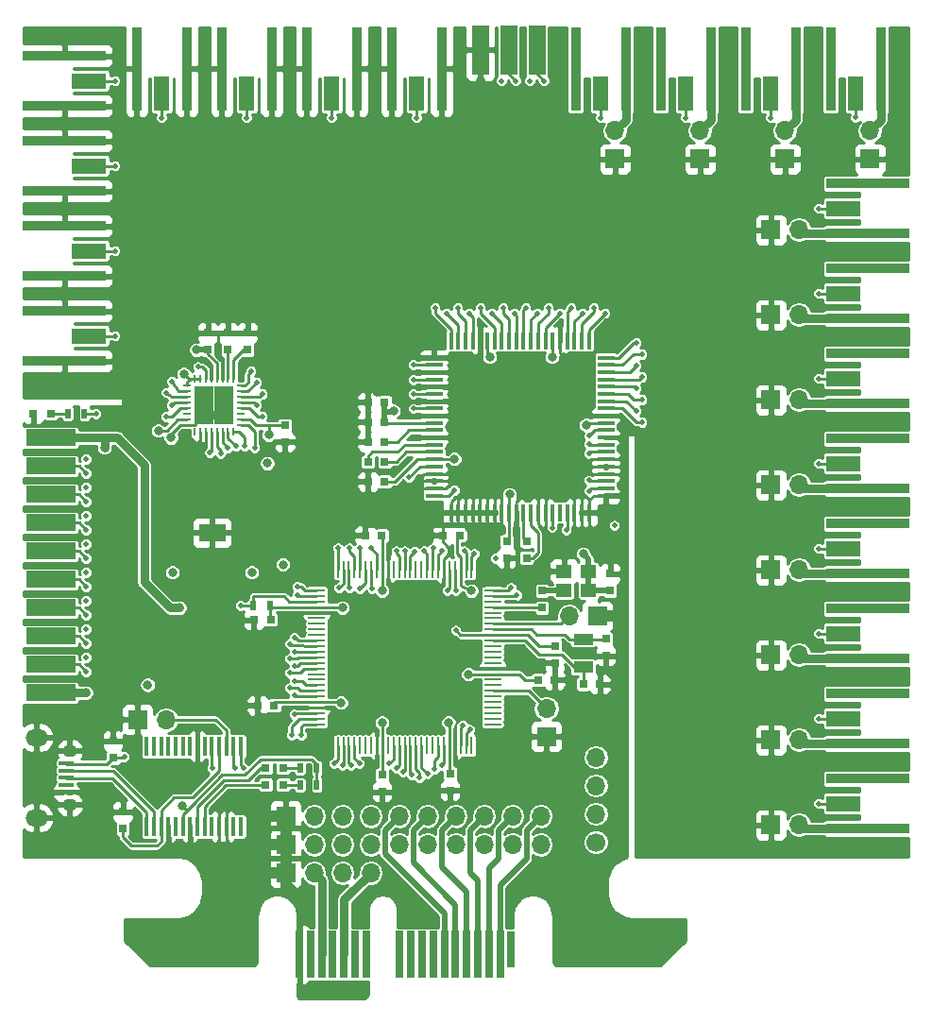
<source format=gbr>
G04 #@! TF.FileFunction,Copper,L1,Top,Signal*
%FSLAX46Y46*%
G04 Gerber Fmt 4.6, Leading zero omitted, Abs format (unit mm)*
G04 Created by KiCad (PCBNEW 4.0.7) date 07/05/18 17:53:42*
%MOMM*%
%LPD*%
G01*
G04 APERTURE LIST*
%ADD10C,0.050000*%
%ADD11R,2.400000X1.650000*%
%ADD12C,0.600000*%
%ADD13R,0.450000X1.500000*%
%ADD14R,1.500000X0.450000*%
%ADD15R,0.700000X0.250000*%
%ADD16R,0.250000X0.700000*%
%ADD17R,1.725000X1.725000*%
%ADD18R,0.800000X0.750000*%
%ADD19R,0.750000X0.800000*%
%ADD20R,3.100000X1.470000*%
%ADD21R,7.550000X0.970000*%
%ADD22R,1.470000X3.100000*%
%ADD23R,0.970000X7.550000*%
%ADD24R,0.450000X1.750000*%
%ADD25R,1.500000X0.280000*%
%ADD26R,0.280000X1.500000*%
%ADD27R,0.700000X4.200000*%
%ADD28R,0.700000X3.200000*%
%ADD29R,1.700000X1.700000*%
%ADD30O,1.700000X1.700000*%
%ADD31R,1.500000X4.500000*%
%ADD32R,4.500000X1.500000*%
%ADD33R,0.500000X0.900000*%
%ADD34R,0.800000X0.800000*%
%ADD35C,1.700000*%
%ADD36R,1.800000X1.000000*%
%ADD37R,1.350000X0.400000*%
%ADD38O,1.300000X1.100000*%
%ADD39O,2.000000X1.500000*%
%ADD40R,1.400000X1.200000*%
%ADD41C,0.800000*%
%ADD42C,0.500000*%
%ADD43C,0.250000*%
%ADD44C,0.750000*%
%ADD45C,0.500000*%
%ADD46C,0.150000*%
%ADD47C,1.000000*%
%ADD48C,0.254000*%
G04 APERTURE END LIST*
D10*
D11*
X122936000Y-97790000D03*
D12*
X122936000Y-97290000D03*
X122936000Y-98290000D03*
X122036000Y-97790000D03*
X123836000Y-97790000D03*
D13*
X156720800Y-80590400D03*
X156070800Y-80590400D03*
X155420800Y-80590400D03*
X154770800Y-80590400D03*
X154120800Y-80590400D03*
X153470800Y-80590400D03*
X152820800Y-80590400D03*
X152170800Y-80590400D03*
X151520800Y-80590400D03*
X150870800Y-80590400D03*
X150220800Y-80590400D03*
X149570800Y-80590400D03*
X148920800Y-80590400D03*
X148270800Y-80590400D03*
X147620800Y-80590400D03*
X146970800Y-80590400D03*
X146320800Y-80590400D03*
X145670800Y-80590400D03*
X145020800Y-80590400D03*
X144370800Y-80590400D03*
D14*
X142845800Y-82115400D03*
X142845800Y-82765400D03*
X142845800Y-83415400D03*
X142845800Y-84065400D03*
X142845800Y-84715400D03*
X142845800Y-85365400D03*
X142845800Y-86015400D03*
X142845800Y-86665400D03*
X142845800Y-87315400D03*
X142845800Y-87965400D03*
X142845800Y-88615400D03*
X142845800Y-89265400D03*
X142845800Y-89915400D03*
X142845800Y-90565400D03*
X142845800Y-91215400D03*
X142845800Y-91865400D03*
X142845800Y-92515400D03*
X142845800Y-93165400D03*
X142845800Y-93815400D03*
X142845800Y-94465400D03*
D13*
X144370800Y-95990400D03*
X145020800Y-95990400D03*
X145670800Y-95990400D03*
X146320800Y-95990400D03*
X146970800Y-95990400D03*
X147620800Y-95990400D03*
X148270800Y-95990400D03*
X148920800Y-95990400D03*
X149570800Y-95990400D03*
X150220800Y-95990400D03*
X150870800Y-95990400D03*
X151520800Y-95990400D03*
X152170800Y-95990400D03*
X152820800Y-95990400D03*
X153470800Y-95990400D03*
X154120800Y-95990400D03*
X154770800Y-95990400D03*
X155420800Y-95990400D03*
X156070800Y-95990400D03*
X156720800Y-95990400D03*
D14*
X158245800Y-94465400D03*
X158245800Y-93815400D03*
X158245800Y-93165400D03*
X158245800Y-92515400D03*
X158245800Y-91865400D03*
X158245800Y-91215400D03*
X158245800Y-90565400D03*
X158245800Y-89915400D03*
X158245800Y-89265400D03*
X158245800Y-88615400D03*
X158245800Y-87965400D03*
X158245800Y-87315400D03*
X158245800Y-86665400D03*
X158245800Y-86015400D03*
X158245800Y-85365400D03*
X158245800Y-84715400D03*
X158245800Y-84065400D03*
X158245800Y-83415400D03*
X158245800Y-82765400D03*
X158245800Y-82115400D03*
D15*
X120713800Y-84635400D03*
X120713800Y-85135400D03*
X120713800Y-85635400D03*
X120713800Y-86135400D03*
X120713800Y-86635400D03*
X120713800Y-87135400D03*
X120713800Y-87635400D03*
X120713800Y-88135400D03*
D16*
X121363800Y-88785400D03*
X121863800Y-88785400D03*
X122363800Y-88785400D03*
X122863800Y-88785400D03*
X123363800Y-88785400D03*
X123863800Y-88785400D03*
X124363800Y-88785400D03*
X124863800Y-88785400D03*
D15*
X125513800Y-88135400D03*
X125513800Y-87635400D03*
X125513800Y-87135400D03*
X125513800Y-86635400D03*
X125513800Y-86135400D03*
X125513800Y-85635400D03*
X125513800Y-85135400D03*
X125513800Y-84635400D03*
D16*
X124863800Y-83985400D03*
X124363800Y-83985400D03*
X123863800Y-83985400D03*
X123363800Y-83985400D03*
X122863800Y-83985400D03*
X122363800Y-83985400D03*
X121863800Y-83985400D03*
X121363800Y-83985400D03*
D17*
X123976300Y-87247900D03*
X123976300Y-85522900D03*
X122251300Y-87247900D03*
X122251300Y-85522900D03*
D18*
X138418000Y-89662000D03*
X136918000Y-89662000D03*
D19*
X114046000Y-116471000D03*
X114046000Y-117971000D03*
X152527000Y-103009000D03*
X152527000Y-104509000D03*
X158623000Y-102985000D03*
X158623000Y-101485000D03*
X153670000Y-109462000D03*
X153670000Y-107962000D03*
D18*
X153658000Y-110998000D03*
X152158000Y-110998000D03*
D19*
X126111000Y-81395000D03*
X126111000Y-79895000D03*
X124333000Y-79895000D03*
X124333000Y-81395000D03*
D20*
X179524800Y-106832400D03*
D21*
X181749800Y-104597400D03*
X181749800Y-109067400D03*
D20*
X179524800Y-99212400D03*
D21*
X181749800Y-96977400D03*
X181749800Y-101447400D03*
D20*
X179524800Y-91592400D03*
D21*
X181749800Y-89357400D03*
X181749800Y-93827400D03*
D20*
X179524800Y-83972400D03*
D21*
X181749800Y-81737400D03*
X181749800Y-86207400D03*
D20*
X179524800Y-76352400D03*
D21*
X181749800Y-74117400D03*
X181749800Y-78587400D03*
D20*
X179524800Y-68732400D03*
D21*
X181749800Y-66497400D03*
X181749800Y-70967400D03*
D22*
X180644800Y-58422400D03*
D23*
X178409800Y-56197400D03*
X182879800Y-56197400D03*
D22*
X173024800Y-58422400D03*
D23*
X170789800Y-56197400D03*
X175259800Y-56197400D03*
D22*
X165404800Y-58422400D03*
D23*
X163169800Y-56197400D03*
X167639800Y-56197400D03*
D22*
X157784800Y-58422400D03*
D23*
X155549800Y-56197400D03*
X160019800Y-56197400D03*
D20*
X111914800Y-57302400D03*
D21*
X109689800Y-59537400D03*
X109689800Y-55067400D03*
D20*
X111914800Y-64922400D03*
D21*
X109689800Y-67157400D03*
X109689800Y-62687400D03*
D20*
X111914800Y-72542400D03*
D21*
X109689800Y-74777400D03*
X109689800Y-70307400D03*
D20*
X111914800Y-80162400D03*
D21*
X109689800Y-82397400D03*
X109689800Y-77927400D03*
D22*
X141274800Y-58422400D03*
D23*
X139039800Y-56197400D03*
X143509800Y-56197400D03*
D22*
X133654800Y-58422400D03*
D23*
X131419800Y-56197400D03*
X135889800Y-56197400D03*
D22*
X126034800Y-58422400D03*
D23*
X123799800Y-56197400D03*
X128269800Y-56197400D03*
D22*
X118414800Y-58422400D03*
D23*
X116179800Y-56197400D03*
X120649800Y-56197400D03*
D20*
X179524800Y-122072400D03*
D21*
X181749800Y-119837400D03*
X181749800Y-124307400D03*
D20*
X179524800Y-114452400D03*
D21*
X181749800Y-112217400D03*
X181749800Y-116687400D03*
D19*
X122555000Y-81395000D03*
X122555000Y-79895000D03*
X129463800Y-89675400D03*
X129463800Y-88175400D03*
D18*
X138418000Y-86106000D03*
X136918000Y-86106000D03*
D19*
X151130000Y-100064000D03*
X151130000Y-98564000D03*
D18*
X138418000Y-91440000D03*
X136918000Y-91440000D03*
X136918000Y-93218000D03*
X138418000Y-93218000D03*
D19*
X149352000Y-100064000D03*
X149352000Y-98564000D03*
D18*
X138418000Y-87884000D03*
X136918000Y-87884000D03*
X126694500Y-105600500D03*
X128194500Y-105600500D03*
X136664000Y-98044000D03*
X138164000Y-98044000D03*
D19*
X144272000Y-120892000D03*
X144272000Y-119392000D03*
X138176000Y-121019000D03*
X138176000Y-119519000D03*
D18*
X127012000Y-113284000D03*
X128512000Y-113284000D03*
D24*
X125510000Y-116923000D03*
X124860000Y-116923000D03*
X124210000Y-116923000D03*
X123560000Y-116923000D03*
X122910000Y-116923000D03*
X122260000Y-116923000D03*
X121610000Y-116923000D03*
X120960000Y-116923000D03*
X120310000Y-116923000D03*
X119660000Y-116923000D03*
X119010000Y-116923000D03*
X118360000Y-116923000D03*
X117710000Y-116923000D03*
X117060000Y-116923000D03*
X117060000Y-124123000D03*
X117710000Y-124123000D03*
X118360000Y-124123000D03*
X119010000Y-124123000D03*
X119660000Y-124123000D03*
X120310000Y-124123000D03*
X120960000Y-124123000D03*
X121610000Y-124123000D03*
X122260000Y-124123000D03*
X122910000Y-124123000D03*
X123560000Y-124123000D03*
X124210000Y-124123000D03*
X124860000Y-124123000D03*
X125510000Y-124123000D03*
D25*
X148108000Y-114966000D03*
X148108000Y-114466000D03*
X148108000Y-113966000D03*
X148108000Y-113466000D03*
X148108000Y-112966000D03*
X148108000Y-112466000D03*
X148108000Y-111966000D03*
X148108000Y-111466000D03*
X148108000Y-110966000D03*
X148108000Y-110466000D03*
X148108000Y-109966000D03*
X148108000Y-109466000D03*
X148108000Y-108966000D03*
X148108000Y-108466000D03*
X148108000Y-107966000D03*
X148108000Y-107466000D03*
X148108000Y-106966000D03*
X148108000Y-106466000D03*
X148108000Y-105966000D03*
X148108000Y-105466000D03*
X148108000Y-104966000D03*
X148108000Y-104466000D03*
X148108000Y-103966000D03*
X148108000Y-103466000D03*
X148108000Y-102966000D03*
D26*
X146208000Y-101066000D03*
X145708000Y-101066000D03*
X145208000Y-101066000D03*
X144708000Y-101066000D03*
X144208000Y-101066000D03*
X143708000Y-101066000D03*
X143208000Y-101066000D03*
X142708000Y-101066000D03*
X142208000Y-101066000D03*
X141708000Y-101066000D03*
X141208000Y-101066000D03*
X140708000Y-101066000D03*
X140208000Y-101066000D03*
X139708000Y-101066000D03*
X139208000Y-101066000D03*
X138708000Y-101066000D03*
X138208000Y-101066000D03*
X137708000Y-101066000D03*
X137208000Y-101066000D03*
X136708000Y-101066000D03*
X136208000Y-101066000D03*
X135708000Y-101066000D03*
X135208000Y-101066000D03*
X134708000Y-101066000D03*
X134208000Y-101066000D03*
D25*
X132308000Y-102966000D03*
X132308000Y-103466000D03*
X132308000Y-103966000D03*
X132308000Y-104466000D03*
X132308000Y-104966000D03*
X132308000Y-105466000D03*
X132308000Y-105966000D03*
X132308000Y-106466000D03*
X132308000Y-106966000D03*
X132308000Y-107466000D03*
X132308000Y-107966000D03*
X132308000Y-108466000D03*
X132308000Y-108966000D03*
X132308000Y-109466000D03*
X132308000Y-109966000D03*
X132308000Y-110466000D03*
X132308000Y-110966000D03*
X132308000Y-111466000D03*
X132308000Y-111966000D03*
X132308000Y-112466000D03*
X132308000Y-112966000D03*
X132308000Y-113466000D03*
X132308000Y-113966000D03*
X132308000Y-114466000D03*
X132308000Y-114966000D03*
D26*
X134208000Y-116866000D03*
X134708000Y-116866000D03*
X135208000Y-116866000D03*
X135708000Y-116866000D03*
X136208000Y-116866000D03*
X136708000Y-116866000D03*
X137208000Y-116866000D03*
X137708000Y-116866000D03*
X138208000Y-116866000D03*
X138708000Y-116866000D03*
X139208000Y-116866000D03*
X139708000Y-116866000D03*
X140208000Y-116866000D03*
X140708000Y-116866000D03*
X141208000Y-116866000D03*
X141708000Y-116866000D03*
X142208000Y-116866000D03*
X142708000Y-116866000D03*
X143208000Y-116866000D03*
X143708000Y-116866000D03*
X144208000Y-116866000D03*
X144708000Y-116866000D03*
X145208000Y-116866000D03*
X145708000Y-116866000D03*
X146208000Y-116866000D03*
D27*
X148767000Y-135603500D03*
X147767000Y-135603500D03*
X146767000Y-135603500D03*
X145767000Y-135603500D03*
X144767000Y-135603500D03*
X143767000Y-135603500D03*
X142767000Y-135603500D03*
X141767000Y-135603500D03*
X140767000Y-135603500D03*
X139767000Y-135603500D03*
D28*
X149767000Y-135103500D03*
D27*
X136767000Y-135603500D03*
X135767000Y-135603500D03*
X134767000Y-135603500D03*
X133767000Y-135603500D03*
X132767000Y-135603500D03*
X131767000Y-135603500D03*
X130767000Y-135603500D03*
D29*
X173024800Y-123977400D03*
D30*
X175564800Y-123977400D03*
D29*
X173024800Y-116357400D03*
D30*
X175564800Y-116357400D03*
D29*
X173024800Y-108737400D03*
D30*
X175564800Y-108737400D03*
D29*
X173024800Y-101117400D03*
D30*
X175564800Y-101117400D03*
D29*
X173024800Y-93497400D03*
D30*
X175564800Y-93497400D03*
D29*
X173024800Y-85877400D03*
D30*
X175564800Y-85877400D03*
D29*
X173024800Y-78257400D03*
D30*
X175564800Y-78257400D03*
D29*
X173024800Y-70637400D03*
D30*
X175564800Y-70637400D03*
D29*
X181914800Y-64287400D03*
D30*
X181914800Y-61747400D03*
D29*
X174294800Y-64287400D03*
D30*
X174294800Y-61747400D03*
D29*
X166674800Y-64287400D03*
D30*
X166674800Y-61747400D03*
D29*
X159054800Y-64287400D03*
D30*
X159054800Y-61747400D03*
D31*
X152069800Y-54508400D03*
X149529800Y-54508400D03*
X146989800Y-54508400D03*
D32*
X108458000Y-89281000D03*
X108458000Y-91821000D03*
X108458000Y-94361000D03*
X108458000Y-96901000D03*
X108458000Y-99441000D03*
X108458000Y-101981000D03*
X108458000Y-104521000D03*
X108458000Y-107061000D03*
X108458000Y-109601000D03*
X108458000Y-112141000D03*
D18*
X143649000Y-98044000D03*
X145149000Y-98044000D03*
D19*
X114935000Y-124321000D03*
X114935000Y-122821000D03*
D33*
X109994000Y-87122000D03*
X111494000Y-87122000D03*
X130822000Y-120396000D03*
X132322000Y-120396000D03*
X130822000Y-118872000D03*
X132322000Y-118872000D03*
D34*
X108496000Y-87122000D03*
X106896000Y-87122000D03*
X129324000Y-120396000D03*
X127724000Y-120396000D03*
X129324000Y-118872000D03*
X127724000Y-118872000D03*
D35*
X157353000Y-125539500D03*
D30*
X157353000Y-122999500D03*
X157353000Y-120459500D03*
X157353000Y-117919500D03*
D29*
X116268500Y-114554000D03*
D30*
X118808500Y-114554000D03*
D33*
X128131000Y-104330500D03*
X126631000Y-104330500D03*
D29*
X129540000Y-128270000D03*
D30*
X132080000Y-128270000D03*
X134620000Y-128270000D03*
X137160000Y-128270000D03*
D29*
X129540000Y-125730000D03*
X129540000Y-123190000D03*
D30*
X132080000Y-125730000D03*
X132080000Y-123190000D03*
X134620000Y-125730000D03*
X134620000Y-123190000D03*
X137160000Y-125730000D03*
X137160000Y-123190000D03*
X139700000Y-125730000D03*
X139700000Y-123190000D03*
X142240000Y-125730000D03*
X142240000Y-123190000D03*
X144780000Y-125730000D03*
X144780000Y-123190000D03*
X147320000Y-125730000D03*
X147320000Y-123190000D03*
X149860000Y-125730000D03*
X149860000Y-123190000D03*
X152400000Y-125730000D03*
X152400000Y-123190000D03*
D18*
X157722000Y-111379000D03*
X156222000Y-111379000D03*
D19*
X158242000Y-108827000D03*
X158242000Y-107327000D03*
D36*
X156210000Y-109835000D03*
X156210000Y-107335000D03*
D29*
X152908000Y-116078000D03*
D30*
X152908000Y-113538000D03*
D37*
X109863000Y-119761000D03*
X109863000Y-121061000D03*
X109863000Y-120411000D03*
X109863000Y-119111000D03*
D38*
X110188000Y-117336000D03*
D39*
X107188000Y-116161000D03*
X107188000Y-123361000D03*
D38*
X110188000Y-122186000D03*
D37*
X109863000Y-118461000D03*
D29*
X157480000Y-105283000D03*
D30*
X154940000Y-105283000D03*
D40*
X156690000Y-101240000D03*
X154490000Y-101240000D03*
X154490000Y-102940000D03*
X156690000Y-102940000D03*
D41*
X145923000Y-110490000D03*
X120396000Y-83566000D03*
X113284000Y-90170000D03*
X156210000Y-99695000D03*
X138176000Y-102997000D03*
D42*
X144653000Y-93980000D03*
D41*
X128016000Y-89027000D03*
X111633000Y-112141000D03*
X144653000Y-91186000D03*
X149606000Y-94361000D03*
X146177000Y-102997000D03*
X138176000Y-114808000D03*
X144145000Y-114808000D03*
X134493000Y-113030000D03*
X134620000Y-104521000D03*
X120015000Y-104521000D03*
X135382000Y-93091000D03*
X127762000Y-98552000D03*
X130302000Y-93726000D03*
X149479000Y-114808000D03*
X147066000Y-118110000D03*
X149733000Y-109728000D03*
X151892000Y-109474000D03*
X160274000Y-88392000D03*
X156464000Y-87122000D03*
X158369000Y-80518000D03*
X154432000Y-82042000D03*
X142875000Y-80391000D03*
D42*
X125603000Y-83121500D03*
D41*
X120777000Y-90043000D03*
X130683000Y-87757000D03*
X137668000Y-85217000D03*
X128905000Y-85090000D03*
X127000000Y-78613000D03*
X131953000Y-83566000D03*
X115316000Y-83693000D03*
X119126000Y-79756000D03*
X124333000Y-78740000D03*
X117094000Y-83566000D03*
X116078000Y-87376000D03*
X143002000Y-102997000D03*
X140208000Y-97663000D03*
X142621000Y-96075500D03*
X136144000Y-108204000D03*
X138811000Y-113792000D03*
X135636000Y-110490000D03*
X140335000Y-112395000D03*
D42*
X125476000Y-105219500D03*
D41*
X144526000Y-85788500D03*
X150876000Y-94361000D03*
X146748500Y-82105500D03*
X150495000Y-82169000D03*
X156464000Y-84328000D03*
X158369000Y-96329500D03*
X145542000Y-89281000D03*
D42*
X122809000Y-82804000D03*
D41*
X143764000Y-60960000D03*
X136144000Y-60960000D03*
X128524000Y-60960000D03*
X120904000Y-60960000D03*
X109728000Y-83820000D03*
X114300000Y-74676000D03*
X114300000Y-67056000D03*
X114300000Y-59436000D03*
X125476000Y-113284000D03*
X147002500Y-57277000D03*
X145923000Y-108966000D03*
X121539000Y-81407000D03*
X139192000Y-86868000D03*
X147828000Y-82042000D03*
X156464000Y-88138000D03*
X153416000Y-82042000D03*
D42*
X125730000Y-118872000D03*
X146050000Y-115443000D03*
X122936000Y-118872000D03*
X145415000Y-115062000D03*
X144780000Y-106553000D03*
X124968000Y-118872000D03*
X125476000Y-104330500D03*
D41*
X126492000Y-101346000D03*
X119380000Y-101346000D03*
X118110000Y-88646000D03*
X127889000Y-91567000D03*
X119253000Y-89281000D03*
D42*
X126415800Y-83337400D03*
X135255000Y-102743000D03*
X123698000Y-90678000D03*
X137287000Y-102806500D03*
X119303800Y-84226400D03*
X114223800Y-57302400D03*
X114223800Y-64922400D03*
X118795800Y-85242400D03*
X114223800Y-72542400D03*
X119303800Y-86385400D03*
X118795800Y-87401400D03*
X114223800Y-80162400D03*
X127431800Y-87401400D03*
X141274800Y-60604400D03*
X126923800Y-86385400D03*
X133654800Y-60604400D03*
X126034800Y-60604400D03*
X127431800Y-85369400D03*
X118414800Y-60604400D03*
X126923800Y-84353400D03*
X121666000Y-82931000D03*
X134302500Y-102743000D03*
X156718000Y-89090500D03*
X139446000Y-99441000D03*
X140589000Y-92837000D03*
X145542000Y-99441000D03*
X156718000Y-93091000D03*
X156718000Y-90678000D03*
X143573500Y-99441000D03*
X156718000Y-89852500D03*
X142748000Y-99187000D03*
D41*
X129286000Y-100647500D03*
X117157500Y-111442500D03*
D42*
X160959800Y-86893400D03*
X160959800Y-84861400D03*
X160959800Y-82829400D03*
X160959800Y-80797400D03*
X158165800Y-78130400D03*
X156133800Y-78130400D03*
X153085800Y-77622400D03*
X151053800Y-77622400D03*
X150037800Y-78130400D03*
X148005800Y-78130400D03*
X144957800Y-77622400D03*
X142925800Y-77622400D03*
X177342800Y-122072400D03*
X161467800Y-87909400D03*
X161467800Y-85877400D03*
X177342800Y-114452400D03*
X161467800Y-83845400D03*
X177342800Y-106832400D03*
X177342800Y-99212400D03*
X161467800Y-81813400D03*
X157149800Y-77622400D03*
X177342800Y-91592400D03*
X155117800Y-77622400D03*
X177342800Y-83972400D03*
X177342800Y-76352400D03*
X154101800Y-78130400D03*
X177342800Y-68732400D03*
X152069800Y-78130400D03*
X149021800Y-77622400D03*
X180594000Y-60579000D03*
X173024800Y-60604400D03*
X146989800Y-77622400D03*
X145973800Y-78130400D03*
X165404800Y-60604400D03*
X157784800Y-60604400D03*
X143941800Y-78130400D03*
X148894800Y-57302400D03*
X140970000Y-86664800D03*
X151434800Y-57302400D03*
X140970000Y-84074000D03*
X140970000Y-82753200D03*
X152704800Y-57302400D03*
X150164800Y-57302400D03*
X140970000Y-85369400D03*
X148336000Y-100076000D03*
X124333000Y-90170000D03*
X156718000Y-94043500D03*
X141922500Y-99441000D03*
X154686000Y-97536000D03*
X125095000Y-90043000D03*
X141097000Y-99504500D03*
X153416000Y-97345500D03*
X125857000Y-90043000D03*
X140208000Y-99441000D03*
X143510000Y-118618000D03*
X142875000Y-118999000D03*
X142240000Y-119380000D03*
X141541500Y-119761000D03*
X112522000Y-87122000D03*
X134213600Y-99187000D03*
X126746000Y-90170000D03*
X137160000Y-99187000D03*
X136207500Y-102806500D03*
X122745500Y-90614500D03*
D41*
X120269000Y-122301000D03*
D42*
X115062000Y-117856000D03*
X140081000Y-119253000D03*
X138811000Y-118491000D03*
X135382000Y-118618000D03*
X133858000Y-118491000D03*
X130937000Y-115951000D03*
X130048000Y-115951000D03*
X134620000Y-118618000D03*
X136144000Y-118491000D03*
X139446000Y-118872000D03*
X140843000Y-119507000D03*
X150241000Y-103378000D03*
X149733000Y-102743000D03*
X146431000Y-99695000D03*
X159004000Y-97155000D03*
X111633000Y-108966000D03*
X144018000Y-102997000D03*
X111633000Y-106426000D03*
X130302000Y-112395000D03*
X111633000Y-103886000D03*
X130302000Y-111125000D03*
X111633000Y-101346000D03*
X130302000Y-109728000D03*
X111633000Y-98806000D03*
X130302000Y-108458000D03*
X111633000Y-96266000D03*
X130302000Y-107188000D03*
X111633000Y-93726000D03*
X130556000Y-102616000D03*
X111633000Y-91186000D03*
X135229600Y-99187000D03*
X136194800Y-99187000D03*
X111633000Y-92456000D03*
X111633000Y-94996000D03*
X130556000Y-103378000D03*
X111633000Y-97536000D03*
X129921000Y-107759500D03*
X129921000Y-109093000D03*
X111633000Y-100076000D03*
X129921000Y-110363000D03*
X111633000Y-102616000D03*
X129921000Y-111696500D03*
X111633000Y-105156000D03*
X130302000Y-114046000D03*
X111633000Y-107696000D03*
X111633000Y-110236000D03*
X144780000Y-102997000D03*
D43*
X145947000Y-110466000D02*
X148108000Y-110466000D01*
X145947000Y-110466000D02*
X145923000Y-110490000D01*
X120904000Y-84074000D02*
X120396000Y-83566000D01*
D44*
X113284000Y-90170000D02*
X113284000Y-89281000D01*
D45*
X156675000Y-101258000D02*
X156675000Y-100160000D01*
X156675000Y-100160000D02*
X156210000Y-99695000D01*
X158623000Y-102985000D02*
X156702000Y-102985000D01*
X156702000Y-102985000D02*
X156675000Y-102958000D01*
X156675000Y-101258000D02*
X156675000Y-102958000D01*
D43*
X148108000Y-110466000D02*
X150471000Y-110466000D01*
X150471000Y-110466000D02*
X151003000Y-110998000D01*
X151003000Y-110998000D02*
X152158000Y-110998000D01*
D44*
X111633000Y-89281000D02*
X113284000Y-89281000D01*
X108458000Y-89281000D02*
X111633000Y-89281000D01*
X113284000Y-89281000D02*
X114427000Y-89281000D01*
D43*
X138208000Y-102965000D02*
X138208000Y-101066000D01*
X138208000Y-102965000D02*
X138176000Y-102997000D01*
X128266500Y-104466000D02*
X128131000Y-104330500D01*
X132308000Y-104466000D02*
X128266500Y-104466000D01*
X128131000Y-104330500D02*
X128131000Y-105537000D01*
X128131000Y-105537000D02*
X128194500Y-105600500D01*
X142845800Y-94465400D02*
X144167600Y-94465400D01*
X144167600Y-94465400D02*
X144653000Y-93980000D01*
X128016000Y-89027000D02*
X128016000Y-88175400D01*
X128016000Y-88175400D02*
X128016000Y-88201500D01*
X128016000Y-88201500D02*
X128016000Y-88175400D01*
X145208000Y-101066000D02*
X145208000Y-99996000D01*
X144907000Y-99695000D02*
X144907000Y-98286000D01*
X145208000Y-99996000D02*
X144907000Y-99695000D01*
X144907000Y-98286000D02*
X145149000Y-98044000D01*
D44*
X111633000Y-112141000D02*
X108458000Y-112141000D01*
D43*
X125513800Y-87635400D02*
X126370400Y-87635400D01*
X126370400Y-87635400D02*
X126910400Y-88175400D01*
X126910400Y-88175400D02*
X127254000Y-88175400D01*
X127254000Y-88175400D02*
X128016000Y-88175400D01*
X128016000Y-88175400D02*
X129463800Y-88175400D01*
X121863800Y-83985400D02*
X121363800Y-83985400D01*
X120713800Y-84635400D02*
X120713800Y-84264200D01*
X120992600Y-83985400D02*
X121363800Y-83985400D01*
X120713800Y-84264200D02*
X120904000Y-84074000D01*
X120904000Y-84074000D02*
X120992600Y-83985400D01*
X142845800Y-91215400D02*
X144623600Y-91215400D01*
X144623600Y-91215400D02*
X144653000Y-91186000D01*
X149570800Y-94396200D02*
X149606000Y-94361000D01*
X149570800Y-94396200D02*
X149570800Y-95990400D01*
X145208000Y-102536000D02*
X146177000Y-102997000D01*
X145208000Y-101066000D02*
X145208000Y-102536000D01*
X138208000Y-114840000D02*
X138176000Y-114808000D01*
X138208000Y-116866000D02*
X138208000Y-114840000D01*
X144208000Y-114871000D02*
X144145000Y-114808000D01*
X144208000Y-114871000D02*
X144208000Y-116866000D01*
X134429000Y-112966000D02*
X134493000Y-113030000D01*
X132308000Y-112966000D02*
X134429000Y-112966000D01*
X134565000Y-104466000D02*
X134620000Y-104521000D01*
X134565000Y-104466000D02*
X132308000Y-104466000D01*
X149570800Y-95990400D02*
X149570800Y-98345200D01*
X149570800Y-98345200D02*
X149352000Y-98564000D01*
X145208000Y-98103000D02*
X145149000Y-98044000D01*
X138208000Y-101066000D02*
X138208000Y-98064000D01*
X138208000Y-98064000D02*
X138188000Y-98044000D01*
X132308000Y-112966000D02*
X128576000Y-112966000D01*
X128576000Y-112966000D02*
X128512000Y-113030000D01*
X138208000Y-116866000D02*
X138208000Y-119487000D01*
X138208000Y-119487000D02*
X138176000Y-119519000D01*
X144208000Y-116866000D02*
X144208000Y-119328000D01*
X144208000Y-119328000D02*
X144272000Y-119392000D01*
X142845800Y-91215400D02*
X141321600Y-91215400D01*
X139319000Y-93218000D02*
X138418000Y-93218000D01*
X141321600Y-91215400D02*
X139319000Y-93218000D01*
D44*
X114427000Y-89281000D02*
X116840000Y-91694000D01*
X116840000Y-91694000D02*
X116840000Y-102235000D01*
X116840000Y-102235000D02*
X119126000Y-104521000D01*
X119126000Y-104521000D02*
X120015000Y-104521000D01*
D43*
X131610000Y-119630000D02*
X131600000Y-119640000D01*
X131600000Y-119640000D02*
X129570000Y-119640000D01*
X131630000Y-121490000D02*
X131610000Y-121470000D01*
X129580000Y-121430000D02*
X131570000Y-121430000D01*
X131570000Y-121430000D02*
X131630000Y-121490000D01*
X129580000Y-123150000D02*
X129580000Y-121430000D01*
X131610000Y-121470000D02*
X131610000Y-119630000D01*
X131610000Y-119630000D02*
X131610000Y-118610000D01*
X129540000Y-123190000D02*
X129580000Y-123150000D01*
D46*
X127762000Y-98552000D02*
X127254000Y-96774000D01*
X126492000Y-97790000D02*
X127762000Y-98552000D01*
X122936000Y-97790000D02*
X126492000Y-97790000D01*
X127254000Y-96774000D02*
X130302000Y-93726000D01*
D47*
X157480000Y-105283000D02*
X159512000Y-105283000D01*
D43*
X152908000Y-116078000D02*
X150622000Y-116078000D01*
X149479000Y-114935000D02*
X149479000Y-114808000D01*
X150622000Y-116078000D02*
X149479000Y-114935000D01*
D46*
X152908000Y-116078000D02*
X149098000Y-116078000D01*
X149098000Y-116078000D02*
X147066000Y-118110000D01*
D45*
X106959500Y-115996000D02*
X107188000Y-116224500D01*
D43*
X111078000Y-121061000D02*
X109504000Y-121061000D01*
D45*
X122936000Y-97790000D02*
X120777000Y-97790000D01*
X122936000Y-97790000D02*
X125095000Y-97790000D01*
X122936000Y-97790000D02*
X122936000Y-98933000D01*
X122936000Y-98933000D02*
X122936000Y-99187000D01*
X122936000Y-97790000D02*
X122936000Y-96266000D01*
D43*
X149733000Y-109728000D02*
X151638000Y-109728000D01*
X149495000Y-109966000D02*
X149733000Y-109728000D01*
X149479000Y-109966000D02*
X149495000Y-109966000D01*
X151638000Y-109728000D02*
X151892000Y-109474000D01*
X156845000Y-82042000D02*
X158369000Y-80518000D01*
X154120800Y-80590400D02*
X154120800Y-81730800D01*
X154120800Y-81730800D02*
X154432000Y-82042000D01*
X154432000Y-82042000D02*
X156845000Y-82042000D01*
X142875000Y-82086200D02*
X142875000Y-80391000D01*
D46*
X127139000Y-79895000D02*
X127317500Y-80073500D01*
X127317500Y-80073500D02*
X127317500Y-82042000D01*
X127317500Y-82042000D02*
X126873000Y-82486500D01*
X126873000Y-82486500D02*
X125793500Y-82486500D01*
X125793500Y-82486500D02*
X125603000Y-82677000D01*
X125603000Y-82677000D02*
X125603000Y-83121500D01*
X126111000Y-79895000D02*
X127139000Y-79895000D01*
D43*
X121863800Y-89916000D02*
X120777000Y-90043000D01*
X128397000Y-78613000D02*
X128905000Y-79121000D01*
X128905000Y-79121000D02*
X128905000Y-85090000D01*
X124333000Y-78740000D02*
X126873000Y-78740000D01*
X126873000Y-78740000D02*
X127000000Y-78613000D01*
X127000000Y-78613000D02*
X128397000Y-78613000D01*
X115316000Y-83693000D02*
X115316000Y-86614000D01*
X119126000Y-79756000D02*
X119126000Y-81534000D01*
X119126000Y-81534000D02*
X117094000Y-83566000D01*
X115316000Y-86614000D02*
X116078000Y-87376000D01*
X124333000Y-79895000D02*
X124333000Y-78740000D01*
X143708000Y-101066000D02*
X143708000Y-102291000D01*
X143708000Y-102291000D02*
X143002000Y-102997000D01*
X140208000Y-97663000D02*
X139192000Y-96647000D01*
X141033500Y-97663000D02*
X140208000Y-97663000D01*
X144370800Y-95990400D02*
X142706100Y-95990400D01*
X142706100Y-95990400D02*
X142621000Y-96075500D01*
X142621000Y-96075500D02*
X141033500Y-97663000D01*
X139192000Y-96647000D02*
X138557000Y-96647000D01*
X138811000Y-113792000D02*
X138811000Y-113665000D01*
X137287000Y-114173000D02*
X137668000Y-113792000D01*
X137668000Y-113792000D02*
X138811000Y-113792000D01*
X137708000Y-115610000D02*
X137708000Y-116866000D01*
X137708000Y-115610000D02*
X137287000Y-115189000D01*
X137287000Y-115189000D02*
X137287000Y-114173000D01*
X138811000Y-113665000D02*
X135636000Y-110490000D01*
X126694500Y-105600500D02*
X125857000Y-105600500D01*
X125857000Y-105600500D02*
X125476000Y-105219500D01*
D45*
X141668500Y-92773500D02*
X141668500Y-94932500D01*
X141668500Y-94932500D02*
X141605000Y-94996000D01*
X136779000Y-97155000D02*
X137668000Y-97155000D01*
X136664000Y-97270000D02*
X136779000Y-97155000D01*
X136664000Y-98044000D02*
X136664000Y-97270000D01*
X137668000Y-97155000D02*
X137795000Y-97028000D01*
X143649000Y-97167000D02*
X142506000Y-97167000D01*
X142506000Y-97167000D02*
X142367000Y-97028000D01*
X146050000Y-97155000D02*
X148920800Y-97155000D01*
X148920800Y-97155000D02*
X148920800Y-97205200D01*
D46*
X144708000Y-116866000D02*
X144708000Y-115134000D01*
X144907000Y-114935000D02*
X144907000Y-114427000D01*
X144708000Y-115134000D02*
X144907000Y-114935000D01*
D43*
X129540000Y-123190000D02*
X129540000Y-122047000D01*
X127889000Y-123190000D02*
X127889000Y-122174000D01*
X127889000Y-122174000D02*
X128016000Y-122047000D01*
D47*
X129540000Y-123190000D02*
X129540000Y-125730000D01*
D45*
X129667000Y-124333000D02*
X127254000Y-124333000D01*
X127254000Y-124333000D02*
X127508000Y-124333000D01*
X127508000Y-124333000D02*
X127254000Y-124333000D01*
X129540000Y-124333000D02*
X129667000Y-124333000D01*
X129667000Y-124333000D02*
X131318000Y-124333000D01*
X129794000Y-127000000D02*
X127635000Y-127000000D01*
X129540000Y-127000000D02*
X129794000Y-127000000D01*
X129794000Y-127000000D02*
X131191000Y-127000000D01*
D47*
X129540000Y-128270000D02*
X129540000Y-129667000D01*
X129540000Y-129667000D02*
X130175000Y-130302000D01*
X129540000Y-128270000D02*
X126873000Y-128270000D01*
X126873000Y-128270000D02*
X126873000Y-129540000D01*
X129540000Y-125730000D02*
X127254000Y-125730000D01*
X127254000Y-125730000D02*
X127254000Y-124333000D01*
X127254000Y-123190000D02*
X127889000Y-123190000D01*
X127889000Y-123190000D02*
X129540000Y-123190000D01*
X127254000Y-124333000D02*
X127254000Y-123190000D01*
X129540000Y-125730000D02*
X129540000Y-127000000D01*
X129540000Y-127000000D02*
X129540000Y-128270000D01*
D46*
X142845800Y-87315400D02*
X144459600Y-87315400D01*
X144526000Y-87249000D02*
X144526000Y-85788500D01*
X144459600Y-87315400D02*
X144526000Y-87249000D01*
X150220800Y-95990400D02*
X150220800Y-95016200D01*
X150220800Y-95016200D02*
X150876000Y-94361000D01*
D43*
X150220800Y-95016200D02*
X150876000Y-94361000D01*
D46*
X142845800Y-84715400D02*
X144659400Y-84715400D01*
D43*
X146748500Y-82105500D02*
X146748500Y-82613500D01*
X146970800Y-81883200D02*
X146748500Y-82105500D01*
X146970800Y-80590400D02*
X146970800Y-81883200D01*
X149415500Y-83248500D02*
X150495000Y-82169000D01*
X147383500Y-83248500D02*
X149415500Y-83248500D01*
X146748500Y-82613500D02*
X147383500Y-83248500D01*
X156464000Y-84328000D02*
X156464000Y-87122000D01*
X156657400Y-87315400D02*
X156464000Y-87122000D01*
X156657400Y-87315400D02*
X158245800Y-87315400D01*
X156720800Y-95990400D02*
X158029900Y-95990400D01*
X158029900Y-95990400D02*
X158369000Y-96329500D01*
X142845800Y-82115400D02*
X142875000Y-82086200D01*
X145670800Y-95990400D02*
X145670800Y-94551500D01*
X145670800Y-94551500D02*
X145669000Y-94551500D01*
X145020800Y-95990400D02*
X145020800Y-94818700D01*
X145020800Y-94818700D02*
X145288000Y-94551500D01*
X144370800Y-95990400D02*
X144370800Y-95024200D01*
X144370800Y-95024200D02*
X144843500Y-94551500D01*
X144843500Y-94551500D02*
X145288000Y-94551500D01*
X145288000Y-94551500D02*
X145669000Y-94551500D01*
X145669000Y-94551500D02*
X146320800Y-94551500D01*
X142845800Y-93165400D02*
X144197600Y-93165400D01*
X144197600Y-93165400D02*
X144462500Y-92900500D01*
X142845800Y-93815400D02*
X143865100Y-93815400D01*
X143865100Y-93815400D02*
X144462500Y-93218000D01*
X144462500Y-93218000D02*
X144462500Y-92900500D01*
X144462500Y-92900500D02*
X144462500Y-92515400D01*
X143708000Y-101066000D02*
X143708000Y-100195500D01*
X143649000Y-98627500D02*
X143649000Y-98044000D01*
X144208500Y-99187000D02*
X143649000Y-98627500D01*
X144208500Y-99695000D02*
X144208500Y-99187000D01*
X143708000Y-100195500D02*
X144208500Y-99695000D01*
X156876750Y-94773750D02*
X156686250Y-94773750D01*
X156686250Y-94773750D02*
X156591000Y-94678500D01*
X156720800Y-95990400D02*
X156720800Y-94929700D01*
X157185100Y-94465400D02*
X158245800Y-94465400D01*
X156720800Y-94929700D02*
X156876750Y-94773750D01*
X156876750Y-94773750D02*
X157185100Y-94465400D01*
X158245800Y-94465400D02*
X159743400Y-94465400D01*
X159743400Y-94465400D02*
X159766000Y-94488000D01*
X158245800Y-91215400D02*
X159482600Y-91215400D01*
X159482600Y-91215400D02*
X159766000Y-90932000D01*
X158245800Y-87315400D02*
X159451400Y-87315400D01*
X159766000Y-87630000D02*
X159766000Y-89154000D01*
X159451400Y-87315400D02*
X159766000Y-87630000D01*
X142845800Y-89265400D02*
X145526400Y-89265400D01*
X145526400Y-89265400D02*
X145542000Y-89281000D01*
X148920800Y-95990400D02*
X148920800Y-97205200D01*
X148920800Y-97205200D02*
X148463000Y-97663000D01*
X148270800Y-95990400D02*
X148270800Y-97220200D01*
X148270800Y-97220200D02*
X147828000Y-97663000D01*
X147620800Y-95990400D02*
X147620800Y-97616200D01*
X147620800Y-97616200D02*
X147574000Y-97663000D01*
X146970800Y-95990400D02*
X146970800Y-97250200D01*
X146970800Y-97250200D02*
X146812000Y-97409000D01*
X146970800Y-95990400D02*
X146970800Y-94329200D01*
X146970800Y-94329200D02*
X147066000Y-94234000D01*
X147620800Y-95990400D02*
X147620800Y-94314200D01*
X147620800Y-94314200D02*
X147701000Y-94234000D01*
X148270800Y-95990400D02*
X148270800Y-94295800D01*
X148270800Y-94295800D02*
X148209000Y-94234000D01*
X148920800Y-95990400D02*
X148920800Y-94691800D01*
X148590000Y-94361000D02*
X148463000Y-94361000D01*
X148920800Y-94691800D02*
X148590000Y-94361000D01*
X152170800Y-95990400D02*
X152170800Y-94336200D01*
X152170800Y-94336200D02*
X152400000Y-94107000D01*
X152820800Y-95990400D02*
X152820800Y-94575200D01*
X152820800Y-94575200D02*
X152908000Y-94488000D01*
X152170800Y-95990400D02*
X152170800Y-97052800D01*
X152170800Y-97052800D02*
X152820800Y-97702800D01*
X152820800Y-95990400D02*
X152820800Y-97702800D01*
X152820800Y-97702800D02*
X152820800Y-98083800D01*
X152820800Y-98083800D02*
X153035000Y-98298000D01*
X159242400Y-89265400D02*
X159639000Y-89662000D01*
X158245800Y-89265400D02*
X159242400Y-89265400D01*
X159960600Y-92515400D02*
X160147000Y-92329000D01*
X158245800Y-92515400D02*
X159960600Y-92515400D01*
X159467600Y-91865400D02*
X159766000Y-91567000D01*
X158245800Y-91865400D02*
X159467600Y-91865400D01*
X156942600Y-91215400D02*
X156464000Y-91694000D01*
X158245800Y-91215400D02*
X156942600Y-91215400D01*
X156927600Y-91865400D02*
X156718000Y-92075000D01*
X156718000Y-92075000D02*
X156464000Y-92329000D01*
X158245800Y-91865400D02*
X156927600Y-91865400D01*
X156464000Y-92329000D02*
X156337000Y-92202000D01*
X158245800Y-92515400D02*
X156650400Y-92515400D01*
X156650400Y-92515400D02*
X156464000Y-92329000D01*
X155420800Y-95990400D02*
X155420800Y-94769200D01*
X155420800Y-94769200D02*
X155575000Y-94615000D01*
X156070800Y-95990400D02*
X156070800Y-94754200D01*
X156070800Y-94754200D02*
X156070800Y-94602800D01*
X156070800Y-94602800D02*
X155956000Y-94488000D01*
X156720800Y-95990400D02*
X156720800Y-98041200D01*
X156720800Y-98041200D02*
X156718000Y-98044000D01*
X156070800Y-95990400D02*
X156070800Y-97675200D01*
X156070800Y-97675200D02*
X155829000Y-97917000D01*
X155420800Y-95990400D02*
X155420800Y-97635800D01*
X155420800Y-97635800D02*
X155702000Y-97917000D01*
X142845800Y-93815400D02*
X141186400Y-93815400D01*
X141186400Y-93815400D02*
X141097000Y-93726000D01*
X142845800Y-89265400D02*
X145399400Y-89265400D01*
X145399400Y-89265400D02*
X145415000Y-89281000D01*
X142845800Y-82115400D02*
X144599400Y-82115400D01*
X144599400Y-82115400D02*
X144653000Y-82169000D01*
X142845800Y-83415400D02*
X144248400Y-83415400D01*
X144248400Y-83415400D02*
X144272000Y-83439000D01*
X144659400Y-84715400D02*
X144780000Y-84836000D01*
X142845800Y-86015400D02*
X144489600Y-86015400D01*
X144489600Y-86015400D02*
X144526000Y-85979000D01*
X142845800Y-87315400D02*
X144713600Y-87315400D01*
X144713600Y-87315400D02*
X144780000Y-87249000D01*
X142845800Y-87315400D02*
X140274400Y-87315400D01*
X140274400Y-87315400D02*
X140081000Y-87122000D01*
X142845800Y-86015400D02*
X140117400Y-86015400D01*
X140117400Y-86015400D02*
X140081000Y-85979000D01*
X142845800Y-84715400D02*
X139960400Y-84715400D01*
X139960400Y-84715400D02*
X139827000Y-84582000D01*
X142845800Y-83415400D02*
X139850600Y-83415400D01*
X139850600Y-83415400D02*
X139827000Y-83439000D01*
X142845800Y-82115400D02*
X140916400Y-82115400D01*
X140916400Y-82115400D02*
X140716000Y-81915000D01*
X121863800Y-88785400D02*
X121863800Y-89916000D01*
X121863800Y-89916000D02*
X121863800Y-90353200D01*
X121863800Y-90353200D02*
X121920000Y-90297000D01*
X121920000Y-90297000D02*
X121920000Y-90170000D01*
X121920000Y-90170000D02*
X121920000Y-90297000D01*
X122363800Y-88785400D02*
X122363800Y-89853200D01*
X122363800Y-89853200D02*
X121920000Y-90297000D01*
X122809000Y-82804000D02*
X122809000Y-82678398D01*
X122863800Y-82858800D02*
X122809000Y-82804000D01*
X122863800Y-83985400D02*
X122863800Y-82858800D01*
X122299602Y-82169000D02*
X121031000Y-82169000D01*
X122809000Y-82678398D02*
X122299602Y-82169000D01*
X123863800Y-83985400D02*
X123863800Y-82460402D01*
X123444000Y-82040602D02*
X123444000Y-80010000D01*
X123863800Y-82460402D02*
X123444000Y-82040602D01*
X124210000Y-124123000D02*
X124210000Y-122297000D01*
X123560000Y-122947000D02*
X124333000Y-122174000D01*
X123560000Y-122947000D02*
X123560000Y-124123000D01*
X124210000Y-122297000D02*
X124333000Y-122174000D01*
X135255000Y-93218000D02*
X134874000Y-92837000D01*
X134874000Y-92837000D02*
X136017000Y-90805000D01*
X136918000Y-93218000D02*
X135255000Y-93218000D01*
X148108000Y-109966000D02*
X149479000Y-109966000D01*
X149479000Y-109966000D02*
X149622000Y-109966000D01*
X143509800Y-56197400D02*
X143509800Y-60705800D01*
X143509800Y-60705800D02*
X143764000Y-60960000D01*
X135889800Y-56197400D02*
X135889800Y-60705800D01*
X135889800Y-60705800D02*
X136144000Y-60960000D01*
X128269800Y-56197400D02*
X128269800Y-60705800D01*
X128269800Y-60705800D02*
X128524000Y-60960000D01*
X120649800Y-56197400D02*
X120649800Y-60705800D01*
X120649800Y-60705800D02*
X120904000Y-60960000D01*
X109689800Y-82397400D02*
X109689800Y-83781800D01*
X109689800Y-83781800D02*
X109728000Y-83820000D01*
X109689800Y-74777400D02*
X114198600Y-74777400D01*
X114198600Y-74777400D02*
X114300000Y-74676000D01*
X109689800Y-67157400D02*
X114198600Y-67157400D01*
X114198600Y-67157400D02*
X114300000Y-67056000D01*
X109689800Y-59537400D02*
X114198600Y-59537400D01*
X114198600Y-59537400D02*
X114300000Y-59436000D01*
X127012000Y-113284000D02*
X125476000Y-113284000D01*
X146320800Y-95990400D02*
X146320800Y-97425800D01*
X146320800Y-97425800D02*
X146304000Y-97409000D01*
X145670800Y-95990400D02*
X145670800Y-96899200D01*
X145670800Y-96899200D02*
X145415000Y-97155000D01*
X145020800Y-95990400D02*
X145020800Y-97155000D01*
X145020800Y-97155000D02*
X145034000Y-97155000D01*
X144370800Y-95990400D02*
X144370800Y-97155000D01*
X144370800Y-97155000D02*
X144399000Y-97155000D01*
X143649000Y-98044000D02*
X143649000Y-97167000D01*
D45*
X143661000Y-97155000D02*
X144399000Y-97155000D01*
D43*
X143649000Y-97167000D02*
X143661000Y-97155000D01*
X146050000Y-97155000D02*
X146304000Y-97409000D01*
D45*
X145415000Y-97155000D02*
X146050000Y-97155000D01*
D43*
X146304000Y-97409000D02*
X146685000Y-97790000D01*
D45*
X145034000Y-97155000D02*
X145415000Y-97155000D01*
X144399000Y-97155000D02*
X145034000Y-97155000D01*
D43*
X146320800Y-95990400D02*
X146320800Y-94551500D01*
X146320800Y-94551500D02*
X146320800Y-94471200D01*
X146320800Y-94471200D02*
X146558000Y-94234000D01*
X149352000Y-100064000D02*
X150220800Y-100064000D01*
X150241000Y-99949000D02*
X150220800Y-99949000D01*
X150241000Y-100043800D02*
X150241000Y-99949000D01*
X150220800Y-100064000D02*
X150241000Y-100043800D01*
X150220800Y-95990400D02*
X150220800Y-99949000D01*
X150220800Y-99949000D02*
X150220800Y-100944800D01*
X150220800Y-100944800D02*
X150241000Y-100965000D01*
X132308000Y-104966000D02*
X133541000Y-104966000D01*
X133541000Y-104966000D02*
X133985000Y-105410000D01*
X132308000Y-104966000D02*
X131000000Y-104966000D01*
X131000000Y-104966000D02*
X130810000Y-105156000D01*
X138708000Y-101066000D02*
X138708000Y-102132000D01*
X138708000Y-102132000D02*
X139319000Y-102743000D01*
X143708000Y-101066000D02*
X143708000Y-102164000D01*
X143708000Y-102164000D02*
X143256000Y-102616000D01*
X148108000Y-109966000D02*
X146923000Y-109966000D01*
X132308000Y-113466000D02*
X133659000Y-113466000D01*
X133659000Y-113466000D02*
X134112000Y-113919000D01*
X121610000Y-116923000D02*
X121610000Y-118547000D01*
X121610000Y-118547000D02*
X121412000Y-118745000D01*
X123560000Y-124123000D02*
X123560000Y-125570000D01*
X123560000Y-125570000D02*
X123836000Y-125846000D01*
X124210000Y-124123000D02*
X124210000Y-125472000D01*
X124210000Y-125472000D02*
X123836000Y-125846000D01*
X120900000Y-125846000D02*
X123836000Y-125846000D01*
X123836000Y-125846000D02*
X124068000Y-125846000D01*
X124068000Y-125846000D02*
X124079000Y-125857000D01*
X119010000Y-125846000D02*
X120900000Y-125846000D01*
X120900000Y-125846000D02*
X120960000Y-125786000D01*
X120960000Y-124123000D02*
X120960000Y-125786000D01*
X120960000Y-125786000D02*
X121031000Y-125857000D01*
X119010000Y-124123000D02*
X119010000Y-125846000D01*
X119010000Y-125846000D02*
X118999000Y-125857000D01*
X132308000Y-113466000D02*
X129866000Y-113466000D01*
X127012000Y-113804000D02*
X127012000Y-113284000D01*
X127254000Y-114046000D02*
X127012000Y-113804000D01*
X129286000Y-114046000D02*
X127254000Y-114046000D01*
X129866000Y-113466000D02*
X129286000Y-114046000D01*
D45*
X130767000Y-135603500D02*
X130767000Y-130259000D01*
X130767000Y-130259000D02*
X128524000Y-128016000D01*
D43*
X146989800Y-54508400D02*
X146989800Y-57264300D01*
X146989800Y-57264300D02*
X147002500Y-57277000D01*
X137708000Y-116866000D02*
X137708000Y-118197000D01*
X137708000Y-118197000D02*
X137160000Y-118745000D01*
X142845800Y-92515400D02*
X141926600Y-92515400D01*
X141926600Y-92515400D02*
X141668500Y-92773500D01*
X141668500Y-92773500D02*
X141478000Y-92964000D01*
X142845800Y-92515400D02*
X144462500Y-92515400D01*
X144462500Y-92515400D02*
X145101600Y-92515400D01*
X145101600Y-92515400D02*
X145161000Y-92456000D01*
X142845800Y-93165400D02*
X141403600Y-93165400D01*
X141403600Y-93165400D02*
X141351000Y-93218000D01*
X145923000Y-108966000D02*
X146621500Y-109664500D01*
X146923000Y-109966000D02*
X146621500Y-109664500D01*
X146621500Y-109664500D02*
X146558000Y-109601000D01*
X121551000Y-81395000D02*
X121539000Y-81407000D01*
D45*
X121551000Y-81395000D02*
X122555000Y-81395000D01*
X139192000Y-86868000D02*
X139053000Y-87007000D01*
X139053000Y-87007000D02*
X138418000Y-87007000D01*
D43*
X138418000Y-87007000D02*
X138430000Y-86995000D01*
D45*
X138418000Y-86983000D02*
X138430000Y-86995000D01*
X138418000Y-86106000D02*
X138418000Y-86983000D01*
D43*
X147620800Y-81834800D02*
X147828000Y-82042000D01*
X147620800Y-81834800D02*
X147620800Y-80590400D01*
X158245800Y-87965400D02*
X156636600Y-87965400D01*
X156636600Y-87965400D02*
X156464000Y-88138000D01*
D45*
X153470800Y-81987200D02*
X153416000Y-82042000D01*
D43*
X153470800Y-81987200D02*
X153470800Y-80590400D01*
D45*
X138418000Y-87007000D02*
X138418000Y-87884000D01*
D43*
X142845800Y-87965400D02*
X138463600Y-87965400D01*
X138463600Y-87965400D02*
X138418000Y-88011000D01*
X123363800Y-83985400D02*
X123363800Y-82596800D01*
X123363800Y-82596800D02*
X122555000Y-81788000D01*
X122555000Y-81788000D02*
X122555000Y-81395000D01*
X122555000Y-81534000D02*
X122555000Y-81395000D01*
X125510000Y-118652000D02*
X125730000Y-118872000D01*
X125510000Y-116923000D02*
X125510000Y-118652000D01*
X145708000Y-115785000D02*
X146050000Y-115443000D01*
X145708000Y-115785000D02*
X145708000Y-116866000D01*
X122910000Y-116923000D02*
X122910000Y-118846000D01*
X122910000Y-118846000D02*
X122936000Y-118872000D01*
X145208000Y-115269000D02*
X145415000Y-115062000D01*
X145208000Y-115269000D02*
X145208000Y-116866000D01*
X148108000Y-104466000D02*
X152484000Y-104466000D01*
X152484000Y-104466000D02*
X152527000Y-104509000D01*
X148108000Y-106966000D02*
X151289000Y-106966000D01*
X152285000Y-107962000D02*
X153670000Y-107962000D01*
X151289000Y-106966000D02*
X152285000Y-107962000D01*
X145193000Y-106966000D02*
X148108000Y-106966000D01*
X145193000Y-106966000D02*
X144780000Y-106553000D01*
X124860000Y-118764000D02*
X124968000Y-118872000D01*
X124860000Y-116923000D02*
X124860000Y-118764000D01*
X118808500Y-114554000D02*
X123253500Y-114554000D01*
X124210000Y-115510500D02*
X124210000Y-116923000D01*
X123253500Y-114554000D02*
X124210000Y-115510500D01*
X125476000Y-104330500D02*
X126631000Y-104330500D01*
X126631000Y-104330500D02*
X126631000Y-103505000D01*
X126631000Y-103505000D02*
X126682500Y-103505000D01*
X132308000Y-103966000D02*
X129874000Y-103966000D01*
X129413000Y-103505000D02*
X126682500Y-103505000D01*
X129874000Y-103966000D02*
X129413000Y-103505000D01*
D44*
X134767000Y-135603500D02*
X134767000Y-130663000D01*
X134767000Y-130663000D02*
X137160000Y-128270000D01*
D43*
X120713800Y-87635400D02*
X119882600Y-87635400D01*
X119882600Y-87635400D02*
X118872000Y-88646000D01*
X118872000Y-88646000D02*
X118110000Y-88646000D01*
X118110000Y-88646000D02*
X118173500Y-88582500D01*
D44*
X123976300Y-87247900D02*
X123976300Y-85522900D01*
X122251300Y-87247900D02*
X123976300Y-87247900D01*
X122251300Y-85522900D02*
X122251300Y-87247900D01*
D43*
X120713800Y-88135400D02*
X121363800Y-88135400D01*
X121363800Y-88135400D02*
X122251300Y-87247900D01*
X120713800Y-88135400D02*
X120081100Y-88135400D01*
X120081100Y-88135400D02*
X119253000Y-88963500D01*
X119253000Y-88963500D02*
X119253000Y-89281000D01*
X124863800Y-83985400D02*
X124863800Y-82273200D01*
X124863800Y-82273200D02*
X125742000Y-81395000D01*
X125742000Y-81395000D02*
X126111000Y-81395000D01*
X124363800Y-83985400D02*
X124363800Y-81425800D01*
X124363800Y-81425800D02*
X124333000Y-81395000D01*
X125879800Y-84635400D02*
X126161800Y-84353400D01*
X125513800Y-84635400D02*
X125879800Y-84635400D01*
X126161800Y-84353400D02*
X126161800Y-83591400D01*
X126161800Y-83591400D02*
X126415800Y-83337400D01*
X135208000Y-102696000D02*
X135255000Y-102743000D01*
X135208000Y-102696000D02*
X135208000Y-101066000D01*
X137208000Y-101066000D02*
X137208000Y-102727500D01*
X123363800Y-90089800D02*
X123698000Y-90424000D01*
X123698000Y-90424000D02*
X123698000Y-90678000D01*
X123363800Y-90089800D02*
X123363800Y-88785400D01*
X137208000Y-102727500D02*
X137287000Y-102806500D01*
X119958800Y-85135400D02*
X119303800Y-84226400D01*
X120713800Y-85135400D02*
X119958800Y-85135400D01*
X111914800Y-57302400D02*
X114223800Y-57302400D01*
X111914800Y-64922400D02*
X114223800Y-64922400D01*
X119315800Y-85635400D02*
X118795800Y-85242400D01*
X119315800Y-85635400D02*
X120713800Y-85635400D01*
X114223800Y-72542400D02*
X111914800Y-72542400D01*
X120713800Y-86135400D02*
X119553800Y-86135400D01*
X119303800Y-86385400D02*
X119426800Y-86262400D01*
X119553800Y-86135400D02*
X119303800Y-86385400D01*
X120120600Y-86635400D02*
X119354600Y-87401400D01*
X119354600Y-87401400D02*
X118795800Y-87401400D01*
X111914800Y-80162400D02*
X114223800Y-80162400D01*
X120120600Y-86635400D02*
X120713800Y-86635400D01*
X127050800Y-87401400D02*
X127431800Y-87401400D01*
X125513800Y-86635400D02*
X126284800Y-86635400D01*
X126284800Y-86635400D02*
X127050800Y-87401400D01*
X141274800Y-60604400D02*
X141274800Y-58422400D01*
X126673800Y-86135400D02*
X126923800Y-86385400D01*
X125513800Y-86135400D02*
X126673800Y-86135400D01*
X133654800Y-60604400D02*
X133654800Y-58422400D01*
X126034800Y-60604400D02*
X126034800Y-58422400D01*
X125513800Y-85635400D02*
X127165800Y-85635400D01*
X127165800Y-85635400D02*
X127431800Y-85369400D01*
X118414800Y-58422400D02*
X118414800Y-60604400D01*
X126141800Y-85135400D02*
X125513800Y-85135400D01*
X126141800Y-85135400D02*
X126923800Y-84353400D01*
X118414800Y-59842400D02*
X118414800Y-58422400D01*
X134708000Y-101066000D02*
X134708000Y-102337500D01*
X134708000Y-102337500D02*
X134302500Y-102743000D01*
X122363800Y-83247800D02*
X122047000Y-82931000D01*
X122047000Y-82931000D02*
X121666000Y-82931000D01*
X122363800Y-83247800D02*
X122363800Y-83985400D01*
X134429500Y-102743000D02*
X134302500Y-102743000D01*
X142845800Y-88615400D02*
X140619600Y-88615400D01*
X139573000Y-89662000D02*
X138418000Y-89662000D01*
X140619600Y-88615400D02*
X139573000Y-89662000D01*
X151520800Y-95990400D02*
X151520800Y-97164800D01*
X151650000Y-100064000D02*
X151130000Y-100064000D01*
X152146000Y-99568000D02*
X151650000Y-100064000D01*
X152146000Y-97790000D02*
X152146000Y-99568000D01*
X151520800Y-97164800D02*
X152146000Y-97790000D01*
X150870800Y-95990400D02*
X150870800Y-98304800D01*
X150870800Y-98304800D02*
X151130000Y-98564000D01*
X142845800Y-90565400D02*
X140320600Y-90565400D01*
X139446000Y-91440000D02*
X138418000Y-91440000D01*
X140320600Y-90565400D02*
X139446000Y-91440000D01*
X140335600Y-89915400D02*
X140208600Y-89915400D01*
X137287000Y-90551000D02*
X136918000Y-90920000D01*
X136918000Y-91440000D02*
X136918000Y-90920000D01*
X140335600Y-89915400D02*
X142845800Y-89915400D01*
X139573000Y-90551000D02*
X137287000Y-90551000D01*
X140208600Y-89915400D02*
X139573000Y-90551000D01*
X158245800Y-88615400D02*
X157256600Y-88615400D01*
X157256600Y-88615400D02*
X156718000Y-89090500D01*
X141560600Y-91865400D02*
X140589000Y-92837000D01*
X139708000Y-99957000D02*
X139446000Y-99695000D01*
X139446000Y-99695000D02*
X139446000Y-99441000D01*
X139708000Y-101066000D02*
X139708000Y-99957000D01*
X141560600Y-91865400D02*
X142845800Y-91865400D01*
X145708000Y-99607000D02*
X145542000Y-99441000D01*
X145708000Y-101066000D02*
X145708000Y-99607000D01*
X156792400Y-93165400D02*
X156718000Y-93091000D01*
X156792400Y-93165400D02*
X158245800Y-93165400D01*
X156830600Y-90565400D02*
X156718000Y-90678000D01*
X158245800Y-90565400D02*
X156830600Y-90565400D01*
X143208000Y-99806500D02*
X143573500Y-99441000D01*
X143208000Y-99806500D02*
X143208000Y-101066000D01*
X156780900Y-89915400D02*
X156718000Y-89852500D01*
X142708000Y-101066000D02*
X142708000Y-99227000D01*
X142708000Y-99227000D02*
X142748000Y-99187000D01*
X156780900Y-89915400D02*
X158245800Y-89915400D01*
X148108000Y-111966000D02*
X151336000Y-111966000D01*
X151336000Y-111966000D02*
X152908000Y-113538000D01*
X126909504Y-120407004D02*
X127354004Y-120407004D01*
X122260000Y-122346194D02*
X124199190Y-120407004D01*
X124199190Y-120407004D02*
X126909504Y-120407004D01*
X122260000Y-124123000D02*
X122260000Y-122346194D01*
X127354004Y-120407004D02*
X127724000Y-120396000D01*
D44*
X132767000Y-135603500D02*
X132767000Y-128957000D01*
X132767000Y-128957000D02*
X132080000Y-128270000D01*
X117157500Y-111442500D02*
X117094000Y-111442500D01*
D43*
X158245800Y-86015400D02*
X160081800Y-86015400D01*
X160081800Y-86015400D02*
X160959800Y-86893400D01*
D44*
X181749800Y-124307400D02*
X175894800Y-124307400D01*
X175894800Y-124307400D02*
X175564800Y-123977400D01*
D43*
X160813800Y-84715400D02*
X158245800Y-84715400D01*
X160813800Y-84715400D02*
X160959800Y-84861400D01*
D44*
X181749800Y-116687400D02*
X175894800Y-116687400D01*
X175894800Y-116687400D02*
X175564800Y-116357400D01*
D43*
X160373800Y-83415400D02*
X160959800Y-82829400D01*
X158245800Y-83415400D02*
X160373800Y-83415400D01*
D44*
X181749800Y-109067400D02*
X175894800Y-109067400D01*
X175894800Y-109067400D02*
X175564800Y-108737400D01*
D43*
X159387800Y-82115400D02*
X158245800Y-82115400D01*
X160705800Y-80797400D02*
X160959800Y-80797400D01*
X159387800Y-82115400D02*
X160705800Y-80797400D01*
D44*
X181749800Y-101447400D02*
X175894800Y-101447400D01*
X175894800Y-101447400D02*
X175564800Y-101117400D01*
D43*
X156720800Y-79575400D02*
X158165800Y-78130400D01*
X156720800Y-80590400D02*
X156720800Y-79575400D01*
D44*
X181749800Y-93827400D02*
X175894800Y-93827400D01*
X175894800Y-93827400D02*
X175564800Y-93497400D01*
D43*
X155420800Y-78843400D02*
X156133800Y-78130400D01*
X155420800Y-80590400D02*
X155420800Y-78843400D01*
D44*
X181749800Y-86207400D02*
X175894800Y-86207400D01*
X175894800Y-86207400D02*
X175564800Y-85877400D01*
D43*
X152170800Y-80590400D02*
X152170800Y-79045400D01*
X153085800Y-78130400D02*
X153085800Y-77622400D01*
X152170800Y-79045400D02*
X153085800Y-78130400D01*
D44*
X181749800Y-78587400D02*
X175894800Y-78587400D01*
X175894800Y-78587400D02*
X175564800Y-78257400D01*
D43*
X150870800Y-77805400D02*
X151053800Y-77622400D01*
X150870800Y-80590400D02*
X150870800Y-77805400D01*
D44*
X181749800Y-70967400D02*
X175894800Y-70967400D01*
X175894800Y-70967400D02*
X175564800Y-70637400D01*
D43*
X150220800Y-80590400D02*
X150220800Y-78313400D01*
X150220800Y-78313400D02*
X150037800Y-78130400D01*
D44*
X182879800Y-56197400D02*
X182879800Y-60782400D01*
X182879800Y-60782400D02*
X181914800Y-61747400D01*
D43*
X148920800Y-80590400D02*
X148920800Y-79045400D01*
X148920800Y-79045400D02*
X148005800Y-78130400D01*
D44*
X175259800Y-56197400D02*
X175259800Y-60782400D01*
X175259800Y-60782400D02*
X174294800Y-61747400D01*
D43*
X145670800Y-78843400D02*
X144957800Y-78130400D01*
X145670800Y-80590400D02*
X145670800Y-78843400D01*
X144957800Y-78130400D02*
X144957800Y-77622400D01*
D44*
X167639800Y-56197400D02*
X167639800Y-60782400D01*
X167639800Y-60782400D02*
X166674800Y-61747400D01*
D43*
X144370800Y-80590400D02*
X144370800Y-79575400D01*
X142925800Y-78130400D02*
X142925800Y-77622400D01*
X144370800Y-79575400D02*
X142925800Y-78130400D01*
D44*
X160019800Y-56197400D02*
X160019800Y-60782400D01*
X160019800Y-60782400D02*
X159054800Y-61747400D01*
D43*
X179524800Y-122072400D02*
X177342800Y-122072400D01*
X159715800Y-86665400D02*
X160959800Y-87909400D01*
X159715800Y-86665400D02*
X158245800Y-86665400D01*
X160959800Y-87909400D02*
X161467800Y-87909400D01*
X158245800Y-85365400D02*
X160193800Y-85365400D01*
X160705800Y-85877400D02*
X161467800Y-85877400D01*
X160193800Y-85365400D02*
X160705800Y-85877400D01*
X177342800Y-114452400D02*
X179524800Y-114452400D01*
X158245800Y-84065400D02*
X161247800Y-84065400D01*
X161247800Y-84065400D02*
X161467800Y-83845400D01*
X177342800Y-106832400D02*
X179524800Y-106832400D01*
X179524800Y-99212400D02*
X177342800Y-99212400D01*
X159753800Y-82765400D02*
X158245800Y-82765400D01*
X160705800Y-81813400D02*
X161467800Y-81813400D01*
X159753800Y-82765400D02*
X160705800Y-81813400D01*
X156070800Y-79082400D02*
X157149800Y-78003400D01*
X157149800Y-78003400D02*
X157149800Y-77622400D01*
X156070800Y-79082400D02*
X156070800Y-80590400D01*
X179524800Y-91592400D02*
X177342800Y-91592400D01*
X154770800Y-80590400D02*
X154770800Y-77969400D01*
X154770800Y-77969400D02*
X155117800Y-77622400D01*
X177342800Y-83972400D02*
X179524800Y-83972400D01*
X179524800Y-76352400D02*
X177342800Y-76352400D01*
X152820800Y-79411400D02*
X154101800Y-78130400D01*
X152820800Y-79411400D02*
X152820800Y-80590400D01*
X179524800Y-68732400D02*
X177342800Y-68732400D01*
X151520800Y-78679400D02*
X151520800Y-80590400D01*
X151520800Y-78679400D02*
X152069800Y-78130400D01*
X149570800Y-80590400D02*
X149570800Y-78679400D01*
X149021800Y-78130400D02*
X149021800Y-77622400D01*
X149570800Y-78679400D02*
X149021800Y-78130400D01*
X180644800Y-60528200D02*
X180594000Y-60579000D01*
X180644800Y-60528200D02*
X180644800Y-58422400D01*
X173024800Y-58422400D02*
X173024800Y-60604400D01*
X148270800Y-79411400D02*
X146989800Y-78130400D01*
X148270800Y-79411400D02*
X148270800Y-80590400D01*
X146989800Y-78130400D02*
X146989800Y-77622400D01*
X146320800Y-80590400D02*
X146320800Y-78477400D01*
X146320800Y-78477400D02*
X145973800Y-78130400D01*
X165404800Y-60604400D02*
X165404800Y-58422400D01*
X157784800Y-58422400D02*
X157784800Y-60604400D01*
X145020800Y-79209400D02*
X143941800Y-78130400D01*
X145020800Y-79209400D02*
X145020800Y-80590400D01*
X140970600Y-86665400D02*
X142845800Y-86665400D01*
X140970600Y-86665400D02*
X140970000Y-86664800D01*
X142845800Y-84065400D02*
X140978600Y-84065400D01*
X140978600Y-84065400D02*
X140970000Y-84074000D01*
X142845800Y-82765400D02*
X140982200Y-82765400D01*
X140982200Y-82765400D02*
X140970000Y-82753200D01*
X152704800Y-57302400D02*
X152069800Y-56667400D01*
X152069800Y-54508400D02*
X152069800Y-56667400D01*
X149529800Y-56667400D02*
X150164800Y-57302400D01*
X140974000Y-85365400D02*
X142845800Y-85365400D01*
X140974000Y-85365400D02*
X140970000Y-85369400D01*
X149529800Y-54508400D02*
X149529800Y-56667400D01*
X123863800Y-88785400D02*
X123863800Y-89700800D01*
X123863800Y-89700800D02*
X124333000Y-90170000D01*
X158245800Y-93815400D02*
X156946100Y-93815400D01*
X156946100Y-93815400D02*
X156718000Y-94043500D01*
X142208000Y-99726500D02*
X141922500Y-99441000D01*
X142208000Y-99726500D02*
X142208000Y-101066000D01*
X154770800Y-97451200D02*
X154686000Y-97536000D01*
X154770800Y-95990400D02*
X154770800Y-97451200D01*
X124363800Y-88785400D02*
X124363800Y-89311800D01*
X124363800Y-89311800D02*
X125095000Y-90043000D01*
X140708000Y-99893500D02*
X141097000Y-99504500D01*
X140708000Y-99893500D02*
X140708000Y-101066000D01*
X153470800Y-97290700D02*
X153416000Y-97345500D01*
X153470800Y-95990400D02*
X153470800Y-97290700D01*
X124863800Y-88785400D02*
X125361400Y-88785400D01*
X125857000Y-89281000D02*
X125857000Y-90043000D01*
X125361400Y-88785400D02*
X125857000Y-89281000D01*
X140208000Y-101066000D02*
X140208000Y-99441000D01*
X143708000Y-116866000D02*
X143708000Y-118420000D01*
X143708000Y-118420000D02*
X143510000Y-118618000D01*
X143208000Y-116866000D02*
X143208000Y-117904000D01*
X142875000Y-118237000D02*
X142875000Y-118999000D01*
X143208000Y-117904000D02*
X142875000Y-118237000D01*
X141708000Y-116866000D02*
X141708000Y-118848000D01*
X141708000Y-118848000D02*
X142240000Y-119380000D01*
X141208000Y-116866000D02*
X141208000Y-118984398D01*
X141541500Y-119317898D02*
X141541500Y-119761000D01*
X141208000Y-118984398D02*
X141541500Y-119317898D01*
X108496000Y-87122000D02*
X109994000Y-87122000D01*
X129324000Y-120396000D02*
X130822000Y-120396000D01*
X129324000Y-118872000D02*
X130822000Y-118872000D01*
X124012794Y-119957002D02*
X126168998Y-119957002D01*
X121610000Y-124123000D02*
X121610000Y-122359796D01*
X121610000Y-122359796D02*
X123921648Y-120048148D01*
X123921648Y-120048148D02*
X124012794Y-119957002D01*
X127254000Y-118872000D02*
X127724000Y-118872000D01*
X126168998Y-119957002D02*
X127254000Y-118872000D01*
X112522000Y-87122000D02*
X111494000Y-87122000D01*
X134208000Y-99192600D02*
X134213600Y-99187000D01*
X134208000Y-99192600D02*
X134208000Y-101066000D01*
X117060000Y-122902000D02*
X113982500Y-119824500D01*
X117060000Y-124123000D02*
X117060000Y-122902000D01*
X113982500Y-119824500D02*
X109863000Y-119824500D01*
X109863000Y-119174500D02*
X114094500Y-119174500D01*
X117710000Y-122790000D02*
X117710000Y-124123000D01*
X114094500Y-119174500D02*
X117710000Y-122790000D01*
X137708000Y-101066000D02*
X137708000Y-99735000D01*
X137708000Y-99735000D02*
X137160000Y-99187000D01*
X126171900Y-88135400D02*
X126746000Y-88709500D01*
X126746000Y-88709500D02*
X126746000Y-90170000D01*
X125513800Y-88135400D02*
X126171900Y-88135400D01*
X137160000Y-99187000D02*
X137208000Y-99235000D01*
X136708000Y-101066000D02*
X136708000Y-102306000D01*
X122863800Y-90496200D02*
X122745500Y-90614500D01*
X122863800Y-90496200D02*
X122863800Y-88785400D01*
X136708000Y-102306000D02*
X136207500Y-102806500D01*
X123560000Y-116923000D02*
X123560000Y-119137000D01*
X118360000Y-122686000D02*
X118360000Y-124123000D01*
X119507000Y-121539000D02*
X118360000Y-122686000D01*
X121158000Y-121539000D02*
X119507000Y-121539000D01*
X123560000Y-119137000D02*
X121158000Y-121539000D01*
X114935000Y-124321000D02*
X114935000Y-125095000D01*
X114935000Y-125095000D02*
X115697000Y-125857000D01*
X118360000Y-125480000D02*
X118360000Y-124123000D01*
X117983000Y-125857000D02*
X118360000Y-125480000D01*
X115697000Y-125857000D02*
X117983000Y-125857000D01*
X120269000Y-122301000D02*
X120650000Y-122682000D01*
X120310000Y-124123000D02*
X120310000Y-123022000D01*
X120310000Y-123022000D02*
X120650000Y-122682000D01*
X121158000Y-122174000D02*
X121158000Y-122175398D01*
X120650000Y-122682000D02*
X121158000Y-122174000D01*
X120310000Y-122342000D02*
X120269000Y-122301000D01*
X114947000Y-117971000D02*
X115062000Y-117856000D01*
X114947000Y-117971000D02*
X114046000Y-117971000D01*
X123826398Y-119507000D02*
X125857000Y-119507000D01*
X121032398Y-122301000D02*
X121158000Y-122175398D01*
X121158000Y-122175398D02*
X123826398Y-119507000D01*
X127444500Y-118110000D02*
X131889500Y-118110000D01*
X132322000Y-118542500D02*
X131889500Y-118110000D01*
X127254000Y-118110000D02*
X127444500Y-118110000D01*
X125857000Y-119507000D02*
X127254000Y-118110000D01*
X132322000Y-118542500D02*
X132322000Y-118872000D01*
X132322000Y-118872000D02*
X132322000Y-120396000D01*
X109863000Y-118524500D02*
X113492500Y-118524500D01*
X113492500Y-118524500D02*
X114046000Y-117971000D01*
X140208000Y-116866000D02*
X140208000Y-119126000D01*
X140208000Y-119126000D02*
X140081000Y-119253000D01*
D45*
X145767000Y-135603500D02*
X145767000Y-130019000D01*
X145767000Y-130019000D02*
X143510000Y-127762000D01*
X143510000Y-127762000D02*
X143510000Y-124460000D01*
X143510000Y-124460000D02*
X144780000Y-123190000D01*
D43*
X139208000Y-118094000D02*
X138811000Y-118491000D01*
X139208000Y-116866000D02*
X139208000Y-118094000D01*
D45*
X144767000Y-135603500D02*
X144767000Y-131178000D01*
X140970000Y-124460000D02*
X142240000Y-123190000D01*
X140970000Y-127381000D02*
X140970000Y-124460000D01*
X144767000Y-131178000D02*
X140970000Y-127381000D01*
D43*
X135208000Y-116866000D02*
X135208000Y-118444000D01*
X135208000Y-118444000D02*
X135382000Y-118618000D01*
X134208000Y-118141000D02*
X133858000Y-118491000D01*
X134208000Y-116866000D02*
X134208000Y-118141000D01*
X132308000Y-114966000D02*
X131160000Y-114966000D01*
X130937000Y-115189000D02*
X130937000Y-115951000D01*
X131160000Y-114966000D02*
X130937000Y-115189000D01*
D45*
X143767000Y-135603500D02*
X143767000Y-131956000D01*
X138430000Y-124460000D02*
X139700000Y-123190000D01*
X138430000Y-126619000D02*
X138430000Y-124460000D01*
X143767000Y-131956000D02*
X138430000Y-126619000D01*
D43*
X132308000Y-114966000D02*
X131795000Y-114966000D01*
X130771000Y-114466000D02*
X130048000Y-115189000D01*
X130048000Y-115189000D02*
X130048000Y-115951000D01*
X132308000Y-114466000D02*
X130771000Y-114466000D01*
X134708000Y-118530000D02*
X134620000Y-118618000D01*
X134708000Y-116866000D02*
X134708000Y-118530000D01*
D45*
X146767000Y-135603500D02*
X146767000Y-128987000D01*
X146050000Y-124460000D02*
X147320000Y-123190000D01*
X146050000Y-128270000D02*
X146050000Y-124460000D01*
X146767000Y-128987000D02*
X146050000Y-128270000D01*
D43*
X135708000Y-116866000D02*
X135708000Y-118055000D01*
X135708000Y-118055000D02*
X136144000Y-118491000D01*
D45*
X147767000Y-135603500D02*
X147767000Y-127823000D01*
X148590000Y-124460000D02*
X149860000Y-123190000D01*
X148590000Y-127000000D02*
X148590000Y-124460000D01*
X147767000Y-127823000D02*
X148590000Y-127000000D01*
D43*
X139708000Y-118610000D02*
X139446000Y-118872000D01*
X139708000Y-116866000D02*
X139708000Y-118610000D01*
X140708000Y-119372000D02*
X140708000Y-116866000D01*
X140708000Y-119372000D02*
X140843000Y-119507000D01*
X148108000Y-103466000D02*
X150153000Y-103466000D01*
X150153000Y-103466000D02*
X150241000Y-103378000D01*
D45*
X148767000Y-135603500D02*
X148767000Y-129363000D01*
X151130000Y-124460000D02*
X152400000Y-123190000D01*
X151130000Y-127000000D02*
X151130000Y-124460000D01*
X148767000Y-129363000D02*
X151130000Y-127000000D01*
D43*
X149510000Y-102966000D02*
X149733000Y-102743000D01*
X148108000Y-102966000D02*
X149510000Y-102966000D01*
X146208000Y-99918000D02*
X146208000Y-101066000D01*
X146208000Y-99918000D02*
X146431000Y-99695000D01*
X144208000Y-102807000D02*
X144208000Y-101066000D01*
X144208000Y-102807000D02*
X144018000Y-102997000D01*
X130373000Y-112466000D02*
X132308000Y-112466000D01*
X130373000Y-112466000D02*
X130302000Y-112395000D01*
X132308000Y-111466000D02*
X131341500Y-111466000D01*
X131000500Y-111125000D02*
X130302000Y-111125000D01*
X131341500Y-111466000D02*
X131000500Y-111125000D01*
X132308000Y-109466000D02*
X130881500Y-109466000D01*
X130619500Y-109728000D02*
X130302000Y-109728000D01*
X130881500Y-109466000D02*
X130619500Y-109728000D01*
X130429000Y-109728000D02*
X130302000Y-109728000D01*
X130310000Y-108466000D02*
X132308000Y-108466000D01*
X130310000Y-108466000D02*
X130302000Y-108458000D01*
X130707000Y-107466000D02*
X130429000Y-107188000D01*
X130429000Y-107188000D02*
X130302000Y-107188000D01*
X132308000Y-107466000D02*
X130707000Y-107466000D01*
X131287000Y-102966000D02*
X130937000Y-102616000D01*
X130937000Y-102616000D02*
X130556000Y-102616000D01*
X131287000Y-102966000D02*
X132308000Y-102966000D01*
X135708000Y-99944800D02*
X135229600Y-99466400D01*
X135229600Y-99466400D02*
X135229600Y-99187000D01*
X135708000Y-99944800D02*
X135708000Y-101066000D01*
X136208000Y-99200200D02*
X136208000Y-101066000D01*
X136208000Y-99200200D02*
X136194800Y-99187000D01*
X108458000Y-91821000D02*
X110998000Y-91821000D01*
X110998000Y-91821000D02*
X111633000Y-92456000D01*
X136208000Y-101066000D02*
X136207500Y-101066500D01*
X108458000Y-94361000D02*
X110998000Y-94361000D01*
X110998000Y-94361000D02*
X111633000Y-94996000D01*
X130644000Y-103466000D02*
X130556000Y-103378000D01*
X130644000Y-103466000D02*
X132308000Y-103466000D01*
X108458000Y-96901000D02*
X110998000Y-96901000D01*
X110998000Y-96901000D02*
X111633000Y-97536000D01*
X130064000Y-107902500D02*
X129921000Y-107759500D01*
X130064000Y-107902500D02*
X132308000Y-107966000D01*
X132308000Y-108966000D02*
X130683000Y-108966000D01*
X110998000Y-99441000D02*
X111633000Y-100076000D01*
X110998000Y-99441000D02*
X108458000Y-99441000D01*
X130556000Y-109093000D02*
X129921000Y-109093000D01*
X130683000Y-108966000D02*
X130556000Y-109093000D01*
X132308000Y-109966000D02*
X131207000Y-109966000D01*
X110998000Y-101981000D02*
X111633000Y-102616000D01*
X110998000Y-101981000D02*
X108458000Y-101981000D01*
X130810000Y-110363000D02*
X129921000Y-110363000D01*
X131207000Y-109966000D02*
X130810000Y-110363000D01*
X110998000Y-104521000D02*
X111633000Y-105156000D01*
X108458000Y-104521000D02*
X110998000Y-104521000D01*
X132308000Y-111966000D02*
X130889000Y-111966000D01*
X130619500Y-111696500D02*
X129921000Y-111696500D01*
X130889000Y-111966000D02*
X130619500Y-111696500D01*
X130048000Y-111696500D02*
X129921000Y-111696500D01*
X130382000Y-113966000D02*
X130302000Y-114046000D01*
X132308000Y-113966000D02*
X130382000Y-113966000D01*
X110998000Y-107061000D02*
X111633000Y-107696000D01*
X110998000Y-107061000D02*
X108458000Y-107061000D01*
X110998000Y-109601000D02*
X108458000Y-109601000D01*
X110998000Y-109601000D02*
X111633000Y-110236000D01*
X144708000Y-102925000D02*
X144780000Y-102997000D01*
X144708000Y-101066000D02*
X144708000Y-102925000D01*
D45*
X152527000Y-103009000D02*
X154424000Y-103009000D01*
X154424000Y-103009000D02*
X154475000Y-102958000D01*
D43*
X156210000Y-109835000D02*
X156210000Y-111367000D01*
X156210000Y-111367000D02*
X156222000Y-111379000D01*
X156210000Y-109835000D02*
X155428000Y-109835000D01*
X155428000Y-109835000D02*
X154305000Y-108712000D01*
X151027000Y-107466000D02*
X152273000Y-108712000D01*
X148108000Y-107466000D02*
X151027000Y-107466000D01*
X154305000Y-108712000D02*
X152273000Y-108712000D01*
X156210000Y-107335000D02*
X158234000Y-107335000D01*
X158234000Y-107335000D02*
X158242000Y-107327000D01*
X154559000Y-106934000D02*
X154960000Y-107335000D01*
X151551000Y-106466000D02*
X152019000Y-106934000D01*
X152019000Y-106934000D02*
X154559000Y-106934000D01*
X148108000Y-106466000D02*
X151551000Y-106466000D01*
X154960000Y-107335000D02*
X156210000Y-107335000D01*
X148108000Y-105966000D02*
X154257000Y-105966000D01*
X154257000Y-105966000D02*
X154940000Y-105283000D01*
D48*
G36*
X115059800Y-55911650D02*
X115218550Y-56070400D01*
X116052800Y-56070400D01*
X116052800Y-56050400D01*
X116306800Y-56050400D01*
X116306800Y-56070400D01*
X116311000Y-56070400D01*
X116311000Y-56324400D01*
X116306800Y-56324400D01*
X116306800Y-60448650D01*
X116465550Y-60607400D01*
X116791110Y-60607400D01*
X117024499Y-60510727D01*
X117203127Y-60332098D01*
X117299800Y-60098709D01*
X117299800Y-57044000D01*
X117346394Y-57044000D01*
X117346394Y-59972400D01*
X117369195Y-60093579D01*
X117440812Y-60204874D01*
X117550086Y-60279538D01*
X117679800Y-60305806D01*
X117914021Y-60305806D01*
X117837900Y-60489124D01*
X117837700Y-60718669D01*
X117925358Y-60930817D01*
X118087529Y-61093271D01*
X118299524Y-61181300D01*
X118529069Y-61181500D01*
X118741217Y-61093842D01*
X118903671Y-60931671D01*
X118991700Y-60719676D01*
X118991900Y-60490131D01*
X118915738Y-60305806D01*
X119149800Y-60305806D01*
X119270979Y-60283005D01*
X119382274Y-60211388D01*
X119456938Y-60102114D01*
X119483206Y-59972400D01*
X119483206Y-57044000D01*
X119529800Y-57044000D01*
X119529800Y-60098709D01*
X119626473Y-60332098D01*
X119805101Y-60510727D01*
X120038490Y-60607400D01*
X120364050Y-60607400D01*
X120522800Y-60448650D01*
X120522800Y-56748581D01*
X120544000Y-56642000D01*
X120544000Y-56324400D01*
X120776800Y-56324400D01*
X120776800Y-60448650D01*
X120935550Y-60607400D01*
X121261110Y-60607400D01*
X121494499Y-60510727D01*
X121673127Y-60332098D01*
X121769800Y-60098709D01*
X121769800Y-56483150D01*
X122679800Y-56483150D01*
X122679800Y-60098709D01*
X122776473Y-60332098D01*
X122955101Y-60510727D01*
X123188490Y-60607400D01*
X123514050Y-60607400D01*
X123672800Y-60448650D01*
X123672800Y-56324400D01*
X122838550Y-56324400D01*
X122679800Y-56483150D01*
X121769800Y-56483150D01*
X121611050Y-56324400D01*
X120776800Y-56324400D01*
X120544000Y-56324400D01*
X120544000Y-56050400D01*
X120776800Y-56050400D01*
X120776800Y-56070400D01*
X121611050Y-56070400D01*
X121769800Y-55911650D01*
X121769800Y-52472000D01*
X122679800Y-52472000D01*
X122679800Y-55911650D01*
X122838550Y-56070400D01*
X123672800Y-56070400D01*
X123672800Y-56050400D01*
X123926800Y-56050400D01*
X123926800Y-56070400D01*
X123931000Y-56070400D01*
X123931000Y-56324400D01*
X123926800Y-56324400D01*
X123926800Y-60448650D01*
X124085550Y-60607400D01*
X124411110Y-60607400D01*
X124644499Y-60510727D01*
X124823127Y-60332098D01*
X124919800Y-60098709D01*
X124919800Y-57044000D01*
X124966394Y-57044000D01*
X124966394Y-59972400D01*
X124989195Y-60093579D01*
X125060812Y-60204874D01*
X125170086Y-60279538D01*
X125299800Y-60305806D01*
X125534021Y-60305806D01*
X125457900Y-60489124D01*
X125457700Y-60718669D01*
X125545358Y-60930817D01*
X125707529Y-61093271D01*
X125919524Y-61181300D01*
X126149069Y-61181500D01*
X126361217Y-61093842D01*
X126523671Y-60931671D01*
X126611700Y-60719676D01*
X126611900Y-60490131D01*
X126535738Y-60305806D01*
X126769800Y-60305806D01*
X126890979Y-60283005D01*
X127002274Y-60211388D01*
X127076938Y-60102114D01*
X127103206Y-59972400D01*
X127103206Y-57044000D01*
X127149800Y-57044000D01*
X127149800Y-60098709D01*
X127246473Y-60332098D01*
X127425101Y-60510727D01*
X127658490Y-60607400D01*
X127984050Y-60607400D01*
X128142800Y-60448650D01*
X128142800Y-56748581D01*
X128164000Y-56642000D01*
X128164000Y-56324400D01*
X128396800Y-56324400D01*
X128396800Y-60448650D01*
X128555550Y-60607400D01*
X128881110Y-60607400D01*
X129114499Y-60510727D01*
X129293127Y-60332098D01*
X129389800Y-60098709D01*
X129389800Y-56483150D01*
X130299800Y-56483150D01*
X130299800Y-60098709D01*
X130396473Y-60332098D01*
X130575101Y-60510727D01*
X130808490Y-60607400D01*
X131134050Y-60607400D01*
X131292800Y-60448650D01*
X131292800Y-56324400D01*
X130458550Y-56324400D01*
X130299800Y-56483150D01*
X129389800Y-56483150D01*
X129231050Y-56324400D01*
X128396800Y-56324400D01*
X128164000Y-56324400D01*
X128164000Y-56050400D01*
X128396800Y-56050400D01*
X128396800Y-56070400D01*
X129231050Y-56070400D01*
X129389800Y-55911650D01*
X129389800Y-52472000D01*
X130299800Y-52472000D01*
X130299800Y-55911650D01*
X130458550Y-56070400D01*
X131292800Y-56070400D01*
X131292800Y-56050400D01*
X131546800Y-56050400D01*
X131546800Y-56070400D01*
X131551000Y-56070400D01*
X131551000Y-56324400D01*
X131546800Y-56324400D01*
X131546800Y-60448650D01*
X131705550Y-60607400D01*
X132031110Y-60607400D01*
X132264499Y-60510727D01*
X132443127Y-60332098D01*
X132539800Y-60098709D01*
X132539800Y-57044000D01*
X132586394Y-57044000D01*
X132586394Y-59972400D01*
X132609195Y-60093579D01*
X132680812Y-60204874D01*
X132790086Y-60279538D01*
X132919800Y-60305806D01*
X133154021Y-60305806D01*
X133077900Y-60489124D01*
X133077700Y-60718669D01*
X133165358Y-60930817D01*
X133327529Y-61093271D01*
X133539524Y-61181300D01*
X133769069Y-61181500D01*
X133981217Y-61093842D01*
X134143671Y-60931671D01*
X134231700Y-60719676D01*
X134231900Y-60490131D01*
X134155738Y-60305806D01*
X134389800Y-60305806D01*
X134510979Y-60283005D01*
X134622274Y-60211388D01*
X134696938Y-60102114D01*
X134723206Y-59972400D01*
X134723206Y-57044000D01*
X134769800Y-57044000D01*
X134769800Y-60098709D01*
X134866473Y-60332098D01*
X135045101Y-60510727D01*
X135278490Y-60607400D01*
X135604050Y-60607400D01*
X135762800Y-60448650D01*
X135762800Y-56748581D01*
X135784000Y-56642000D01*
X135784000Y-56324400D01*
X136016800Y-56324400D01*
X136016800Y-60448650D01*
X136175550Y-60607400D01*
X136501110Y-60607400D01*
X136734499Y-60510727D01*
X136913127Y-60332098D01*
X137009800Y-60098709D01*
X137009800Y-56483150D01*
X137919800Y-56483150D01*
X137919800Y-60098709D01*
X138016473Y-60332098D01*
X138195101Y-60510727D01*
X138428490Y-60607400D01*
X138754050Y-60607400D01*
X138912800Y-60448650D01*
X138912800Y-56324400D01*
X138078550Y-56324400D01*
X137919800Y-56483150D01*
X137009800Y-56483150D01*
X136851050Y-56324400D01*
X136016800Y-56324400D01*
X135784000Y-56324400D01*
X135784000Y-56050400D01*
X136016800Y-56050400D01*
X136016800Y-56070400D01*
X136851050Y-56070400D01*
X137009800Y-55911650D01*
X137009800Y-52472000D01*
X137919800Y-52472000D01*
X137919800Y-55911650D01*
X138078550Y-56070400D01*
X138912800Y-56070400D01*
X138912800Y-56050400D01*
X139166800Y-56050400D01*
X139166800Y-56070400D01*
X139171000Y-56070400D01*
X139171000Y-56324400D01*
X139166800Y-56324400D01*
X139166800Y-60448650D01*
X139325550Y-60607400D01*
X139651110Y-60607400D01*
X139884499Y-60510727D01*
X140063127Y-60332098D01*
X140159800Y-60098709D01*
X140159800Y-57044000D01*
X140206394Y-57044000D01*
X140206394Y-59972400D01*
X140229195Y-60093579D01*
X140300812Y-60204874D01*
X140410086Y-60279538D01*
X140539800Y-60305806D01*
X140774021Y-60305806D01*
X140697900Y-60489124D01*
X140697700Y-60718669D01*
X140785358Y-60930817D01*
X140947529Y-61093271D01*
X141159524Y-61181300D01*
X141389069Y-61181500D01*
X141601217Y-61093842D01*
X141763671Y-60931671D01*
X141851700Y-60719676D01*
X141851900Y-60490131D01*
X141775738Y-60305806D01*
X142009800Y-60305806D01*
X142130979Y-60283005D01*
X142242274Y-60211388D01*
X142316938Y-60102114D01*
X142343206Y-59972400D01*
X142343206Y-57044000D01*
X142389800Y-57044000D01*
X142389800Y-60098709D01*
X142486473Y-60332098D01*
X142665101Y-60510727D01*
X142898490Y-60607400D01*
X143224050Y-60607400D01*
X143382800Y-60448650D01*
X143382800Y-56748581D01*
X143404000Y-56642000D01*
X143404000Y-56324400D01*
X143636800Y-56324400D01*
X143636800Y-60448650D01*
X143795550Y-60607400D01*
X144121110Y-60607400D01*
X144354499Y-60510727D01*
X144533127Y-60332098D01*
X144629800Y-60098709D01*
X144629800Y-56483150D01*
X144471050Y-56324400D01*
X143636800Y-56324400D01*
X143404000Y-56324400D01*
X143404000Y-56050400D01*
X143636800Y-56050400D01*
X143636800Y-56070400D01*
X144471050Y-56070400D01*
X144629800Y-55911650D01*
X144629800Y-54794150D01*
X145604800Y-54794150D01*
X145604800Y-56884710D01*
X145701473Y-57118099D01*
X145880102Y-57296727D01*
X146113491Y-57393400D01*
X146704050Y-57393400D01*
X146862800Y-57234650D01*
X146862800Y-54635400D01*
X147116800Y-54635400D01*
X147116800Y-57234650D01*
X147275550Y-57393400D01*
X147866109Y-57393400D01*
X148099498Y-57296727D01*
X148278127Y-57118099D01*
X148374800Y-56884710D01*
X148374800Y-54794150D01*
X148216050Y-54635400D01*
X147116800Y-54635400D01*
X146862800Y-54635400D01*
X145763550Y-54635400D01*
X145604800Y-54794150D01*
X144629800Y-54794150D01*
X144629800Y-52472000D01*
X145604800Y-52472000D01*
X145604800Y-54222650D01*
X145763550Y-54381400D01*
X146862800Y-54381400D01*
X146862800Y-54361400D01*
X147116800Y-54361400D01*
X147116800Y-54381400D01*
X148216050Y-54381400D01*
X148374800Y-54222650D01*
X148374800Y-52472000D01*
X148446394Y-52472000D01*
X148446394Y-56758400D01*
X148469195Y-56879579D01*
X148481887Y-56899303D01*
X148405929Y-56975129D01*
X148317900Y-57187124D01*
X148317700Y-57416669D01*
X148405358Y-57628817D01*
X148567529Y-57791271D01*
X148779524Y-57879300D01*
X149009069Y-57879500D01*
X149221217Y-57791842D01*
X149383671Y-57629671D01*
X149471700Y-57417676D01*
X149471847Y-57248672D01*
X149587745Y-57364570D01*
X149587700Y-57416669D01*
X149675358Y-57628817D01*
X149837529Y-57791271D01*
X150049524Y-57879300D01*
X150279069Y-57879500D01*
X150491217Y-57791842D01*
X150653671Y-57629671D01*
X150741700Y-57417676D01*
X150741900Y-57188131D01*
X150654242Y-56975983D01*
X150578644Y-56900253D01*
X150586938Y-56888114D01*
X150613206Y-56758400D01*
X150613206Y-52472000D01*
X150986394Y-52472000D01*
X150986394Y-56758400D01*
X151009195Y-56879579D01*
X151021887Y-56899303D01*
X150945929Y-56975129D01*
X150857900Y-57187124D01*
X150857700Y-57416669D01*
X150945358Y-57628817D01*
X151107529Y-57791271D01*
X151319524Y-57879300D01*
X151549069Y-57879500D01*
X151761217Y-57791842D01*
X151923671Y-57629671D01*
X152011700Y-57417676D01*
X152011847Y-57248672D01*
X152127745Y-57364570D01*
X152127700Y-57416669D01*
X152215358Y-57628817D01*
X152377529Y-57791271D01*
X152589524Y-57879300D01*
X152819069Y-57879500D01*
X153031217Y-57791842D01*
X153193671Y-57629671D01*
X153281700Y-57417676D01*
X153281900Y-57188131D01*
X153194242Y-56975983D01*
X153118644Y-56900253D01*
X153126938Y-56888114D01*
X153153206Y-56758400D01*
X153153206Y-52472000D01*
X154731394Y-52472000D01*
X154731394Y-59972400D01*
X154754195Y-60093579D01*
X154825812Y-60204874D01*
X154935086Y-60279538D01*
X155064800Y-60305806D01*
X156034800Y-60305806D01*
X156155979Y-60283005D01*
X156267274Y-60211388D01*
X156341938Y-60102114D01*
X156368206Y-59972400D01*
X156368206Y-57044000D01*
X156716394Y-57044000D01*
X156716394Y-59972400D01*
X156739195Y-60093579D01*
X156810812Y-60204874D01*
X156920086Y-60279538D01*
X157049800Y-60305806D01*
X157284021Y-60305806D01*
X157207900Y-60489124D01*
X157207700Y-60718669D01*
X157295358Y-60930817D01*
X157457529Y-61093271D01*
X157669524Y-61181300D01*
X157899069Y-61181500D01*
X158078758Y-61107254D01*
X157967394Y-61273923D01*
X157877800Y-61724341D01*
X157877800Y-61770459D01*
X157967394Y-62220877D01*
X158222535Y-62602724D01*
X158521372Y-62802400D01*
X158078490Y-62802400D01*
X157845101Y-62899073D01*
X157666473Y-63077702D01*
X157569800Y-63311091D01*
X157569800Y-64001650D01*
X157728550Y-64160400D01*
X158927800Y-64160400D01*
X158927800Y-64140400D01*
X159181800Y-64140400D01*
X159181800Y-64160400D01*
X160381050Y-64160400D01*
X160539800Y-64001650D01*
X160539800Y-63311091D01*
X160443127Y-63077702D01*
X160264499Y-62899073D01*
X160031110Y-62802400D01*
X159588228Y-62802400D01*
X159887065Y-62602724D01*
X160142206Y-62220877D01*
X160231800Y-61770459D01*
X160231800Y-61724341D01*
X160205061Y-61589917D01*
X160516189Y-61278789D01*
X160598167Y-61156100D01*
X160668363Y-61051044D01*
X160721800Y-60782400D01*
X160721800Y-60221345D01*
X160737274Y-60211388D01*
X160811938Y-60102114D01*
X160838206Y-59972400D01*
X160838206Y-52472000D01*
X162351394Y-52472000D01*
X162351394Y-59972400D01*
X162374195Y-60093579D01*
X162445812Y-60204874D01*
X162555086Y-60279538D01*
X162684800Y-60305806D01*
X163654800Y-60305806D01*
X163775979Y-60283005D01*
X163887274Y-60211388D01*
X163961938Y-60102114D01*
X163988206Y-59972400D01*
X163988206Y-57044000D01*
X164336394Y-57044000D01*
X164336394Y-59972400D01*
X164359195Y-60093579D01*
X164430812Y-60204874D01*
X164540086Y-60279538D01*
X164669800Y-60305806D01*
X164904021Y-60305806D01*
X164827900Y-60489124D01*
X164827700Y-60718669D01*
X164915358Y-60930817D01*
X165077529Y-61093271D01*
X165289524Y-61181300D01*
X165519069Y-61181500D01*
X165698758Y-61107254D01*
X165587394Y-61273923D01*
X165497800Y-61724341D01*
X165497800Y-61770459D01*
X165587394Y-62220877D01*
X165842535Y-62602724D01*
X166141372Y-62802400D01*
X165698490Y-62802400D01*
X165465101Y-62899073D01*
X165286473Y-63077702D01*
X165189800Y-63311091D01*
X165189800Y-64001650D01*
X165348550Y-64160400D01*
X166547800Y-64160400D01*
X166547800Y-64140400D01*
X166801800Y-64140400D01*
X166801800Y-64160400D01*
X168001050Y-64160400D01*
X168159800Y-64001650D01*
X168159800Y-63311091D01*
X168063127Y-63077702D01*
X167884499Y-62899073D01*
X167651110Y-62802400D01*
X167208228Y-62802400D01*
X167507065Y-62602724D01*
X167762206Y-62220877D01*
X167851800Y-61770459D01*
X167851800Y-61724341D01*
X167825061Y-61589917D01*
X168136189Y-61278789D01*
X168218167Y-61156100D01*
X168288363Y-61051044D01*
X168341800Y-60782400D01*
X168341800Y-60221345D01*
X168357274Y-60211388D01*
X168431938Y-60102114D01*
X168458206Y-59972400D01*
X168458206Y-52472000D01*
X169971394Y-52472000D01*
X169971394Y-59972400D01*
X169994195Y-60093579D01*
X170065812Y-60204874D01*
X170175086Y-60279538D01*
X170304800Y-60305806D01*
X171274800Y-60305806D01*
X171395979Y-60283005D01*
X171507274Y-60211388D01*
X171581938Y-60102114D01*
X171608206Y-59972400D01*
X171608206Y-57044000D01*
X171956394Y-57044000D01*
X171956394Y-59972400D01*
X171979195Y-60093579D01*
X172050812Y-60204874D01*
X172160086Y-60279538D01*
X172289800Y-60305806D01*
X172524021Y-60305806D01*
X172447900Y-60489124D01*
X172447700Y-60718669D01*
X172535358Y-60930817D01*
X172697529Y-61093271D01*
X172909524Y-61181300D01*
X173139069Y-61181500D01*
X173318758Y-61107254D01*
X173207394Y-61273923D01*
X173117800Y-61724341D01*
X173117800Y-61770459D01*
X173207394Y-62220877D01*
X173462535Y-62602724D01*
X173761372Y-62802400D01*
X173318490Y-62802400D01*
X173085101Y-62899073D01*
X172906473Y-63077702D01*
X172809800Y-63311091D01*
X172809800Y-64001650D01*
X172968550Y-64160400D01*
X174167800Y-64160400D01*
X174167800Y-64140400D01*
X174421800Y-64140400D01*
X174421800Y-64160400D01*
X175621050Y-64160400D01*
X175779800Y-64001650D01*
X175779800Y-63311091D01*
X175683127Y-63077702D01*
X175504499Y-62899073D01*
X175271110Y-62802400D01*
X174828228Y-62802400D01*
X175127065Y-62602724D01*
X175382206Y-62220877D01*
X175471800Y-61770459D01*
X175471800Y-61724341D01*
X175445061Y-61589917D01*
X175756189Y-61278789D01*
X175838167Y-61156100D01*
X175908363Y-61051044D01*
X175961800Y-60782400D01*
X175961800Y-60221345D01*
X175977274Y-60211388D01*
X176051938Y-60102114D01*
X176078206Y-59972400D01*
X176078206Y-52472000D01*
X177591394Y-52472000D01*
X177591394Y-59972400D01*
X177614195Y-60093579D01*
X177685812Y-60204874D01*
X177795086Y-60279538D01*
X177924800Y-60305806D01*
X178894800Y-60305806D01*
X179015979Y-60283005D01*
X179127274Y-60211388D01*
X179201938Y-60102114D01*
X179228206Y-59972400D01*
X179228206Y-57044000D01*
X179576394Y-57044000D01*
X179576394Y-59972400D01*
X179599195Y-60093579D01*
X179670812Y-60204874D01*
X179780086Y-60279538D01*
X179909800Y-60305806D01*
X180082674Y-60305806D01*
X180017100Y-60463724D01*
X180016900Y-60693269D01*
X180104558Y-60905417D01*
X180266729Y-61067871D01*
X180478724Y-61155900D01*
X180708269Y-61156100D01*
X180920417Y-61068442D01*
X181053378Y-60935712D01*
X180827394Y-61273923D01*
X180737800Y-61724341D01*
X180737800Y-61770459D01*
X180827394Y-62220877D01*
X181082535Y-62602724D01*
X181381372Y-62802400D01*
X180938490Y-62802400D01*
X180705101Y-62899073D01*
X180526473Y-63077702D01*
X180429800Y-63311091D01*
X180429800Y-64001650D01*
X180588550Y-64160400D01*
X181787800Y-64160400D01*
X181787800Y-64140400D01*
X182041800Y-64140400D01*
X182041800Y-64160400D01*
X183241050Y-64160400D01*
X183399800Y-64001650D01*
X183399800Y-63311091D01*
X183303127Y-63077702D01*
X183124499Y-62899073D01*
X182891110Y-62802400D01*
X182448228Y-62802400D01*
X182747065Y-62602724D01*
X183002206Y-62220877D01*
X183091800Y-61770459D01*
X183091800Y-61724341D01*
X183065061Y-61589917D01*
X183376189Y-61278789D01*
X183458167Y-61156100D01*
X183528363Y-61051044D01*
X183581800Y-60782400D01*
X183581800Y-60221345D01*
X183597274Y-60211388D01*
X183671938Y-60102114D01*
X183698206Y-59972400D01*
X183698206Y-52472000D01*
X185399000Y-52472000D01*
X185399000Y-65678994D01*
X183116612Y-65678994D01*
X183124499Y-65675727D01*
X183303127Y-65497098D01*
X183399800Y-65263709D01*
X183399800Y-64573150D01*
X183241050Y-64414400D01*
X182041800Y-64414400D01*
X182041800Y-64434400D01*
X181787800Y-64434400D01*
X181787800Y-64414400D01*
X180588550Y-64414400D01*
X180429800Y-64573150D01*
X180429800Y-65263709D01*
X180526473Y-65497098D01*
X180705101Y-65675727D01*
X180712988Y-65678994D01*
X177974800Y-65678994D01*
X177853621Y-65701795D01*
X177742326Y-65773412D01*
X177667662Y-65882686D01*
X177641394Y-66012400D01*
X177641394Y-66982400D01*
X177664195Y-67103579D01*
X177735812Y-67214874D01*
X177845086Y-67289538D01*
X177974800Y-67315806D01*
X180954000Y-67315806D01*
X180954000Y-67663994D01*
X177974800Y-67663994D01*
X177853621Y-67686795D01*
X177742326Y-67758412D01*
X177667662Y-67867686D01*
X177641394Y-67997400D01*
X177641394Y-68231621D01*
X177458076Y-68155500D01*
X177228531Y-68155300D01*
X177016383Y-68242958D01*
X176853929Y-68405129D01*
X176765900Y-68617124D01*
X176765700Y-68846669D01*
X176853358Y-69058817D01*
X177015529Y-69221271D01*
X177227524Y-69309300D01*
X177457069Y-69309500D01*
X177641394Y-69233338D01*
X177641394Y-69467400D01*
X177664195Y-69588579D01*
X177735812Y-69699874D01*
X177845086Y-69774538D01*
X177974800Y-69800806D01*
X180954000Y-69800806D01*
X180954000Y-70148994D01*
X177974800Y-70148994D01*
X177853621Y-70171795D01*
X177742326Y-70243412D01*
X177727302Y-70265400D01*
X176690863Y-70265400D01*
X176675265Y-70186982D01*
X176420124Y-69805135D01*
X176038277Y-69549994D01*
X175587859Y-69460400D01*
X175541741Y-69460400D01*
X175091323Y-69549994D01*
X174709476Y-69805135D01*
X174509800Y-70103972D01*
X174509800Y-69661090D01*
X174413127Y-69427701D01*
X174234498Y-69249073D01*
X174001109Y-69152400D01*
X173310550Y-69152400D01*
X173151800Y-69311150D01*
X173151800Y-70510400D01*
X173171800Y-70510400D01*
X173171800Y-70764400D01*
X173151800Y-70764400D01*
X173151800Y-71963650D01*
X173310550Y-72122400D01*
X174001109Y-72122400D01*
X174234498Y-72025727D01*
X174413127Y-71847099D01*
X174509800Y-71613710D01*
X174509800Y-71170828D01*
X174709476Y-71469665D01*
X175091323Y-71724806D01*
X175541741Y-71814400D01*
X175587859Y-71814400D01*
X176038277Y-71724806D01*
X176121198Y-71669400D01*
X177725855Y-71669400D01*
X177735812Y-71684874D01*
X177845086Y-71759538D01*
X177974800Y-71785806D01*
X185399000Y-71785806D01*
X185399000Y-73298994D01*
X177974800Y-73298994D01*
X177853621Y-73321795D01*
X177742326Y-73393412D01*
X177667662Y-73502686D01*
X177641394Y-73632400D01*
X177641394Y-74602400D01*
X177664195Y-74723579D01*
X177735812Y-74834874D01*
X177845086Y-74909538D01*
X177974800Y-74935806D01*
X180954000Y-74935806D01*
X180954000Y-75283994D01*
X177974800Y-75283994D01*
X177853621Y-75306795D01*
X177742326Y-75378412D01*
X177667662Y-75487686D01*
X177641394Y-75617400D01*
X177641394Y-75851621D01*
X177458076Y-75775500D01*
X177228531Y-75775300D01*
X177016383Y-75862958D01*
X176853929Y-76025129D01*
X176765900Y-76237124D01*
X176765700Y-76466669D01*
X176853358Y-76678817D01*
X177015529Y-76841271D01*
X177227524Y-76929300D01*
X177457069Y-76929500D01*
X177641394Y-76853338D01*
X177641394Y-77087400D01*
X177664195Y-77208579D01*
X177735812Y-77319874D01*
X177845086Y-77394538D01*
X177974800Y-77420806D01*
X180954000Y-77420806D01*
X180954000Y-77768994D01*
X177974800Y-77768994D01*
X177853621Y-77791795D01*
X177742326Y-77863412D01*
X177727302Y-77885400D01*
X176690863Y-77885400D01*
X176675265Y-77806982D01*
X176420124Y-77425135D01*
X176038277Y-77169994D01*
X175587859Y-77080400D01*
X175541741Y-77080400D01*
X175091323Y-77169994D01*
X174709476Y-77425135D01*
X174509800Y-77723972D01*
X174509800Y-77281090D01*
X174413127Y-77047701D01*
X174234498Y-76869073D01*
X174001109Y-76772400D01*
X173310550Y-76772400D01*
X173151800Y-76931150D01*
X173151800Y-78130400D01*
X173171800Y-78130400D01*
X173171800Y-78384400D01*
X173151800Y-78384400D01*
X173151800Y-79583650D01*
X173310550Y-79742400D01*
X174001109Y-79742400D01*
X174234498Y-79645727D01*
X174413127Y-79467099D01*
X174509800Y-79233710D01*
X174509800Y-78790828D01*
X174709476Y-79089665D01*
X175091323Y-79344806D01*
X175541741Y-79434400D01*
X175587859Y-79434400D01*
X176038277Y-79344806D01*
X176121198Y-79289400D01*
X177725855Y-79289400D01*
X177735812Y-79304874D01*
X177845086Y-79379538D01*
X177974800Y-79405806D01*
X185399000Y-79405806D01*
X185399000Y-80918994D01*
X177974800Y-80918994D01*
X177853621Y-80941795D01*
X177742326Y-81013412D01*
X177667662Y-81122686D01*
X177641394Y-81252400D01*
X177641394Y-82222400D01*
X177664195Y-82343579D01*
X177735812Y-82454874D01*
X177845086Y-82529538D01*
X177974800Y-82555806D01*
X180954000Y-82555806D01*
X180954000Y-82903994D01*
X177974800Y-82903994D01*
X177853621Y-82926795D01*
X177742326Y-82998412D01*
X177667662Y-83107686D01*
X177641394Y-83237400D01*
X177641394Y-83471621D01*
X177458076Y-83395500D01*
X177228531Y-83395300D01*
X177016383Y-83482958D01*
X176853929Y-83645129D01*
X176765900Y-83857124D01*
X176765700Y-84086669D01*
X176853358Y-84298817D01*
X177015529Y-84461271D01*
X177227524Y-84549300D01*
X177457069Y-84549500D01*
X177641394Y-84473338D01*
X177641394Y-84707400D01*
X177664195Y-84828579D01*
X177735812Y-84939874D01*
X177845086Y-85014538D01*
X177974800Y-85040806D01*
X180954000Y-85040806D01*
X180954000Y-85388994D01*
X177974800Y-85388994D01*
X177853621Y-85411795D01*
X177742326Y-85483412D01*
X177727302Y-85505400D01*
X176690863Y-85505400D01*
X176675265Y-85426982D01*
X176420124Y-85045135D01*
X176038277Y-84789994D01*
X175587859Y-84700400D01*
X175541741Y-84700400D01*
X175091323Y-84789994D01*
X174709476Y-85045135D01*
X174509800Y-85343972D01*
X174509800Y-84901090D01*
X174413127Y-84667701D01*
X174234498Y-84489073D01*
X174001109Y-84392400D01*
X173310550Y-84392400D01*
X173151800Y-84551150D01*
X173151800Y-85750400D01*
X173171800Y-85750400D01*
X173171800Y-86004400D01*
X173151800Y-86004400D01*
X173151800Y-87203650D01*
X173310550Y-87362400D01*
X174001109Y-87362400D01*
X174234498Y-87265727D01*
X174413127Y-87087099D01*
X174509800Y-86853710D01*
X174509800Y-86410828D01*
X174709476Y-86709665D01*
X175091323Y-86964806D01*
X175541741Y-87054400D01*
X175587859Y-87054400D01*
X176038277Y-86964806D01*
X176121198Y-86909400D01*
X177725855Y-86909400D01*
X177735812Y-86924874D01*
X177845086Y-86999538D01*
X177974800Y-87025806D01*
X185399000Y-87025806D01*
X185399000Y-88538994D01*
X177974800Y-88538994D01*
X177853621Y-88561795D01*
X177742326Y-88633412D01*
X177667662Y-88742686D01*
X177641394Y-88872400D01*
X177641394Y-89842400D01*
X177664195Y-89963579D01*
X177735812Y-90074874D01*
X177845086Y-90149538D01*
X177974800Y-90175806D01*
X180954000Y-90175806D01*
X180954000Y-90523994D01*
X177974800Y-90523994D01*
X177853621Y-90546795D01*
X177742326Y-90618412D01*
X177667662Y-90727686D01*
X177641394Y-90857400D01*
X177641394Y-91091621D01*
X177458076Y-91015500D01*
X177228531Y-91015300D01*
X177016383Y-91102958D01*
X176853929Y-91265129D01*
X176765900Y-91477124D01*
X176765700Y-91706669D01*
X176853358Y-91918817D01*
X177015529Y-92081271D01*
X177227524Y-92169300D01*
X177457069Y-92169500D01*
X177641394Y-92093338D01*
X177641394Y-92327400D01*
X177664195Y-92448579D01*
X177735812Y-92559874D01*
X177845086Y-92634538D01*
X177974800Y-92660806D01*
X180954000Y-92660806D01*
X180954000Y-93008994D01*
X177974800Y-93008994D01*
X177853621Y-93031795D01*
X177742326Y-93103412D01*
X177727302Y-93125400D01*
X176690863Y-93125400D01*
X176675265Y-93046982D01*
X176420124Y-92665135D01*
X176038277Y-92409994D01*
X175587859Y-92320400D01*
X175541741Y-92320400D01*
X175091323Y-92409994D01*
X174709476Y-92665135D01*
X174509800Y-92963972D01*
X174509800Y-92521090D01*
X174413127Y-92287701D01*
X174234498Y-92109073D01*
X174001109Y-92012400D01*
X173310550Y-92012400D01*
X173151800Y-92171150D01*
X173151800Y-93370400D01*
X173171800Y-93370400D01*
X173171800Y-93624400D01*
X173151800Y-93624400D01*
X173151800Y-94823650D01*
X173310550Y-94982400D01*
X174001109Y-94982400D01*
X174234498Y-94885727D01*
X174413127Y-94707099D01*
X174509800Y-94473710D01*
X174509800Y-94030828D01*
X174709476Y-94329665D01*
X175091323Y-94584806D01*
X175541741Y-94674400D01*
X175587859Y-94674400D01*
X176038277Y-94584806D01*
X176121198Y-94529400D01*
X177725855Y-94529400D01*
X177735812Y-94544874D01*
X177845086Y-94619538D01*
X177974800Y-94645806D01*
X185399000Y-94645806D01*
X185399000Y-96158994D01*
X177974800Y-96158994D01*
X177853621Y-96181795D01*
X177742326Y-96253412D01*
X177667662Y-96362686D01*
X177641394Y-96492400D01*
X177641394Y-97462400D01*
X177664195Y-97583579D01*
X177735812Y-97694874D01*
X177845086Y-97769538D01*
X177974800Y-97795806D01*
X180954000Y-97795806D01*
X180954000Y-98143994D01*
X177974800Y-98143994D01*
X177853621Y-98166795D01*
X177742326Y-98238412D01*
X177667662Y-98347686D01*
X177641394Y-98477400D01*
X177641394Y-98711621D01*
X177458076Y-98635500D01*
X177228531Y-98635300D01*
X177016383Y-98722958D01*
X176853929Y-98885129D01*
X176765900Y-99097124D01*
X176765700Y-99326669D01*
X176853358Y-99538817D01*
X177015529Y-99701271D01*
X177227524Y-99789300D01*
X177457069Y-99789500D01*
X177641394Y-99713338D01*
X177641394Y-99947400D01*
X177664195Y-100068579D01*
X177735812Y-100179874D01*
X177845086Y-100254538D01*
X177974800Y-100280806D01*
X180954000Y-100280806D01*
X180954000Y-100628994D01*
X177974800Y-100628994D01*
X177853621Y-100651795D01*
X177742326Y-100723412D01*
X177727302Y-100745400D01*
X176690863Y-100745400D01*
X176675265Y-100666982D01*
X176420124Y-100285135D01*
X176038277Y-100029994D01*
X175587859Y-99940400D01*
X175541741Y-99940400D01*
X175091323Y-100029994D01*
X174709476Y-100285135D01*
X174509800Y-100583972D01*
X174509800Y-100141090D01*
X174413127Y-99907701D01*
X174234498Y-99729073D01*
X174001109Y-99632400D01*
X173310550Y-99632400D01*
X173151800Y-99791150D01*
X173151800Y-100990400D01*
X173171800Y-100990400D01*
X173171800Y-101244400D01*
X173151800Y-101244400D01*
X173151800Y-102443650D01*
X173310550Y-102602400D01*
X174001109Y-102602400D01*
X174234498Y-102505727D01*
X174413127Y-102327099D01*
X174509800Y-102093710D01*
X174509800Y-101650828D01*
X174709476Y-101949665D01*
X175091323Y-102204806D01*
X175541741Y-102294400D01*
X175587859Y-102294400D01*
X176038277Y-102204806D01*
X176121198Y-102149400D01*
X177725855Y-102149400D01*
X177735812Y-102164874D01*
X177845086Y-102239538D01*
X177974800Y-102265806D01*
X185399000Y-102265806D01*
X185399000Y-103778994D01*
X177974800Y-103778994D01*
X177853621Y-103801795D01*
X177742326Y-103873412D01*
X177667662Y-103982686D01*
X177641394Y-104112400D01*
X177641394Y-105082400D01*
X177664195Y-105203579D01*
X177735812Y-105314874D01*
X177845086Y-105389538D01*
X177974800Y-105415806D01*
X180954000Y-105415806D01*
X180954000Y-105763994D01*
X177974800Y-105763994D01*
X177853621Y-105786795D01*
X177742326Y-105858412D01*
X177667662Y-105967686D01*
X177641394Y-106097400D01*
X177641394Y-106331621D01*
X177458076Y-106255500D01*
X177228531Y-106255300D01*
X177016383Y-106342958D01*
X176853929Y-106505129D01*
X176765900Y-106717124D01*
X176765700Y-106946669D01*
X176853358Y-107158817D01*
X177015529Y-107321271D01*
X177227524Y-107409300D01*
X177457069Y-107409500D01*
X177641394Y-107333338D01*
X177641394Y-107567400D01*
X177664195Y-107688579D01*
X177735812Y-107799874D01*
X177845086Y-107874538D01*
X177974800Y-107900806D01*
X180954000Y-107900806D01*
X180954000Y-108248994D01*
X177974800Y-108248994D01*
X177853621Y-108271795D01*
X177742326Y-108343412D01*
X177727302Y-108365400D01*
X176690863Y-108365400D01*
X176675265Y-108286982D01*
X176420124Y-107905135D01*
X176038277Y-107649994D01*
X175587859Y-107560400D01*
X175541741Y-107560400D01*
X175091323Y-107649994D01*
X174709476Y-107905135D01*
X174509800Y-108203972D01*
X174509800Y-107761090D01*
X174413127Y-107527701D01*
X174234498Y-107349073D01*
X174001109Y-107252400D01*
X173310550Y-107252400D01*
X173151800Y-107411150D01*
X173151800Y-108610400D01*
X173171800Y-108610400D01*
X173171800Y-108864400D01*
X173151800Y-108864400D01*
X173151800Y-110063650D01*
X173310550Y-110222400D01*
X174001109Y-110222400D01*
X174234498Y-110125727D01*
X174413127Y-109947099D01*
X174509800Y-109713710D01*
X174509800Y-109270828D01*
X174709476Y-109569665D01*
X175091323Y-109824806D01*
X175541741Y-109914400D01*
X175587859Y-109914400D01*
X176038277Y-109824806D01*
X176121198Y-109769400D01*
X177725855Y-109769400D01*
X177735812Y-109784874D01*
X177845086Y-109859538D01*
X177974800Y-109885806D01*
X185399000Y-109885806D01*
X185399000Y-111398994D01*
X177974800Y-111398994D01*
X177853621Y-111421795D01*
X177742326Y-111493412D01*
X177667662Y-111602686D01*
X177641394Y-111732400D01*
X177641394Y-112702400D01*
X177664195Y-112823579D01*
X177735812Y-112934874D01*
X177845086Y-113009538D01*
X177974800Y-113035806D01*
X180954000Y-113035806D01*
X180954000Y-113383994D01*
X177974800Y-113383994D01*
X177853621Y-113406795D01*
X177742326Y-113478412D01*
X177667662Y-113587686D01*
X177641394Y-113717400D01*
X177641394Y-113951621D01*
X177458076Y-113875500D01*
X177228531Y-113875300D01*
X177016383Y-113962958D01*
X176853929Y-114125129D01*
X176765900Y-114337124D01*
X176765700Y-114566669D01*
X176853358Y-114778817D01*
X177015529Y-114941271D01*
X177227524Y-115029300D01*
X177457069Y-115029500D01*
X177641394Y-114953338D01*
X177641394Y-115187400D01*
X177664195Y-115308579D01*
X177735812Y-115419874D01*
X177845086Y-115494538D01*
X177974800Y-115520806D01*
X180954000Y-115520806D01*
X180954000Y-115868994D01*
X177974800Y-115868994D01*
X177853621Y-115891795D01*
X177742326Y-115963412D01*
X177727302Y-115985400D01*
X176690863Y-115985400D01*
X176675265Y-115906982D01*
X176420124Y-115525135D01*
X176038277Y-115269994D01*
X175587859Y-115180400D01*
X175541741Y-115180400D01*
X175091323Y-115269994D01*
X174709476Y-115525135D01*
X174509800Y-115823972D01*
X174509800Y-115381090D01*
X174413127Y-115147701D01*
X174234498Y-114969073D01*
X174001109Y-114872400D01*
X173310550Y-114872400D01*
X173151800Y-115031150D01*
X173151800Y-116230400D01*
X173171800Y-116230400D01*
X173171800Y-116484400D01*
X173151800Y-116484400D01*
X173151800Y-117683650D01*
X173310550Y-117842400D01*
X174001109Y-117842400D01*
X174234498Y-117745727D01*
X174413127Y-117567099D01*
X174509800Y-117333710D01*
X174509800Y-116890828D01*
X174709476Y-117189665D01*
X175091323Y-117444806D01*
X175541741Y-117534400D01*
X175587859Y-117534400D01*
X176038277Y-117444806D01*
X176121198Y-117389400D01*
X177725855Y-117389400D01*
X177735812Y-117404874D01*
X177845086Y-117479538D01*
X177974800Y-117505806D01*
X185399000Y-117505806D01*
X185399000Y-119018994D01*
X177974800Y-119018994D01*
X177853621Y-119041795D01*
X177742326Y-119113412D01*
X177667662Y-119222686D01*
X177641394Y-119352400D01*
X177641394Y-120322400D01*
X177664195Y-120443579D01*
X177735812Y-120554874D01*
X177845086Y-120629538D01*
X177974800Y-120655806D01*
X180954000Y-120655806D01*
X180954000Y-121003994D01*
X177974800Y-121003994D01*
X177853621Y-121026795D01*
X177742326Y-121098412D01*
X177667662Y-121207686D01*
X177641394Y-121337400D01*
X177641394Y-121571621D01*
X177458076Y-121495500D01*
X177228531Y-121495300D01*
X177016383Y-121582958D01*
X176853929Y-121745129D01*
X176765900Y-121957124D01*
X176765700Y-122186669D01*
X176853358Y-122398817D01*
X177015529Y-122561271D01*
X177227524Y-122649300D01*
X177457069Y-122649500D01*
X177641394Y-122573338D01*
X177641394Y-122807400D01*
X177664195Y-122928579D01*
X177735812Y-123039874D01*
X177845086Y-123114538D01*
X177974800Y-123140806D01*
X180954000Y-123140806D01*
X180954000Y-123488994D01*
X177974800Y-123488994D01*
X177853621Y-123511795D01*
X177742326Y-123583412D01*
X177727302Y-123605400D01*
X176690863Y-123605400D01*
X176675265Y-123526982D01*
X176420124Y-123145135D01*
X176038277Y-122889994D01*
X175587859Y-122800400D01*
X175541741Y-122800400D01*
X175091323Y-122889994D01*
X174709476Y-123145135D01*
X174509800Y-123443972D01*
X174509800Y-123001090D01*
X174413127Y-122767701D01*
X174234498Y-122589073D01*
X174001109Y-122492400D01*
X173310550Y-122492400D01*
X173151800Y-122651150D01*
X173151800Y-123850400D01*
X173171800Y-123850400D01*
X173171800Y-124104400D01*
X173151800Y-124104400D01*
X173151800Y-125303650D01*
X173310550Y-125462400D01*
X174001109Y-125462400D01*
X174234498Y-125365727D01*
X174413127Y-125187099D01*
X174509800Y-124953710D01*
X174509800Y-124510828D01*
X174709476Y-124809665D01*
X175091323Y-125064806D01*
X175541741Y-125154400D01*
X175587859Y-125154400D01*
X176038277Y-125064806D01*
X176121198Y-125009400D01*
X177725855Y-125009400D01*
X177735812Y-125024874D01*
X177845086Y-125099538D01*
X177974800Y-125125806D01*
X185399000Y-125125806D01*
X185399000Y-126852000D01*
X160909000Y-126852000D01*
X160909000Y-124263150D01*
X171539800Y-124263150D01*
X171539800Y-124953710D01*
X171636473Y-125187099D01*
X171815102Y-125365727D01*
X172048491Y-125462400D01*
X172739050Y-125462400D01*
X172897800Y-125303650D01*
X172897800Y-124104400D01*
X171698550Y-124104400D01*
X171539800Y-124263150D01*
X160909000Y-124263150D01*
X160909000Y-123001090D01*
X171539800Y-123001090D01*
X171539800Y-123691650D01*
X171698550Y-123850400D01*
X172897800Y-123850400D01*
X172897800Y-122651150D01*
X172739050Y-122492400D01*
X172048491Y-122492400D01*
X171815102Y-122589073D01*
X171636473Y-122767701D01*
X171539800Y-123001090D01*
X160909000Y-123001090D01*
X160909000Y-116643150D01*
X171539800Y-116643150D01*
X171539800Y-117333710D01*
X171636473Y-117567099D01*
X171815102Y-117745727D01*
X172048491Y-117842400D01*
X172739050Y-117842400D01*
X172897800Y-117683650D01*
X172897800Y-116484400D01*
X171698550Y-116484400D01*
X171539800Y-116643150D01*
X160909000Y-116643150D01*
X160909000Y-115381090D01*
X171539800Y-115381090D01*
X171539800Y-116071650D01*
X171698550Y-116230400D01*
X172897800Y-116230400D01*
X172897800Y-115031150D01*
X172739050Y-114872400D01*
X172048491Y-114872400D01*
X171815102Y-114969073D01*
X171636473Y-115147701D01*
X171539800Y-115381090D01*
X160909000Y-115381090D01*
X160909000Y-109023150D01*
X171539800Y-109023150D01*
X171539800Y-109713710D01*
X171636473Y-109947099D01*
X171815102Y-110125727D01*
X172048491Y-110222400D01*
X172739050Y-110222400D01*
X172897800Y-110063650D01*
X172897800Y-108864400D01*
X171698550Y-108864400D01*
X171539800Y-109023150D01*
X160909000Y-109023150D01*
X160909000Y-107761090D01*
X171539800Y-107761090D01*
X171539800Y-108451650D01*
X171698550Y-108610400D01*
X172897800Y-108610400D01*
X172897800Y-107411150D01*
X172739050Y-107252400D01*
X172048491Y-107252400D01*
X171815102Y-107349073D01*
X171636473Y-107527701D01*
X171539800Y-107761090D01*
X160909000Y-107761090D01*
X160909000Y-101403150D01*
X171539800Y-101403150D01*
X171539800Y-102093710D01*
X171636473Y-102327099D01*
X171815102Y-102505727D01*
X172048491Y-102602400D01*
X172739050Y-102602400D01*
X172897800Y-102443650D01*
X172897800Y-101244400D01*
X171698550Y-101244400D01*
X171539800Y-101403150D01*
X160909000Y-101403150D01*
X160909000Y-100141090D01*
X171539800Y-100141090D01*
X171539800Y-100831650D01*
X171698550Y-100990400D01*
X172897800Y-100990400D01*
X172897800Y-99791150D01*
X172739050Y-99632400D01*
X172048491Y-99632400D01*
X171815102Y-99729073D01*
X171636473Y-99907701D01*
X171539800Y-100141090D01*
X160909000Y-100141090D01*
X160909000Y-93783150D01*
X171539800Y-93783150D01*
X171539800Y-94473710D01*
X171636473Y-94707099D01*
X171815102Y-94885727D01*
X172048491Y-94982400D01*
X172739050Y-94982400D01*
X172897800Y-94823650D01*
X172897800Y-93624400D01*
X171698550Y-93624400D01*
X171539800Y-93783150D01*
X160909000Y-93783150D01*
X160909000Y-92521090D01*
X171539800Y-92521090D01*
X171539800Y-93211650D01*
X171698550Y-93370400D01*
X172897800Y-93370400D01*
X172897800Y-92171150D01*
X172739050Y-92012400D01*
X172048491Y-92012400D01*
X171815102Y-92109073D01*
X171636473Y-92287701D01*
X171539800Y-92521090D01*
X160909000Y-92521090D01*
X160909000Y-89154000D01*
X160900315Y-89107841D01*
X160873035Y-89065447D01*
X160831410Y-89037006D01*
X160782000Y-89027000D01*
X160274000Y-89027000D01*
X160227841Y-89035685D01*
X160185447Y-89062965D01*
X160157006Y-89104590D01*
X160147000Y-89154000D01*
X160147000Y-126877261D01*
X160120161Y-126882600D01*
X160091177Y-126901966D01*
X159941923Y-126923129D01*
X159793903Y-126975023D01*
X159793901Y-126975025D01*
X159188265Y-127332771D01*
X159188263Y-127332772D01*
X159138180Y-127377583D01*
X159071370Y-127437360D01*
X159071370Y-127437361D01*
X158648739Y-127999643D01*
X158648737Y-127999645D01*
X158636535Y-128025022D01*
X158580766Y-128141006D01*
X158580766Y-128141011D01*
X158405482Y-128822224D01*
X158402674Y-128872757D01*
X158392800Y-128922400D01*
X158392800Y-130222400D01*
X158400524Y-130261232D01*
X158400524Y-130300826D01*
X158537541Y-130989656D01*
X158597566Y-131134570D01*
X158597568Y-131134572D01*
X158987757Y-131718531D01*
X159098668Y-131829443D01*
X159098671Y-131829444D01*
X159682628Y-132219632D01*
X159682630Y-132219634D01*
X159827544Y-132279659D01*
X160516374Y-132416676D01*
X160555968Y-132416676D01*
X160594800Y-132424400D01*
X165392800Y-132424400D01*
X165392800Y-134355886D01*
X163128286Y-136620400D01*
X153761314Y-136620400D01*
X153496800Y-136355886D01*
X153496800Y-132022400D01*
X153489076Y-131983568D01*
X153489076Y-131943973D01*
X153382507Y-131408216D01*
X153322482Y-131263303D01*
X153322479Y-131263300D01*
X153019000Y-130809111D01*
X152908088Y-130698200D01*
X152453897Y-130394718D01*
X152308984Y-130334693D01*
X152308983Y-130334693D01*
X151963630Y-130265998D01*
X151901119Y-130234714D01*
X151744664Y-130223539D01*
X151708187Y-130228124D01*
X151616374Y-130228124D01*
X151576374Y-130244693D01*
X151201300Y-130291838D01*
X151052474Y-130341386D01*
X150576607Y-130612425D01*
X150576603Y-130612426D01*
X150520650Y-130660919D01*
X150458071Y-130715154D01*
X150458069Y-130715158D01*
X150122150Y-131147666D01*
X150122148Y-131147668D01*
X150105883Y-131180170D01*
X150051950Y-131287937D01*
X150051950Y-131287942D01*
X149907114Y-131816082D01*
X149903285Y-131869689D01*
X149892800Y-131922400D01*
X149892800Y-133170094D01*
X149417000Y-133170094D01*
X149344000Y-133183830D01*
X149344000Y-129602002D01*
X151537998Y-127408003D01*
X151538001Y-127408001D01*
X151663078Y-127220808D01*
X151673987Y-127165965D01*
X151707001Y-127000000D01*
X151707000Y-126999995D01*
X151707000Y-126678378D01*
X151949582Y-126840465D01*
X152400000Y-126930059D01*
X152850418Y-126840465D01*
X153232265Y-126585324D01*
X153487406Y-126203477D01*
X153573114Y-125772593D01*
X156175796Y-125772593D01*
X156354606Y-126205346D01*
X156685412Y-126536730D01*
X157117853Y-126716295D01*
X157586093Y-126716704D01*
X158018846Y-126537894D01*
X158350230Y-126207088D01*
X158529795Y-125774647D01*
X158530204Y-125306407D01*
X158351394Y-124873654D01*
X158020588Y-124542270D01*
X157588147Y-124362705D01*
X157119907Y-124362296D01*
X156687154Y-124541106D01*
X156355770Y-124871912D01*
X156176205Y-125304353D01*
X156175796Y-125772593D01*
X153573114Y-125772593D01*
X153577000Y-125753059D01*
X153577000Y-125706941D01*
X153487406Y-125256523D01*
X153232265Y-124874676D01*
X152850418Y-124619535D01*
X152400000Y-124529941D01*
X151949582Y-124619535D01*
X151707000Y-124781622D01*
X151707000Y-124699002D01*
X152079662Y-124326340D01*
X152400000Y-124390059D01*
X152850418Y-124300465D01*
X153232265Y-124045324D01*
X153487406Y-123663477D01*
X153577000Y-123213059D01*
X153577000Y-123166941D01*
X153543694Y-122999500D01*
X156152941Y-122999500D01*
X156242535Y-123449918D01*
X156497676Y-123831765D01*
X156879523Y-124086906D01*
X157329941Y-124176500D01*
X157376059Y-124176500D01*
X157826477Y-124086906D01*
X158208324Y-123831765D01*
X158463465Y-123449918D01*
X158553059Y-122999500D01*
X158463465Y-122549082D01*
X158208324Y-122167235D01*
X157826477Y-121912094D01*
X157376059Y-121822500D01*
X157329941Y-121822500D01*
X156879523Y-121912094D01*
X156497676Y-122167235D01*
X156242535Y-122549082D01*
X156152941Y-122999500D01*
X153543694Y-122999500D01*
X153487406Y-122716523D01*
X153232265Y-122334676D01*
X152850418Y-122079535D01*
X152400000Y-121989941D01*
X151949582Y-122079535D01*
X151567735Y-122334676D01*
X151312594Y-122716523D01*
X151223000Y-123166941D01*
X151223000Y-123213059D01*
X151279068Y-123494931D01*
X150721999Y-124051999D01*
X150596922Y-124239192D01*
X150552999Y-124460000D01*
X150553000Y-124460005D01*
X150553000Y-124781622D01*
X150310418Y-124619535D01*
X149860000Y-124529941D01*
X149409582Y-124619535D01*
X149167000Y-124781622D01*
X149167000Y-124699002D01*
X149539662Y-124326340D01*
X149860000Y-124390059D01*
X150310418Y-124300465D01*
X150692265Y-124045324D01*
X150947406Y-123663477D01*
X151037000Y-123213059D01*
X151037000Y-123166941D01*
X150947406Y-122716523D01*
X150692265Y-122334676D01*
X150310418Y-122079535D01*
X149860000Y-121989941D01*
X149409582Y-122079535D01*
X149027735Y-122334676D01*
X148772594Y-122716523D01*
X148683000Y-123166941D01*
X148683000Y-123213059D01*
X148739068Y-123494931D01*
X148181999Y-124051999D01*
X148056922Y-124239192D01*
X148012999Y-124460000D01*
X148013000Y-124460005D01*
X148013000Y-124781622D01*
X147770418Y-124619535D01*
X147320000Y-124529941D01*
X146869582Y-124619535D01*
X146627000Y-124781622D01*
X146627000Y-124699002D01*
X146999662Y-124326340D01*
X147320000Y-124390059D01*
X147770418Y-124300465D01*
X148152265Y-124045324D01*
X148407406Y-123663477D01*
X148497000Y-123213059D01*
X148497000Y-123166941D01*
X148407406Y-122716523D01*
X148152265Y-122334676D01*
X147770418Y-122079535D01*
X147320000Y-121989941D01*
X146869582Y-122079535D01*
X146487735Y-122334676D01*
X146232594Y-122716523D01*
X146143000Y-123166941D01*
X146143000Y-123213059D01*
X146199068Y-123494931D01*
X145641999Y-124051999D01*
X145516922Y-124239192D01*
X145472999Y-124460000D01*
X145473000Y-124460005D01*
X145473000Y-124781622D01*
X145230418Y-124619535D01*
X144780000Y-124529941D01*
X144329582Y-124619535D01*
X144087000Y-124781622D01*
X144087000Y-124699002D01*
X144459662Y-124326340D01*
X144780000Y-124390059D01*
X145230418Y-124300465D01*
X145612265Y-124045324D01*
X145867406Y-123663477D01*
X145957000Y-123213059D01*
X145957000Y-123166941D01*
X145867406Y-122716523D01*
X145612265Y-122334676D01*
X145230418Y-122079535D01*
X144780000Y-121989941D01*
X144329582Y-122079535D01*
X143947735Y-122334676D01*
X143692594Y-122716523D01*
X143603000Y-123166941D01*
X143603000Y-123213059D01*
X143659068Y-123494931D01*
X143101999Y-124051999D01*
X142976922Y-124239192D01*
X142932999Y-124460000D01*
X142933000Y-124460005D01*
X142933000Y-124781622D01*
X142690418Y-124619535D01*
X142240000Y-124529941D01*
X141789582Y-124619535D01*
X141547000Y-124781622D01*
X141547000Y-124699002D01*
X141919662Y-124326340D01*
X142240000Y-124390059D01*
X142690418Y-124300465D01*
X143072265Y-124045324D01*
X143327406Y-123663477D01*
X143417000Y-123213059D01*
X143417000Y-123166941D01*
X143327406Y-122716523D01*
X143072265Y-122334676D01*
X142690418Y-122079535D01*
X142240000Y-121989941D01*
X141789582Y-122079535D01*
X141407735Y-122334676D01*
X141152594Y-122716523D01*
X141063000Y-123166941D01*
X141063000Y-123213059D01*
X141119068Y-123494931D01*
X140561999Y-124051999D01*
X140436922Y-124239192D01*
X140392999Y-124460000D01*
X140393000Y-124460005D01*
X140393000Y-124781622D01*
X140150418Y-124619535D01*
X139700000Y-124529941D01*
X139249582Y-124619535D01*
X139007000Y-124781622D01*
X139007000Y-124699002D01*
X139379662Y-124326340D01*
X139700000Y-124390059D01*
X140150418Y-124300465D01*
X140532265Y-124045324D01*
X140787406Y-123663477D01*
X140877000Y-123213059D01*
X140877000Y-123166941D01*
X140787406Y-122716523D01*
X140532265Y-122334676D01*
X140150418Y-122079535D01*
X139700000Y-121989941D01*
X139249582Y-122079535D01*
X138867735Y-122334676D01*
X138612594Y-122716523D01*
X138523000Y-123166941D01*
X138523000Y-123213059D01*
X138579068Y-123494931D01*
X138021999Y-124051999D01*
X137896922Y-124239192D01*
X137852999Y-124460000D01*
X137853000Y-124460005D01*
X137853000Y-124781622D01*
X137610418Y-124619535D01*
X137160000Y-124529941D01*
X136709582Y-124619535D01*
X136327735Y-124874676D01*
X136072594Y-125256523D01*
X135983000Y-125706941D01*
X135983000Y-125753059D01*
X136072594Y-126203477D01*
X136327735Y-126585324D01*
X136709582Y-126840465D01*
X137160000Y-126930059D01*
X137610418Y-126840465D01*
X137863425Y-126671412D01*
X137896922Y-126839808D01*
X138021999Y-127027001D01*
X143190000Y-132195001D01*
X143190000Y-133184877D01*
X143117000Y-133170094D01*
X142417000Y-133170094D01*
X142295821Y-133192895D01*
X142267918Y-133210850D01*
X142246714Y-133196362D01*
X142117000Y-133170094D01*
X141417000Y-133170094D01*
X141295821Y-133192895D01*
X141267918Y-133210850D01*
X141246714Y-133196362D01*
X141117000Y-133170094D01*
X140417000Y-133170094D01*
X140295821Y-133192895D01*
X140267918Y-133210850D01*
X140246714Y-133196362D01*
X140117000Y-133170094D01*
X139546800Y-133170094D01*
X139546800Y-131572400D01*
X139539076Y-131533568D01*
X139539076Y-131443974D01*
X139470568Y-131099559D01*
X139470568Y-131099558D01*
X139410543Y-130954645D01*
X139215447Y-130662664D01*
X139104535Y-130551752D01*
X139104530Y-130551750D01*
X138812555Y-130356657D01*
X138667642Y-130296632D01*
X138667640Y-130296632D01*
X138323228Y-130228124D01*
X138166372Y-130228124D01*
X137821959Y-130296632D01*
X137821958Y-130296632D01*
X137677045Y-130356657D01*
X137385064Y-130551753D01*
X137274152Y-130662665D01*
X137274150Y-130662670D01*
X137079057Y-130954645D01*
X137019032Y-131099558D01*
X137019032Y-131099560D01*
X136950524Y-131443974D01*
X136950524Y-131483568D01*
X136942800Y-131522400D01*
X136942800Y-133170094D01*
X136417000Y-133170094D01*
X136295821Y-133192895D01*
X136267918Y-133210850D01*
X136246714Y-133196362D01*
X136117000Y-133170094D01*
X135469000Y-133170094D01*
X135469000Y-130953778D01*
X136987109Y-129435669D01*
X137160000Y-129470059D01*
X137610418Y-129380465D01*
X137992265Y-129125324D01*
X138247406Y-128743477D01*
X138337000Y-128293059D01*
X138337000Y-128246941D01*
X138247406Y-127796523D01*
X137992265Y-127414676D01*
X137610418Y-127159535D01*
X137160000Y-127069941D01*
X136709582Y-127159535D01*
X136327735Y-127414676D01*
X136072594Y-127796523D01*
X135983000Y-128246941D01*
X135983000Y-128293059D01*
X136009739Y-128427483D01*
X135710798Y-128726424D01*
X135797000Y-128293059D01*
X135797000Y-128246941D01*
X135707406Y-127796523D01*
X135452265Y-127414676D01*
X135070418Y-127159535D01*
X134620000Y-127069941D01*
X134169582Y-127159535D01*
X133787735Y-127414676D01*
X133532594Y-127796523D01*
X133443000Y-128246941D01*
X133443000Y-128293059D01*
X133532594Y-128743477D01*
X133787735Y-129125324D01*
X134169582Y-129380465D01*
X134620000Y-129470059D01*
X135053365Y-129383857D01*
X134270611Y-130166611D01*
X134118437Y-130394356D01*
X134065000Y-130663000D01*
X134065000Y-133170094D01*
X133469000Y-133170094D01*
X133469000Y-128957000D01*
X133415563Y-128688356D01*
X133263389Y-128460611D01*
X133230261Y-128427483D01*
X133257000Y-128293059D01*
X133257000Y-128246941D01*
X133167406Y-127796523D01*
X132912265Y-127414676D01*
X132530418Y-127159535D01*
X132080000Y-127069941D01*
X131629582Y-127159535D01*
X131247735Y-127414676D01*
X131025000Y-127748024D01*
X131025000Y-127293691D01*
X130928327Y-127060302D01*
X130868025Y-127000000D01*
X130928327Y-126939698D01*
X131025000Y-126706309D01*
X131025000Y-126251976D01*
X131247735Y-126585324D01*
X131629582Y-126840465D01*
X132080000Y-126930059D01*
X132530418Y-126840465D01*
X132912265Y-126585324D01*
X133167406Y-126203477D01*
X133257000Y-125753059D01*
X133257000Y-125706941D01*
X133443000Y-125706941D01*
X133443000Y-125753059D01*
X133532594Y-126203477D01*
X133787735Y-126585324D01*
X134169582Y-126840465D01*
X134620000Y-126930059D01*
X135070418Y-126840465D01*
X135452265Y-126585324D01*
X135707406Y-126203477D01*
X135797000Y-125753059D01*
X135797000Y-125706941D01*
X135707406Y-125256523D01*
X135452265Y-124874676D01*
X135070418Y-124619535D01*
X134620000Y-124529941D01*
X134169582Y-124619535D01*
X133787735Y-124874676D01*
X133532594Y-125256523D01*
X133443000Y-125706941D01*
X133257000Y-125706941D01*
X133167406Y-125256523D01*
X132912265Y-124874676D01*
X132530418Y-124619535D01*
X132080000Y-124529941D01*
X131629582Y-124619535D01*
X131247735Y-124874676D01*
X131025000Y-125208024D01*
X131025000Y-124753691D01*
X130928327Y-124520302D01*
X130868025Y-124460000D01*
X130928327Y-124399698D01*
X131025000Y-124166309D01*
X131025000Y-123711976D01*
X131247735Y-124045324D01*
X131629582Y-124300465D01*
X132080000Y-124390059D01*
X132530418Y-124300465D01*
X132912265Y-124045324D01*
X133167406Y-123663477D01*
X133257000Y-123213059D01*
X133257000Y-123166941D01*
X133443000Y-123166941D01*
X133443000Y-123213059D01*
X133532594Y-123663477D01*
X133787735Y-124045324D01*
X134169582Y-124300465D01*
X134620000Y-124390059D01*
X135070418Y-124300465D01*
X135452265Y-124045324D01*
X135707406Y-123663477D01*
X135797000Y-123213059D01*
X135797000Y-123166941D01*
X135983000Y-123166941D01*
X135983000Y-123213059D01*
X136072594Y-123663477D01*
X136327735Y-124045324D01*
X136709582Y-124300465D01*
X137160000Y-124390059D01*
X137610418Y-124300465D01*
X137992265Y-124045324D01*
X138247406Y-123663477D01*
X138337000Y-123213059D01*
X138337000Y-123166941D01*
X138247406Y-122716523D01*
X137992265Y-122334676D01*
X137610418Y-122079535D01*
X137160000Y-121989941D01*
X136709582Y-122079535D01*
X136327735Y-122334676D01*
X136072594Y-122716523D01*
X135983000Y-123166941D01*
X135797000Y-123166941D01*
X135707406Y-122716523D01*
X135452265Y-122334676D01*
X135070418Y-122079535D01*
X134620000Y-121989941D01*
X134169582Y-122079535D01*
X133787735Y-122334676D01*
X133532594Y-122716523D01*
X133443000Y-123166941D01*
X133257000Y-123166941D01*
X133167406Y-122716523D01*
X132912265Y-122334676D01*
X132530418Y-122079535D01*
X132080000Y-121989941D01*
X131629582Y-122079535D01*
X131247735Y-122334676D01*
X131025000Y-122668024D01*
X131025000Y-122213691D01*
X130928327Y-121980302D01*
X130749699Y-121801673D01*
X130516310Y-121705000D01*
X129825750Y-121705000D01*
X129667000Y-121863750D01*
X129667000Y-123063000D01*
X129687000Y-123063000D01*
X129687000Y-123317000D01*
X129667000Y-123317000D01*
X129667000Y-125603000D01*
X129687000Y-125603000D01*
X129687000Y-125857000D01*
X129667000Y-125857000D01*
X129667000Y-128143000D01*
X129687000Y-128143000D01*
X129687000Y-128397000D01*
X129667000Y-128397000D01*
X129667000Y-129596250D01*
X129825750Y-129755000D01*
X130516310Y-129755000D01*
X130749699Y-129658327D01*
X130928327Y-129479698D01*
X131025000Y-129246309D01*
X131025000Y-128791976D01*
X131247735Y-129125324D01*
X131629582Y-129380465D01*
X132065000Y-129467075D01*
X132065000Y-133170094D01*
X131666218Y-133170094D01*
X131655327Y-133143801D01*
X131476698Y-132965173D01*
X131243309Y-132868500D01*
X131052750Y-132868500D01*
X130894000Y-133027250D01*
X130894000Y-135476500D01*
X130914000Y-135476500D01*
X130914000Y-135730500D01*
X130894000Y-135730500D01*
X130894000Y-138179750D01*
X131052750Y-138338500D01*
X131243309Y-138338500D01*
X131476698Y-138241827D01*
X131655327Y-138063199D01*
X131666218Y-138036906D01*
X132117000Y-138036906D01*
X132238179Y-138014105D01*
X132266082Y-137996150D01*
X132287286Y-138010638D01*
X132417000Y-138036906D01*
X133117000Y-138036906D01*
X133238179Y-138014105D01*
X133266082Y-137996150D01*
X133287286Y-138010638D01*
X133417000Y-138036906D01*
X134117000Y-138036906D01*
X134238179Y-138014105D01*
X134266082Y-137996150D01*
X134287286Y-138010638D01*
X134417000Y-138036906D01*
X135117000Y-138036906D01*
X135238179Y-138014105D01*
X135266082Y-137996150D01*
X135287286Y-138010638D01*
X135417000Y-138036906D01*
X136117000Y-138036906D01*
X136238179Y-138014105D01*
X136266082Y-137996150D01*
X136287286Y-138010638D01*
X136417000Y-138036906D01*
X136942800Y-138036906D01*
X136942800Y-139205886D01*
X136628286Y-139520400D01*
X130761314Y-139520400D01*
X130596800Y-139355886D01*
X130596800Y-138222950D01*
X130640000Y-138179750D01*
X130640000Y-135730500D01*
X130620000Y-135730500D01*
X130620000Y-135476500D01*
X130640000Y-135476500D01*
X130640000Y-133027250D01*
X130596800Y-132984050D01*
X130596800Y-132122400D01*
X130591855Y-132097542D01*
X130593661Y-132072264D01*
X130525362Y-131528900D01*
X130525362Y-131528895D01*
X130475814Y-131380074D01*
X130204775Y-130904207D01*
X130204774Y-130904203D01*
X130142894Y-130832804D01*
X130102046Y-130785671D01*
X130102042Y-130785669D01*
X129669534Y-130449750D01*
X129669532Y-130449748D01*
X129605939Y-130417923D01*
X129529263Y-130379550D01*
X129529258Y-130379550D01*
X129001118Y-130234714D01*
X128947511Y-130230885D01*
X128894800Y-130220400D01*
X128794800Y-130220400D01*
X128755968Y-130228124D01*
X128716373Y-130228124D01*
X128180616Y-130334693D01*
X128035703Y-130394718D01*
X128035700Y-130394721D01*
X127581511Y-130698200D01*
X127525864Y-130753848D01*
X127470600Y-130809112D01*
X127167118Y-131263303D01*
X127109948Y-131401325D01*
X127107093Y-131408217D01*
X127000524Y-131943973D01*
X127000524Y-131983568D01*
X126992800Y-132022400D01*
X126992800Y-136355886D01*
X126728286Y-136620400D01*
X117361314Y-136620400D01*
X115096800Y-134355886D01*
X115096800Y-132424400D01*
X119894800Y-132424400D01*
X119943873Y-132414639D01*
X119993841Y-132412009D01*
X120713327Y-132229112D01*
X120854885Y-132161554D01*
X120854890Y-132161549D01*
X121449610Y-131717244D01*
X121449613Y-131717243D01*
X121554541Y-131600655D01*
X121933964Y-130962577D01*
X121933967Y-130962574D01*
X121986292Y-130814706D01*
X122092653Y-130079995D01*
X122091124Y-130050937D01*
X122096800Y-130022400D01*
X122096800Y-129122400D01*
X122089076Y-129083568D01*
X122089076Y-129043974D01*
X121991963Y-128555750D01*
X128055000Y-128555750D01*
X128055000Y-129246309D01*
X128151673Y-129479698D01*
X128330301Y-129658327D01*
X128563690Y-129755000D01*
X129254250Y-129755000D01*
X129413000Y-129596250D01*
X129413000Y-128397000D01*
X128213750Y-128397000D01*
X128055000Y-128555750D01*
X121991963Y-128555750D01*
X121944447Y-128316875D01*
X121884422Y-128171961D01*
X121884420Y-128171959D01*
X121472554Y-127555558D01*
X121361642Y-127444646D01*
X120745241Y-127032780D01*
X120745239Y-127032778D01*
X120600326Y-126972753D01*
X119873226Y-126828124D01*
X119833632Y-126828124D01*
X119794800Y-126820400D01*
X106066000Y-126820400D01*
X106066000Y-124417559D01*
X106316279Y-124610964D01*
X106841945Y-124753739D01*
X107061000Y-124592868D01*
X107061000Y-123488000D01*
X107315000Y-123488000D01*
X107315000Y-124592868D01*
X107534055Y-124753739D01*
X108059721Y-124610964D01*
X108490736Y-124277894D01*
X108761481Y-123805235D01*
X108780318Y-123702185D01*
X108657656Y-123488000D01*
X107315000Y-123488000D01*
X107061000Y-123488000D01*
X107041000Y-123488000D01*
X107041000Y-123234000D01*
X107061000Y-123234000D01*
X107061000Y-122129132D01*
X107315000Y-122129132D01*
X107315000Y-123234000D01*
X108657656Y-123234000D01*
X108780318Y-123019815D01*
X108761481Y-122916765D01*
X108520315Y-122495744D01*
X108944197Y-122495744D01*
X109114614Y-122859833D01*
X109446573Y-123181039D01*
X109876184Y-123350760D01*
X110061000Y-123210805D01*
X110061000Y-122313000D01*
X110315000Y-122313000D01*
X110315000Y-123210805D01*
X110499816Y-123350760D01*
X110929427Y-123181039D01*
X111261386Y-122859833D01*
X111431803Y-122495744D01*
X111306361Y-122313000D01*
X110315000Y-122313000D01*
X110061000Y-122313000D01*
X109069639Y-122313000D01*
X108944197Y-122495744D01*
X108520315Y-122495744D01*
X108490736Y-122444106D01*
X108297383Y-122294691D01*
X113925000Y-122294691D01*
X113925000Y-122535250D01*
X114083750Y-122694000D01*
X114808000Y-122694000D01*
X114808000Y-121944750D01*
X114649250Y-121786000D01*
X114433690Y-121786000D01*
X114200301Y-121882673D01*
X114021673Y-122061302D01*
X113925000Y-122294691D01*
X108297383Y-122294691D01*
X108059721Y-122111036D01*
X107534055Y-121968261D01*
X107315000Y-122129132D01*
X107061000Y-122129132D01*
X106841945Y-121968261D01*
X106316279Y-122111036D01*
X106066000Y-122304441D01*
X106066000Y-121319750D01*
X108553000Y-121319750D01*
X108553000Y-121387309D01*
X108649673Y-121620698D01*
X108828301Y-121799327D01*
X108955536Y-121852030D01*
X108944197Y-121876256D01*
X109069639Y-122059000D01*
X110061000Y-122059000D01*
X110061000Y-121808250D01*
X110148750Y-121896000D01*
X110315000Y-121896000D01*
X110315000Y-122059000D01*
X111306361Y-122059000D01*
X111431803Y-121876256D01*
X111261386Y-121512167D01*
X111161369Y-121415389D01*
X111173000Y-121387309D01*
X111173000Y-121319750D01*
X111014250Y-121161000D01*
X110853587Y-121161000D01*
X110499816Y-121021240D01*
X110315258Y-121161000D01*
X110060742Y-121161000D01*
X109876184Y-121021240D01*
X109522413Y-121161000D01*
X108711750Y-121161000D01*
X108553000Y-121319750D01*
X106066000Y-121319750D01*
X106066000Y-120734691D01*
X108553000Y-120734691D01*
X108553000Y-120802250D01*
X108711750Y-120961000D01*
X109736000Y-120961000D01*
X109736000Y-120944406D01*
X109990000Y-120944406D01*
X109990000Y-120961000D01*
X111014250Y-120961000D01*
X111173000Y-120802250D01*
X111173000Y-120734691D01*
X111076327Y-120501302D01*
X110897699Y-120322673D01*
X110871406Y-120311782D01*
X110871406Y-120276500D01*
X113795276Y-120276500D01*
X115304776Y-121786000D01*
X115220750Y-121786000D01*
X115062000Y-121944750D01*
X115062000Y-122694000D01*
X115786250Y-122694000D01*
X115945000Y-122535250D01*
X115945000Y-122426224D01*
X116572188Y-123053412D01*
X116527862Y-123118286D01*
X116501594Y-123248000D01*
X116501594Y-124998000D01*
X116524395Y-125119179D01*
X116596012Y-125230474D01*
X116705286Y-125305138D01*
X116835000Y-125331406D01*
X117285000Y-125331406D01*
X117388673Y-125311899D01*
X117485000Y-125331406D01*
X117869369Y-125331406D01*
X117795776Y-125405000D01*
X115884224Y-125405000D01*
X115479643Y-125000419D01*
X115542474Y-124959988D01*
X115617138Y-124850714D01*
X115643406Y-124721000D01*
X115643406Y-123921000D01*
X115620605Y-123799821D01*
X115610363Y-123783905D01*
X115669699Y-123759327D01*
X115848327Y-123580698D01*
X115945000Y-123347309D01*
X115945000Y-123106750D01*
X115786250Y-122948000D01*
X115062000Y-122948000D01*
X115062000Y-122968000D01*
X114808000Y-122968000D01*
X114808000Y-122948000D01*
X114083750Y-122948000D01*
X113925000Y-123106750D01*
X113925000Y-123347309D01*
X114021673Y-123580698D01*
X114200301Y-123759327D01*
X114258287Y-123783346D01*
X114252862Y-123791286D01*
X114226594Y-123921000D01*
X114226594Y-124721000D01*
X114249395Y-124842179D01*
X114321012Y-124953474D01*
X114430286Y-125028138D01*
X114483000Y-125038813D01*
X114483000Y-125095000D01*
X114517406Y-125267973D01*
X114615388Y-125414612D01*
X115377388Y-126176612D01*
X115524027Y-126274594D01*
X115697000Y-126309000D01*
X117983000Y-126309000D01*
X118155973Y-126274594D01*
X118302612Y-126176612D01*
X118463474Y-126015750D01*
X128055000Y-126015750D01*
X128055000Y-126706309D01*
X128151673Y-126939698D01*
X128211975Y-127000000D01*
X128151673Y-127060302D01*
X128055000Y-127293691D01*
X128055000Y-127984250D01*
X128213750Y-128143000D01*
X129413000Y-128143000D01*
X129413000Y-125857000D01*
X128213750Y-125857000D01*
X128055000Y-126015750D01*
X118463474Y-126015750D01*
X118679613Y-125799612D01*
X118777594Y-125652973D01*
X118792198Y-125579552D01*
X118897500Y-125474250D01*
X118897500Y-125101236D01*
X118918406Y-124998000D01*
X118918406Y-123976000D01*
X119101594Y-123976000D01*
X119101594Y-124998000D01*
X119122500Y-125109108D01*
X119122500Y-125474250D01*
X119281250Y-125633000D01*
X119361310Y-125633000D01*
X119594699Y-125536327D01*
X119773327Y-125357698D01*
X119784218Y-125331406D01*
X119885000Y-125331406D01*
X119988673Y-125311899D01*
X120085000Y-125331406D01*
X120185782Y-125331406D01*
X120196673Y-125357698D01*
X120375301Y-125536327D01*
X120608690Y-125633000D01*
X120688750Y-125633000D01*
X120847500Y-125474250D01*
X120847500Y-125101236D01*
X120868406Y-124998000D01*
X120868406Y-123976000D01*
X121051594Y-123976000D01*
X121051594Y-124998000D01*
X121072500Y-125109108D01*
X121072500Y-125474250D01*
X121231250Y-125633000D01*
X121311310Y-125633000D01*
X121544699Y-125536327D01*
X121723327Y-125357698D01*
X121734218Y-125331406D01*
X121835000Y-125331406D01*
X121938673Y-125311899D01*
X122035000Y-125331406D01*
X122485000Y-125331406D01*
X122588673Y-125311899D01*
X122685000Y-125331406D01*
X122785782Y-125331406D01*
X122796673Y-125357698D01*
X122975301Y-125536327D01*
X123208690Y-125633000D01*
X123288750Y-125633000D01*
X123447500Y-125474250D01*
X123447500Y-125358525D01*
X123625301Y-125536327D01*
X123811847Y-125613597D01*
X123831250Y-125633000D01*
X123938750Y-125633000D01*
X123958153Y-125613597D01*
X124144699Y-125536327D01*
X124322500Y-125358525D01*
X124322500Y-125474250D01*
X124481250Y-125633000D01*
X124561310Y-125633000D01*
X124794699Y-125536327D01*
X124973327Y-125357698D01*
X124984218Y-125331406D01*
X125085000Y-125331406D01*
X125188673Y-125311899D01*
X125285000Y-125331406D01*
X125735000Y-125331406D01*
X125856179Y-125308605D01*
X125967474Y-125236988D01*
X126042138Y-125127714D01*
X126068406Y-124998000D01*
X126068406Y-123475750D01*
X128055000Y-123475750D01*
X128055000Y-124166309D01*
X128151673Y-124399698D01*
X128211975Y-124460000D01*
X128151673Y-124520302D01*
X128055000Y-124753691D01*
X128055000Y-125444250D01*
X128213750Y-125603000D01*
X129413000Y-125603000D01*
X129413000Y-123317000D01*
X128213750Y-123317000D01*
X128055000Y-123475750D01*
X126068406Y-123475750D01*
X126068406Y-123248000D01*
X126045605Y-123126821D01*
X125973988Y-123015526D01*
X125864714Y-122940862D01*
X125735000Y-122914594D01*
X125285000Y-122914594D01*
X125181327Y-122934101D01*
X125085000Y-122914594D01*
X124984218Y-122914594D01*
X124973327Y-122888302D01*
X124794699Y-122709673D01*
X124561310Y-122613000D01*
X124481250Y-122613000D01*
X124322500Y-122771750D01*
X124322500Y-122887475D01*
X124144699Y-122709673D01*
X123958153Y-122632403D01*
X123938750Y-122613000D01*
X123831250Y-122613000D01*
X123811847Y-122632403D01*
X123625301Y-122709673D01*
X123447500Y-122887475D01*
X123447500Y-122771750D01*
X123288750Y-122613000D01*
X123208690Y-122613000D01*
X122975301Y-122709673D01*
X122796673Y-122888302D01*
X122785782Y-122914594D01*
X122712000Y-122914594D01*
X122712000Y-122533418D01*
X123031727Y-122213691D01*
X128055000Y-122213691D01*
X128055000Y-122904250D01*
X128213750Y-123063000D01*
X129413000Y-123063000D01*
X129413000Y-121863750D01*
X129254250Y-121705000D01*
X128563690Y-121705000D01*
X128330301Y-121801673D01*
X128151673Y-121980302D01*
X128055000Y-122213691D01*
X123031727Y-122213691D01*
X123940668Y-121304750D01*
X137166000Y-121304750D01*
X137166000Y-121545309D01*
X137262673Y-121778698D01*
X137441301Y-121957327D01*
X137674690Y-122054000D01*
X137890250Y-122054000D01*
X138049000Y-121895250D01*
X138049000Y-121146000D01*
X138303000Y-121146000D01*
X138303000Y-121895250D01*
X138461750Y-122054000D01*
X138677310Y-122054000D01*
X138910699Y-121957327D01*
X139089327Y-121778698D01*
X139186000Y-121545309D01*
X139186000Y-121304750D01*
X139059000Y-121177750D01*
X143262000Y-121177750D01*
X143262000Y-121418309D01*
X143358673Y-121651698D01*
X143537301Y-121830327D01*
X143770690Y-121927000D01*
X143986250Y-121927000D01*
X144145000Y-121768250D01*
X144145000Y-121019000D01*
X144399000Y-121019000D01*
X144399000Y-121768250D01*
X144557750Y-121927000D01*
X144773310Y-121927000D01*
X145006699Y-121830327D01*
X145185327Y-121651698D01*
X145282000Y-121418309D01*
X145282000Y-121177750D01*
X145123250Y-121019000D01*
X144399000Y-121019000D01*
X144145000Y-121019000D01*
X143420750Y-121019000D01*
X143262000Y-121177750D01*
X139059000Y-121177750D01*
X139027250Y-121146000D01*
X138303000Y-121146000D01*
X138049000Y-121146000D01*
X137324750Y-121146000D01*
X137166000Y-121304750D01*
X123940668Y-121304750D01*
X124386414Y-120859004D01*
X127002449Y-120859004D01*
X127013395Y-120917179D01*
X127085012Y-121028474D01*
X127194286Y-121103138D01*
X127324000Y-121129406D01*
X128124000Y-121129406D01*
X128245179Y-121106605D01*
X128356474Y-121034988D01*
X128431138Y-120925714D01*
X128457406Y-120796000D01*
X128457406Y-119996000D01*
X128434605Y-119874821D01*
X128362988Y-119763526D01*
X128253714Y-119688862D01*
X128124000Y-119662594D01*
X127324000Y-119662594D01*
X127202821Y-119685395D01*
X127091526Y-119757012D01*
X127016862Y-119866286D01*
X126998896Y-119955004D01*
X126810220Y-119955004D01*
X127189415Y-119575810D01*
X127194286Y-119579138D01*
X127324000Y-119605406D01*
X128124000Y-119605406D01*
X128245179Y-119582605D01*
X128356474Y-119510988D01*
X128431138Y-119401714D01*
X128457406Y-119272000D01*
X128457406Y-118562000D01*
X128590594Y-118562000D01*
X128590594Y-119272000D01*
X128613395Y-119393179D01*
X128685012Y-119504474D01*
X128794286Y-119579138D01*
X128924000Y-119605406D01*
X129724000Y-119605406D01*
X129845179Y-119582605D01*
X129956474Y-119510988D01*
X130031138Y-119401714D01*
X130046876Y-119324000D01*
X130238970Y-119324000D01*
X130261395Y-119443179D01*
X130333012Y-119554474D01*
X130442286Y-119629138D01*
X130462413Y-119633214D01*
X130450821Y-119635395D01*
X130339526Y-119707012D01*
X130264862Y-119816286D01*
X130238999Y-119944000D01*
X130047622Y-119944000D01*
X130034605Y-119874821D01*
X129962988Y-119763526D01*
X129853714Y-119688862D01*
X129724000Y-119662594D01*
X128924000Y-119662594D01*
X128802821Y-119685395D01*
X128691526Y-119757012D01*
X128616862Y-119866286D01*
X128590594Y-119996000D01*
X128590594Y-120796000D01*
X128613395Y-120917179D01*
X128685012Y-121028474D01*
X128794286Y-121103138D01*
X128924000Y-121129406D01*
X129724000Y-121129406D01*
X129845179Y-121106605D01*
X129956474Y-121034988D01*
X130031138Y-120925714D01*
X130046876Y-120848000D01*
X130238970Y-120848000D01*
X130261395Y-120967179D01*
X130333012Y-121078474D01*
X130442286Y-121153138D01*
X130572000Y-121179406D01*
X131072000Y-121179406D01*
X131193179Y-121156605D01*
X131304474Y-121084988D01*
X131379138Y-120975714D01*
X131405406Y-120846000D01*
X131405406Y-119946000D01*
X131382605Y-119824821D01*
X131310988Y-119713526D01*
X131201714Y-119638862D01*
X131181587Y-119634786D01*
X131193179Y-119632605D01*
X131304474Y-119560988D01*
X131379138Y-119451714D01*
X131405406Y-119322000D01*
X131405406Y-118562000D01*
X131702276Y-118562000D01*
X131738594Y-118598318D01*
X131738594Y-119322000D01*
X131761395Y-119443179D01*
X131833012Y-119554474D01*
X131870000Y-119579747D01*
X131870000Y-119687402D01*
X131839526Y-119707012D01*
X131764862Y-119816286D01*
X131738594Y-119946000D01*
X131738594Y-120846000D01*
X131761395Y-120967179D01*
X131833012Y-121078474D01*
X131942286Y-121153138D01*
X132072000Y-121179406D01*
X132572000Y-121179406D01*
X132693179Y-121156605D01*
X132804474Y-121084988D01*
X132879138Y-120975714D01*
X132905406Y-120846000D01*
X132905406Y-120492691D01*
X137166000Y-120492691D01*
X137166000Y-120733250D01*
X137324750Y-120892000D01*
X138049000Y-120892000D01*
X138049000Y-120872000D01*
X138303000Y-120872000D01*
X138303000Y-120892000D01*
X139027250Y-120892000D01*
X139186000Y-120733250D01*
X139186000Y-120492691D01*
X139089327Y-120259302D01*
X138910699Y-120080673D01*
X138852713Y-120056654D01*
X138858138Y-120048714D01*
X138884406Y-119919000D01*
X138884406Y-119119000D01*
X138874820Y-119068056D01*
X138902704Y-119068080D01*
X138956558Y-119198417D01*
X139118729Y-119360871D01*
X139330724Y-119448900D01*
X139537704Y-119449080D01*
X139591558Y-119579417D01*
X139753729Y-119741871D01*
X139965724Y-119829900D01*
X140195269Y-119830100D01*
X140329304Y-119774718D01*
X140353558Y-119833417D01*
X140515729Y-119995871D01*
X140727724Y-120083900D01*
X140957269Y-120084100D01*
X141037064Y-120051129D01*
X141052058Y-120087417D01*
X141214229Y-120249871D01*
X141426224Y-120337900D01*
X141655769Y-120338100D01*
X141867917Y-120250442D01*
X142030371Y-120088271D01*
X142090775Y-119942803D01*
X142124724Y-119956900D01*
X142354269Y-119957100D01*
X142566417Y-119869442D01*
X142728871Y-119707271D01*
X142783413Y-119575921D01*
X142989269Y-119576100D01*
X143201417Y-119488442D01*
X143363871Y-119326271D01*
X143418413Y-119194921D01*
X143563594Y-119195047D01*
X143563594Y-119792000D01*
X143586395Y-119913179D01*
X143596637Y-119929095D01*
X143537301Y-119953673D01*
X143358673Y-120132302D01*
X143262000Y-120365691D01*
X143262000Y-120606250D01*
X143420750Y-120765000D01*
X144145000Y-120765000D01*
X144145000Y-120745000D01*
X144399000Y-120745000D01*
X144399000Y-120765000D01*
X145123250Y-120765000D01*
X145282000Y-120606250D01*
X145282000Y-120459500D01*
X156152941Y-120459500D01*
X156242535Y-120909918D01*
X156497676Y-121291765D01*
X156879523Y-121546906D01*
X157329941Y-121636500D01*
X157376059Y-121636500D01*
X157826477Y-121546906D01*
X158208324Y-121291765D01*
X158463465Y-120909918D01*
X158553059Y-120459500D01*
X158463465Y-120009082D01*
X158208324Y-119627235D01*
X157826477Y-119372094D01*
X157376059Y-119282500D01*
X157329941Y-119282500D01*
X156879523Y-119372094D01*
X156497676Y-119627235D01*
X156242535Y-120009082D01*
X156152941Y-120459500D01*
X145282000Y-120459500D01*
X145282000Y-120365691D01*
X145185327Y-120132302D01*
X145006699Y-119953673D01*
X144948713Y-119929654D01*
X144954138Y-119921714D01*
X144980406Y-119792000D01*
X144980406Y-118992000D01*
X144957605Y-118870821D01*
X144885988Y-118759526D01*
X144776714Y-118684862D01*
X144660000Y-118661227D01*
X144660000Y-117721705D01*
X144681406Y-117616000D01*
X144681406Y-116116000D01*
X144660000Y-116002235D01*
X144660000Y-115321135D01*
X144760961Y-115220350D01*
X144770013Y-115198550D01*
X144756000Y-115269000D01*
X144756000Y-116010295D01*
X144734594Y-116116000D01*
X144734594Y-117616000D01*
X144757395Y-117737179D01*
X144778000Y-117769200D01*
X144778000Y-118092250D01*
X144936750Y-118251000D01*
X144974310Y-118251000D01*
X145207699Y-118154327D01*
X145386327Y-117975698D01*
X145401378Y-117939362D01*
X145462040Y-117927948D01*
X145568000Y-117949406D01*
X145848000Y-117949406D01*
X145962040Y-117927948D01*
X146068000Y-117949406D01*
X146348000Y-117949406D01*
X146469179Y-117926605D01*
X146480220Y-117919500D01*
X156152941Y-117919500D01*
X156242535Y-118369918D01*
X156497676Y-118751765D01*
X156879523Y-119006906D01*
X157329941Y-119096500D01*
X157376059Y-119096500D01*
X157826477Y-119006906D01*
X158208324Y-118751765D01*
X158463465Y-118369918D01*
X158553059Y-117919500D01*
X158463465Y-117469082D01*
X158208324Y-117087235D01*
X157826477Y-116832094D01*
X157376059Y-116742500D01*
X157329941Y-116742500D01*
X156879523Y-116832094D01*
X156497676Y-117087235D01*
X156242535Y-117469082D01*
X156152941Y-117919500D01*
X146480220Y-117919500D01*
X146580474Y-117854988D01*
X146655138Y-117745714D01*
X146681406Y-117616000D01*
X146681406Y-116363750D01*
X151423000Y-116363750D01*
X151423000Y-117054310D01*
X151519673Y-117287699D01*
X151698302Y-117466327D01*
X151931691Y-117563000D01*
X152622250Y-117563000D01*
X152781000Y-117404250D01*
X152781000Y-116205000D01*
X153035000Y-116205000D01*
X153035000Y-117404250D01*
X153193750Y-117563000D01*
X153884309Y-117563000D01*
X154117698Y-117466327D01*
X154296327Y-117287699D01*
X154393000Y-117054310D01*
X154393000Y-116363750D01*
X154234250Y-116205000D01*
X153035000Y-116205000D01*
X152781000Y-116205000D01*
X151581750Y-116205000D01*
X151423000Y-116363750D01*
X146681406Y-116363750D01*
X146681406Y-116116000D01*
X146658605Y-115994821D01*
X146586988Y-115883526D01*
X146491071Y-115817988D01*
X146538871Y-115770271D01*
X146626900Y-115558276D01*
X146627100Y-115328731D01*
X146539442Y-115116583D01*
X146377271Y-114954129D01*
X146165276Y-114866100D01*
X145958296Y-114865920D01*
X145904442Y-114735583D01*
X145742271Y-114573129D01*
X145530276Y-114485100D01*
X145300731Y-114484900D01*
X145088583Y-114572558D01*
X144926129Y-114734729D01*
X144871951Y-114865203D01*
X144872126Y-114664025D01*
X144761680Y-114396725D01*
X144557350Y-114192039D01*
X144290244Y-114081126D01*
X144001025Y-114080874D01*
X143733725Y-114191320D01*
X143529039Y-114395650D01*
X143418126Y-114662756D01*
X143417874Y-114951975D01*
X143528320Y-115219275D01*
X143732650Y-115423961D01*
X143756000Y-115433657D01*
X143756000Y-115782594D01*
X143568000Y-115782594D01*
X143453960Y-115804052D01*
X143348000Y-115782594D01*
X143068000Y-115782594D01*
X142953960Y-115804052D01*
X142848000Y-115782594D01*
X142568000Y-115782594D01*
X142453960Y-115804052D01*
X142348000Y-115782594D01*
X142068000Y-115782594D01*
X141953960Y-115804052D01*
X141848000Y-115782594D01*
X141568000Y-115782594D01*
X141453960Y-115804052D01*
X141348000Y-115782594D01*
X141068000Y-115782594D01*
X140953960Y-115804052D01*
X140848000Y-115782594D01*
X140568000Y-115782594D01*
X140453960Y-115804052D01*
X140348000Y-115782594D01*
X140068000Y-115782594D01*
X139953960Y-115804052D01*
X139848000Y-115782594D01*
X139568000Y-115782594D01*
X139453960Y-115804052D01*
X139348000Y-115782594D01*
X139068000Y-115782594D01*
X138953960Y-115804052D01*
X138848000Y-115782594D01*
X138660000Y-115782594D01*
X138660000Y-115352081D01*
X138791961Y-115220350D01*
X138902874Y-114953244D01*
X138903126Y-114664025D01*
X138792680Y-114396725D01*
X138588350Y-114192039D01*
X138321244Y-114081126D01*
X138032025Y-114080874D01*
X137764725Y-114191320D01*
X137560039Y-114395650D01*
X137449126Y-114662756D01*
X137448874Y-114951975D01*
X137559320Y-115219275D01*
X137756000Y-115416298D01*
X137756000Y-116010295D01*
X137734594Y-116116000D01*
X137734594Y-117616000D01*
X137756000Y-117729765D01*
X137756000Y-118794061D01*
X137679821Y-118808395D01*
X137568526Y-118880012D01*
X137493862Y-118989286D01*
X137467594Y-119119000D01*
X137467594Y-119919000D01*
X137490395Y-120040179D01*
X137500637Y-120056095D01*
X137441301Y-120080673D01*
X137262673Y-120259302D01*
X137166000Y-120492691D01*
X132905406Y-120492691D01*
X132905406Y-119946000D01*
X132882605Y-119824821D01*
X132810988Y-119713526D01*
X132774000Y-119688253D01*
X132774000Y-119580598D01*
X132804474Y-119560988D01*
X132879138Y-119451714D01*
X132905406Y-119322000D01*
X132905406Y-118605269D01*
X133280900Y-118605269D01*
X133368558Y-118817417D01*
X133530729Y-118979871D01*
X133742724Y-119067900D01*
X133972269Y-119068100D01*
X134171746Y-118985677D01*
X134292729Y-119106871D01*
X134504724Y-119194900D01*
X134734269Y-119195100D01*
X134946417Y-119107442D01*
X135000953Y-119053001D01*
X135054729Y-119106871D01*
X135266724Y-119194900D01*
X135496269Y-119195100D01*
X135708417Y-119107442D01*
X135830488Y-118985584D01*
X136028724Y-119067900D01*
X136258269Y-119068100D01*
X136470417Y-118980442D01*
X136632871Y-118818271D01*
X136720900Y-118606276D01*
X136721100Y-118376731D01*
X136633442Y-118164583D01*
X136471271Y-118002129D01*
X136344301Y-117949406D01*
X136348000Y-117949406D01*
X136462040Y-117927948D01*
X136568000Y-117949406D01*
X136848000Y-117949406D01*
X136962040Y-117927948D01*
X137014276Y-117938527D01*
X137029673Y-117975698D01*
X137208301Y-118154327D01*
X137441690Y-118251000D01*
X137479250Y-118251000D01*
X137638000Y-118092250D01*
X137638000Y-117770796D01*
X137655138Y-117745714D01*
X137681406Y-117616000D01*
X137681406Y-116116000D01*
X137658605Y-115994821D01*
X137638000Y-115962800D01*
X137638000Y-115639750D01*
X137479250Y-115481000D01*
X137441690Y-115481000D01*
X137208301Y-115577673D01*
X137029673Y-115756302D01*
X137014622Y-115792638D01*
X136953960Y-115804052D01*
X136848000Y-115782594D01*
X136568000Y-115782594D01*
X136453960Y-115804052D01*
X136348000Y-115782594D01*
X136068000Y-115782594D01*
X135953960Y-115804052D01*
X135848000Y-115782594D01*
X135568000Y-115782594D01*
X135453960Y-115804052D01*
X135348000Y-115782594D01*
X135068000Y-115782594D01*
X134953960Y-115804052D01*
X134848000Y-115782594D01*
X134568000Y-115782594D01*
X134453960Y-115804052D01*
X134348000Y-115782594D01*
X134068000Y-115782594D01*
X133946821Y-115805395D01*
X133835526Y-115877012D01*
X133760862Y-115986286D01*
X133734594Y-116116000D01*
X133734594Y-117616000D01*
X133756000Y-117729765D01*
X133756000Y-117913911D01*
X133743731Y-117913900D01*
X133531583Y-118001558D01*
X133369129Y-118163729D01*
X133281100Y-118375724D01*
X133280900Y-118605269D01*
X132905406Y-118605269D01*
X132905406Y-118422000D01*
X132882605Y-118300821D01*
X132810988Y-118189526D01*
X132701714Y-118114862D01*
X132572000Y-118088594D01*
X132507319Y-118088594D01*
X132209112Y-117790388D01*
X132062473Y-117692406D01*
X131889500Y-117658000D01*
X127254000Y-117658000D01*
X127081027Y-117692406D01*
X126934387Y-117790388D01*
X126199335Y-118525441D01*
X126057271Y-118383129D01*
X125962000Y-118343569D01*
X125962000Y-118040510D01*
X125967474Y-118036988D01*
X126042138Y-117927714D01*
X126068406Y-117798000D01*
X126068406Y-116065269D01*
X129470900Y-116065269D01*
X129558558Y-116277417D01*
X129720729Y-116439871D01*
X129932724Y-116527900D01*
X130162269Y-116528100D01*
X130374417Y-116440442D01*
X130492564Y-116322501D01*
X130609729Y-116439871D01*
X130821724Y-116527900D01*
X131051269Y-116528100D01*
X131263417Y-116440442D01*
X131425871Y-116278271D01*
X131513900Y-116066276D01*
X131514100Y-115836731D01*
X131426442Y-115624583D01*
X131389000Y-115587076D01*
X131389000Y-115418000D01*
X131452295Y-115418000D01*
X131558000Y-115439406D01*
X133058000Y-115439406D01*
X133179179Y-115416605D01*
X133290474Y-115344988D01*
X133365138Y-115235714D01*
X133391406Y-115106000D01*
X133391406Y-114826000D01*
X133369948Y-114711960D01*
X133391406Y-114606000D01*
X133391406Y-114326000D01*
X133369948Y-114211960D01*
X133380527Y-114159724D01*
X133417698Y-114144327D01*
X133596327Y-113965699D01*
X133693000Y-113732310D01*
X133693000Y-113694750D01*
X133534250Y-113536000D01*
X133212796Y-113536000D01*
X133187714Y-113518862D01*
X133058000Y-113492594D01*
X131558000Y-113492594D01*
X131444235Y-113514000D01*
X130525406Y-113514000D01*
X130417276Y-113469100D01*
X130187731Y-113468900D01*
X129975583Y-113556558D01*
X129813129Y-113718729D01*
X129725100Y-113930724D01*
X129724900Y-114160269D01*
X129812558Y-114372417D01*
X129974729Y-114534871D01*
X130037033Y-114560742D01*
X129728388Y-114869388D01*
X129630406Y-115016027D01*
X129596000Y-115189000D01*
X129596000Y-115586922D01*
X129559129Y-115623729D01*
X129471100Y-115835724D01*
X129470900Y-116065269D01*
X126068406Y-116065269D01*
X126068406Y-116048000D01*
X126045605Y-115926821D01*
X125973988Y-115815526D01*
X125864714Y-115740862D01*
X125735000Y-115714594D01*
X125285000Y-115714594D01*
X125181327Y-115734101D01*
X125085000Y-115714594D01*
X124662000Y-115714594D01*
X124662000Y-115510500D01*
X124627594Y-115337527D01*
X124529612Y-115190888D01*
X123573112Y-114234388D01*
X123426473Y-114136406D01*
X123253500Y-114102000D01*
X119900178Y-114102000D01*
X119895906Y-114080523D01*
X119640765Y-113698676D01*
X119447813Y-113569750D01*
X125977000Y-113569750D01*
X125977000Y-113785310D01*
X126073673Y-114018699D01*
X126252302Y-114197327D01*
X126485691Y-114294000D01*
X126726250Y-114294000D01*
X126885000Y-114135250D01*
X126885000Y-113411000D01*
X126135750Y-113411000D01*
X125977000Y-113569750D01*
X119447813Y-113569750D01*
X119258918Y-113443535D01*
X118808500Y-113353941D01*
X118358082Y-113443535D01*
X117976235Y-113698676D01*
X117753500Y-114032024D01*
X117753500Y-113577691D01*
X117656827Y-113344302D01*
X117478199Y-113165673D01*
X117244810Y-113069000D01*
X116554250Y-113069000D01*
X116395500Y-113227750D01*
X116395500Y-114427000D01*
X116415500Y-114427000D01*
X116415500Y-114681000D01*
X116395500Y-114681000D01*
X116395500Y-115880250D01*
X116511977Y-115996727D01*
X116501594Y-116048000D01*
X116501594Y-117798000D01*
X116524395Y-117919179D01*
X116596012Y-118030474D01*
X116705286Y-118105138D01*
X116835000Y-118131406D01*
X117285000Y-118131406D01*
X117388673Y-118111899D01*
X117485000Y-118131406D01*
X117935000Y-118131406D01*
X118038673Y-118111899D01*
X118135000Y-118131406D01*
X118585000Y-118131406D01*
X118688673Y-118111899D01*
X118785000Y-118131406D01*
X119235000Y-118131406D01*
X119338673Y-118111899D01*
X119435000Y-118131406D01*
X119885000Y-118131406D01*
X119988673Y-118111899D01*
X120085000Y-118131406D01*
X120535000Y-118131406D01*
X120638673Y-118111899D01*
X120735000Y-118131406D01*
X120835782Y-118131406D01*
X120846673Y-118157698D01*
X121025301Y-118336327D01*
X121258690Y-118433000D01*
X121338750Y-118433000D01*
X121497500Y-118274250D01*
X121497500Y-117901236D01*
X121518406Y-117798000D01*
X121518406Y-116048000D01*
X121497500Y-115936892D01*
X121497500Y-115571750D01*
X121338750Y-115413000D01*
X121258690Y-115413000D01*
X121025301Y-115509673D01*
X120846673Y-115688302D01*
X120835782Y-115714594D01*
X120735000Y-115714594D01*
X120631327Y-115734101D01*
X120535000Y-115714594D01*
X120085000Y-115714594D01*
X119981327Y-115734101D01*
X119885000Y-115714594D01*
X119435000Y-115714594D01*
X119331327Y-115734101D01*
X119235000Y-115714594D01*
X119006903Y-115714594D01*
X119258918Y-115664465D01*
X119640765Y-115409324D01*
X119895906Y-115027477D01*
X119900178Y-115006000D01*
X123066276Y-115006000D01*
X123758000Y-115697724D01*
X123758000Y-115714594D01*
X123335000Y-115714594D01*
X123231327Y-115734101D01*
X123135000Y-115714594D01*
X122685000Y-115714594D01*
X122581327Y-115734101D01*
X122485000Y-115714594D01*
X122384218Y-115714594D01*
X122373327Y-115688302D01*
X122194699Y-115509673D01*
X121961310Y-115413000D01*
X121881250Y-115413000D01*
X121722500Y-115571750D01*
X121722500Y-115944764D01*
X121701594Y-116048000D01*
X121701594Y-117798000D01*
X121722500Y-117909108D01*
X121722500Y-118274250D01*
X121881250Y-118433000D01*
X121961310Y-118433000D01*
X122194699Y-118336327D01*
X122373327Y-118157698D01*
X122384218Y-118131406D01*
X122458000Y-118131406D01*
X122458000Y-118533877D01*
X122447129Y-118544729D01*
X122359100Y-118756724D01*
X122358900Y-118986269D01*
X122446558Y-119198417D01*
X122608729Y-119360871D01*
X122671034Y-119386742D01*
X120970776Y-121087000D01*
X119507000Y-121087000D01*
X119334027Y-121121406D01*
X119187388Y-121219388D01*
X118040388Y-122366388D01*
X117994415Y-122435191D01*
X114414112Y-118854888D01*
X114267473Y-118756906D01*
X114094500Y-118722500D01*
X113933724Y-118722500D01*
X113951818Y-118704406D01*
X114421000Y-118704406D01*
X114542179Y-118681605D01*
X114653474Y-118609988D01*
X114728138Y-118500714D01*
X114743876Y-118423000D01*
X114922882Y-118423000D01*
X114946724Y-118432900D01*
X115176269Y-118433100D01*
X115388417Y-118345442D01*
X115550871Y-118183271D01*
X115638900Y-117971276D01*
X115639100Y-117741731D01*
X115551442Y-117529583D01*
X115389271Y-117367129D01*
X115177276Y-117279100D01*
X114947731Y-117278900D01*
X114885350Y-117304675D01*
X114959327Y-117230698D01*
X115056000Y-116997309D01*
X115056000Y-116756750D01*
X114897250Y-116598000D01*
X114173000Y-116598000D01*
X114173000Y-116618000D01*
X113919000Y-116618000D01*
X113919000Y-116598000D01*
X113194750Y-116598000D01*
X113036000Y-116756750D01*
X113036000Y-116997309D01*
X113132673Y-117230698D01*
X113311301Y-117409327D01*
X113369287Y-117433346D01*
X113363862Y-117441286D01*
X113337594Y-117571000D01*
X113337594Y-118040182D01*
X113305276Y-118072500D01*
X111196621Y-118072500D01*
X111261386Y-118009833D01*
X111431803Y-117645744D01*
X111306361Y-117463000D01*
X110315000Y-117463000D01*
X110315000Y-117483000D01*
X110061000Y-117483000D01*
X110061000Y-117463000D01*
X109069639Y-117463000D01*
X108944197Y-117645744D01*
X109085177Y-117946941D01*
X109066821Y-117950395D01*
X108955526Y-118022012D01*
X108880862Y-118131286D01*
X108854594Y-118261000D01*
X108854594Y-118661000D01*
X108877395Y-118782179D01*
X108879895Y-118786063D01*
X108854594Y-118911000D01*
X108854594Y-119311000D01*
X108877395Y-119432179D01*
X108879895Y-119436063D01*
X108854594Y-119561000D01*
X108854594Y-119961000D01*
X108877395Y-120082179D01*
X108879895Y-120086063D01*
X108854594Y-120211000D01*
X108854594Y-120311782D01*
X108828301Y-120322673D01*
X108649673Y-120501302D01*
X108553000Y-120734691D01*
X106066000Y-120734691D01*
X106066000Y-117217559D01*
X106316279Y-117410964D01*
X106841945Y-117553739D01*
X107061000Y-117392868D01*
X107061000Y-116288000D01*
X107315000Y-116288000D01*
X107315000Y-117392868D01*
X107534055Y-117553739D01*
X108059721Y-117410964D01*
X108490736Y-117077894D01*
X108520314Y-117026256D01*
X108944197Y-117026256D01*
X109069639Y-117209000D01*
X110061000Y-117209000D01*
X110061000Y-116311195D01*
X110315000Y-116311195D01*
X110315000Y-117209000D01*
X111306361Y-117209000D01*
X111431803Y-117026256D01*
X111261386Y-116662167D01*
X110929427Y-116340961D01*
X110499816Y-116171240D01*
X110315000Y-116311195D01*
X110061000Y-116311195D01*
X109876184Y-116171240D01*
X109446573Y-116340961D01*
X109114614Y-116662167D01*
X108944197Y-117026256D01*
X108520314Y-117026256D01*
X108761481Y-116605235D01*
X108780318Y-116502185D01*
X108657656Y-116288000D01*
X107315000Y-116288000D01*
X107061000Y-116288000D01*
X107041000Y-116288000D01*
X107041000Y-116034000D01*
X107061000Y-116034000D01*
X107061000Y-114929132D01*
X107315000Y-114929132D01*
X107315000Y-116034000D01*
X108657656Y-116034000D01*
X108708802Y-115944691D01*
X113036000Y-115944691D01*
X113036000Y-116185250D01*
X113194750Y-116344000D01*
X113919000Y-116344000D01*
X113919000Y-115594750D01*
X114173000Y-115594750D01*
X114173000Y-116344000D01*
X114897250Y-116344000D01*
X115056000Y-116185250D01*
X115056000Y-115944691D01*
X115052348Y-115935874D01*
X115058801Y-115942327D01*
X115292190Y-116039000D01*
X115982750Y-116039000D01*
X116141500Y-115880250D01*
X116141500Y-114681000D01*
X114942250Y-114681000D01*
X114783500Y-114839750D01*
X114783500Y-115530309D01*
X114787152Y-115539126D01*
X114780699Y-115532673D01*
X114547310Y-115436000D01*
X114331750Y-115436000D01*
X114173000Y-115594750D01*
X113919000Y-115594750D01*
X113760250Y-115436000D01*
X113544690Y-115436000D01*
X113311301Y-115532673D01*
X113132673Y-115711302D01*
X113036000Y-115944691D01*
X108708802Y-115944691D01*
X108780318Y-115819815D01*
X108761481Y-115716765D01*
X108490736Y-115244106D01*
X108059721Y-114911036D01*
X107534055Y-114768261D01*
X107315000Y-114929132D01*
X107061000Y-114929132D01*
X106841945Y-114768261D01*
X106316279Y-114911036D01*
X106066000Y-115104441D01*
X106066000Y-113577691D01*
X114783500Y-113577691D01*
X114783500Y-114268250D01*
X114942250Y-114427000D01*
X116141500Y-114427000D01*
X116141500Y-113227750D01*
X115982750Y-113069000D01*
X115292190Y-113069000D01*
X115058801Y-113165673D01*
X114880173Y-113344302D01*
X114783500Y-113577691D01*
X106066000Y-113577691D01*
X106066000Y-113189743D01*
X106078286Y-113198138D01*
X106208000Y-113224406D01*
X110708000Y-113224406D01*
X110829179Y-113201605D01*
X110940474Y-113129988D01*
X111015138Y-113020714D01*
X111041406Y-112891000D01*
X111041406Y-112843000D01*
X111427853Y-112843000D01*
X111487756Y-112867874D01*
X111776975Y-112868126D01*
X111983746Y-112782690D01*
X125977000Y-112782690D01*
X125977000Y-112998250D01*
X126135750Y-113157000D01*
X126885000Y-113157000D01*
X126885000Y-112432750D01*
X127139000Y-112432750D01*
X127139000Y-113157000D01*
X127159000Y-113157000D01*
X127159000Y-113411000D01*
X127139000Y-113411000D01*
X127139000Y-114135250D01*
X127297750Y-114294000D01*
X127538309Y-114294000D01*
X127771698Y-114197327D01*
X127950327Y-114018699D01*
X127974346Y-113960713D01*
X127982286Y-113966138D01*
X128112000Y-113992406D01*
X128912000Y-113992406D01*
X129033179Y-113969605D01*
X129144474Y-113897988D01*
X129219138Y-113788714D01*
X129245406Y-113659000D01*
X129245406Y-113418000D01*
X131452295Y-113418000D01*
X131558000Y-113439406D01*
X133058000Y-113439406D01*
X133171765Y-113418000D01*
X133866703Y-113418000D01*
X133876320Y-113441275D01*
X134080650Y-113645961D01*
X134347756Y-113756874D01*
X134636975Y-113757126D01*
X134904275Y-113646680D01*
X135108961Y-113442350D01*
X135219874Y-113175244D01*
X135220126Y-112886025D01*
X135109680Y-112618725D01*
X134905350Y-112414039D01*
X134638244Y-112303126D01*
X134349025Y-112302874D01*
X134081725Y-112413320D01*
X133980870Y-112514000D01*
X133391406Y-112514000D01*
X133391406Y-112326000D01*
X133369948Y-112211960D01*
X133391406Y-112106000D01*
X133391406Y-111826000D01*
X133369948Y-111711960D01*
X133391406Y-111606000D01*
X133391406Y-111326000D01*
X133369948Y-111211960D01*
X133391406Y-111106000D01*
X133391406Y-110826000D01*
X133369948Y-110711960D01*
X133385740Y-110633975D01*
X145195874Y-110633975D01*
X145306320Y-110901275D01*
X145510650Y-111105961D01*
X145777756Y-111216874D01*
X146066975Y-111217126D01*
X146334275Y-111106680D01*
X146523284Y-110918000D01*
X147024594Y-110918000D01*
X147024594Y-111106000D01*
X147046052Y-111220040D01*
X147024594Y-111326000D01*
X147024594Y-111606000D01*
X147046052Y-111720040D01*
X147024594Y-111826000D01*
X147024594Y-112106000D01*
X147046052Y-112220040D01*
X147024594Y-112326000D01*
X147024594Y-112606000D01*
X147046052Y-112720040D01*
X147024594Y-112826000D01*
X147024594Y-113106000D01*
X147046052Y-113220040D01*
X147024594Y-113326000D01*
X147024594Y-113606000D01*
X147046052Y-113720040D01*
X147024594Y-113826000D01*
X147024594Y-114106000D01*
X147046052Y-114220040D01*
X147024594Y-114326000D01*
X147024594Y-114606000D01*
X147046052Y-114720040D01*
X147024594Y-114826000D01*
X147024594Y-115106000D01*
X147047395Y-115227179D01*
X147119012Y-115338474D01*
X147228286Y-115413138D01*
X147358000Y-115439406D01*
X148858000Y-115439406D01*
X148979179Y-115416605D01*
X149090474Y-115344988D01*
X149165138Y-115235714D01*
X149191406Y-115106000D01*
X149191406Y-114826000D01*
X149169948Y-114711960D01*
X149191406Y-114606000D01*
X149191406Y-114326000D01*
X149169948Y-114211960D01*
X149191406Y-114106000D01*
X149191406Y-113826000D01*
X149169948Y-113711960D01*
X149191406Y-113606000D01*
X149191406Y-113326000D01*
X149169948Y-113211960D01*
X149191406Y-113106000D01*
X149191406Y-112826000D01*
X149169948Y-112711960D01*
X149191406Y-112606000D01*
X149191406Y-112418000D01*
X151148776Y-112418000D01*
X151805876Y-113075100D01*
X151797535Y-113087582D01*
X151707941Y-113538000D01*
X151797535Y-113988418D01*
X152052676Y-114370265D01*
X152386024Y-114593000D01*
X151931691Y-114593000D01*
X151698302Y-114689673D01*
X151519673Y-114868301D01*
X151423000Y-115101690D01*
X151423000Y-115792250D01*
X151581750Y-115951000D01*
X152781000Y-115951000D01*
X152781000Y-115931000D01*
X153035000Y-115931000D01*
X153035000Y-115951000D01*
X154234250Y-115951000D01*
X154393000Y-115792250D01*
X154393000Y-115101690D01*
X154296327Y-114868301D01*
X154117698Y-114689673D01*
X153884309Y-114593000D01*
X153429976Y-114593000D01*
X153763324Y-114370265D01*
X154018465Y-113988418D01*
X154108059Y-113538000D01*
X154018465Y-113087582D01*
X153763324Y-112705735D01*
X153381477Y-112450594D01*
X152931059Y-112361000D01*
X152884941Y-112361000D01*
X152455621Y-112446397D01*
X151704871Y-111695647D01*
X151758000Y-111706406D01*
X152558000Y-111706406D01*
X152679179Y-111683605D01*
X152695095Y-111673363D01*
X152719673Y-111732699D01*
X152898302Y-111911327D01*
X153131691Y-112008000D01*
X153372250Y-112008000D01*
X153531000Y-111849250D01*
X153531000Y-111125000D01*
X153785000Y-111125000D01*
X153785000Y-111849250D01*
X153943750Y-112008000D01*
X154184309Y-112008000D01*
X154417698Y-111911327D01*
X154596327Y-111732699D01*
X154693000Y-111499310D01*
X154693000Y-111283750D01*
X154534250Y-111125000D01*
X153785000Y-111125000D01*
X153531000Y-111125000D01*
X153511000Y-111125000D01*
X153511000Y-110871000D01*
X153531000Y-110871000D01*
X153531000Y-110350250D01*
X153543000Y-110338250D01*
X153543000Y-109589000D01*
X152818750Y-109589000D01*
X152660000Y-109747750D01*
X152660000Y-109988309D01*
X152756673Y-110221698D01*
X152758975Y-110224000D01*
X152719673Y-110263301D01*
X152695654Y-110321287D01*
X152687714Y-110315862D01*
X152558000Y-110289594D01*
X151758000Y-110289594D01*
X151636821Y-110312395D01*
X151525526Y-110384012D01*
X151450862Y-110493286D01*
X151440187Y-110546000D01*
X151190225Y-110546000D01*
X150790612Y-110146388D01*
X150643973Y-110048406D01*
X150471000Y-110014000D01*
X148963705Y-110014000D01*
X148858000Y-109992594D01*
X147358000Y-109992594D01*
X147244235Y-110014000D01*
X146475068Y-110014000D01*
X146335350Y-109874039D01*
X146068244Y-109763126D01*
X145779025Y-109762874D01*
X145511725Y-109873320D01*
X145307039Y-110077650D01*
X145196126Y-110344756D01*
X145195874Y-110633975D01*
X133385740Y-110633975D01*
X133391406Y-110606000D01*
X133391406Y-110326000D01*
X133369948Y-110211960D01*
X133391406Y-110106000D01*
X133391406Y-109826000D01*
X133369948Y-109711960D01*
X133391406Y-109606000D01*
X133391406Y-109326000D01*
X133369948Y-109211960D01*
X133391406Y-109106000D01*
X133391406Y-108826000D01*
X133369948Y-108711960D01*
X133391406Y-108606000D01*
X133391406Y-108326000D01*
X133369948Y-108211960D01*
X133391406Y-108106000D01*
X133391406Y-107826000D01*
X133369948Y-107711960D01*
X133391406Y-107606000D01*
X133391406Y-107326000D01*
X133369948Y-107211960D01*
X133391406Y-107106000D01*
X133391406Y-106826000D01*
X133369948Y-106711960D01*
X133378998Y-106667269D01*
X144202900Y-106667269D01*
X144290558Y-106879417D01*
X144452729Y-107041871D01*
X144664724Y-107129900D01*
X144717722Y-107129946D01*
X144873388Y-107285612D01*
X145020027Y-107383594D01*
X145193000Y-107418000D01*
X147024594Y-107418000D01*
X147024594Y-107606000D01*
X147046052Y-107720040D01*
X147024594Y-107826000D01*
X147024594Y-108106000D01*
X147046052Y-108220040D01*
X147024594Y-108326000D01*
X147024594Y-108606000D01*
X147046052Y-108720040D01*
X147024594Y-108826000D01*
X147024594Y-109106000D01*
X147046052Y-109220040D01*
X147035473Y-109272276D01*
X146998302Y-109287673D01*
X146819673Y-109466301D01*
X146723000Y-109699690D01*
X146723000Y-109737250D01*
X146881750Y-109896000D01*
X147203204Y-109896000D01*
X147228286Y-109913138D01*
X147358000Y-109939406D01*
X148858000Y-109939406D01*
X148979179Y-109916605D01*
X149011200Y-109896000D01*
X149334250Y-109896000D01*
X149493000Y-109737250D01*
X149493000Y-109699690D01*
X149396327Y-109466301D01*
X149217698Y-109287673D01*
X149181362Y-109272622D01*
X149169948Y-109211960D01*
X149191406Y-109106000D01*
X149191406Y-108826000D01*
X149169948Y-108711960D01*
X149191406Y-108606000D01*
X149191406Y-108326000D01*
X149169948Y-108211960D01*
X149191406Y-108106000D01*
X149191406Y-107918000D01*
X150839776Y-107918000D01*
X151953388Y-109031612D01*
X152100027Y-109129594D01*
X152273000Y-109164000D01*
X152660000Y-109164000D01*
X152660000Y-109176250D01*
X152818750Y-109335000D01*
X153543000Y-109335000D01*
X153543000Y-109315000D01*
X153797000Y-109315000D01*
X153797000Y-109335000D01*
X153817000Y-109335000D01*
X153817000Y-109589000D01*
X153797000Y-109589000D01*
X153797000Y-110134750D01*
X153785000Y-110146750D01*
X153785000Y-110871000D01*
X154534250Y-110871000D01*
X154693000Y-110712250D01*
X154693000Y-110496690D01*
X154596327Y-110263301D01*
X154569025Y-110236000D01*
X154583327Y-110221698D01*
X154680000Y-109988309D01*
X154680000Y-109747750D01*
X154521252Y-109589002D01*
X154542778Y-109589002D01*
X154976594Y-110022818D01*
X154976594Y-110335000D01*
X154999395Y-110456179D01*
X155071012Y-110567474D01*
X155180286Y-110642138D01*
X155310000Y-110668406D01*
X155758000Y-110668406D01*
X155758000Y-110682636D01*
X155700821Y-110693395D01*
X155589526Y-110765012D01*
X155514862Y-110874286D01*
X155488594Y-111004000D01*
X155488594Y-111754000D01*
X155511395Y-111875179D01*
X155583012Y-111986474D01*
X155692286Y-112061138D01*
X155822000Y-112087406D01*
X156622000Y-112087406D01*
X156743179Y-112064605D01*
X156759095Y-112054363D01*
X156783673Y-112113699D01*
X156962302Y-112292327D01*
X157195691Y-112389000D01*
X157436250Y-112389000D01*
X157595000Y-112230250D01*
X157595000Y-111506000D01*
X157849000Y-111506000D01*
X157849000Y-112230250D01*
X158007750Y-112389000D01*
X158248309Y-112389000D01*
X158481698Y-112292327D01*
X158660327Y-112113699D01*
X158757000Y-111880310D01*
X158757000Y-111664750D01*
X158598250Y-111506000D01*
X157849000Y-111506000D01*
X157595000Y-111506000D01*
X157575000Y-111506000D01*
X157575000Y-111252000D01*
X157595000Y-111252000D01*
X157595000Y-110527750D01*
X157849000Y-110527750D01*
X157849000Y-111252000D01*
X158598250Y-111252000D01*
X158757000Y-111093250D01*
X158757000Y-110877690D01*
X158660327Y-110644301D01*
X158481698Y-110465673D01*
X158248309Y-110369000D01*
X158007750Y-110369000D01*
X157849000Y-110527750D01*
X157595000Y-110527750D01*
X157436475Y-110369225D01*
X157443406Y-110335000D01*
X157443406Y-109701432D01*
X157507301Y-109765327D01*
X157740690Y-109862000D01*
X157956250Y-109862000D01*
X158115000Y-109703250D01*
X158115000Y-108954000D01*
X158369000Y-108954000D01*
X158369000Y-109703250D01*
X158527750Y-109862000D01*
X158743310Y-109862000D01*
X158976699Y-109765327D01*
X159155327Y-109586698D01*
X159252000Y-109353309D01*
X159252000Y-109112750D01*
X159093250Y-108954000D01*
X158369000Y-108954000D01*
X158115000Y-108954000D01*
X157390750Y-108954000D01*
X157285562Y-109059188D01*
X157239714Y-109027862D01*
X157110000Y-109001594D01*
X155310000Y-109001594D01*
X155245882Y-109013658D01*
X154624612Y-108392388D01*
X154477973Y-108294406D01*
X154378406Y-108274601D01*
X154378406Y-107562000D01*
X154355605Y-107440821D01*
X154320328Y-107386000D01*
X154371776Y-107386000D01*
X154640388Y-107654613D01*
X154787027Y-107752594D01*
X154960000Y-107787000D01*
X154976594Y-107787000D01*
X154976594Y-107835000D01*
X154999395Y-107956179D01*
X155071012Y-108067474D01*
X155180286Y-108142138D01*
X155310000Y-108168406D01*
X157110000Y-108168406D01*
X157231179Y-108145605D01*
X157319882Y-108088526D01*
X157232000Y-108300691D01*
X157232000Y-108541250D01*
X157390750Y-108700000D01*
X158115000Y-108700000D01*
X158115000Y-108680000D01*
X158369000Y-108680000D01*
X158369000Y-108700000D01*
X159093250Y-108700000D01*
X159252000Y-108541250D01*
X159252000Y-108300691D01*
X159155327Y-108067302D01*
X158976699Y-107888673D01*
X158918713Y-107864654D01*
X158924138Y-107856714D01*
X158950406Y-107727000D01*
X158950406Y-106927000D01*
X158927605Y-106805821D01*
X158855988Y-106694526D01*
X158746714Y-106619862D01*
X158742098Y-106618927D01*
X158868327Y-106492698D01*
X158965000Y-106259309D01*
X158965000Y-105568750D01*
X158806250Y-105410000D01*
X157607000Y-105410000D01*
X157607000Y-105430000D01*
X157353000Y-105430000D01*
X157353000Y-105410000D01*
X157333000Y-105410000D01*
X157333000Y-105156000D01*
X157353000Y-105156000D01*
X157353000Y-105136000D01*
X157607000Y-105136000D01*
X157607000Y-105156000D01*
X158806250Y-105156000D01*
X158965000Y-104997250D01*
X158965000Y-104306691D01*
X158868327Y-104073302D01*
X158689699Y-103894673D01*
X158456310Y-103798000D01*
X157765750Y-103798000D01*
X157607002Y-103956748D01*
X157607002Y-103798000D01*
X157592929Y-103798000D01*
X157622474Y-103778988D01*
X157697138Y-103669714D01*
X157718951Y-103562000D01*
X157973315Y-103562000D01*
X158009012Y-103617474D01*
X158118286Y-103692138D01*
X158248000Y-103718406D01*
X158998000Y-103718406D01*
X159119179Y-103695605D01*
X159230474Y-103623988D01*
X159305138Y-103514714D01*
X159331406Y-103385000D01*
X159331406Y-102585000D01*
X159308605Y-102463821D01*
X159298363Y-102447905D01*
X159357699Y-102423327D01*
X159536327Y-102244698D01*
X159633000Y-102011309D01*
X159633000Y-101770750D01*
X159474250Y-101612000D01*
X158750000Y-101612000D01*
X158750000Y-101632000D01*
X158496000Y-101632000D01*
X158496000Y-101612000D01*
X158476000Y-101612000D01*
X158476000Y-101358000D01*
X158496000Y-101358000D01*
X158496000Y-100608750D01*
X158750000Y-100608750D01*
X158750000Y-101358000D01*
X159474250Y-101358000D01*
X159633000Y-101199250D01*
X159633000Y-100958691D01*
X159536327Y-100725302D01*
X159357699Y-100546673D01*
X159124310Y-100450000D01*
X158908750Y-100450000D01*
X158750000Y-100608750D01*
X158496000Y-100608750D01*
X158337250Y-100450000D01*
X158121690Y-100450000D01*
X157888301Y-100546673D01*
X157723406Y-100711569D01*
X157723406Y-100640000D01*
X157700605Y-100518821D01*
X157628988Y-100407526D01*
X157519714Y-100332862D01*
X157390000Y-100306594D01*
X157252000Y-100306594D01*
X157252000Y-100160000D01*
X157208078Y-99939192D01*
X157083001Y-99751999D01*
X157082998Y-99751997D01*
X156937078Y-99606077D01*
X156937126Y-99551025D01*
X156826680Y-99283725D01*
X156622350Y-99079039D01*
X156355244Y-98968126D01*
X156066025Y-98967874D01*
X155798725Y-99078320D01*
X155594039Y-99282650D01*
X155483126Y-99549756D01*
X155482874Y-99838975D01*
X155593320Y-100106275D01*
X155797650Y-100310961D01*
X155858319Y-100336153D01*
X155773950Y-100390444D01*
X155728327Y-100280301D01*
X155549698Y-100101673D01*
X155316309Y-100005000D01*
X154775750Y-100005000D01*
X154617000Y-100163750D01*
X154617000Y-101113000D01*
X154637000Y-101113000D01*
X154637000Y-101367000D01*
X154617000Y-101367000D01*
X154617000Y-101387000D01*
X154363000Y-101387000D01*
X154363000Y-101367000D01*
X153313750Y-101367000D01*
X153155000Y-101525750D01*
X153155000Y-101966310D01*
X153251673Y-102199699D01*
X153430302Y-102378327D01*
X153456594Y-102389218D01*
X153456594Y-102432000D01*
X153176685Y-102432000D01*
X153140988Y-102376526D01*
X153031714Y-102301862D01*
X152902000Y-102275594D01*
X152152000Y-102275594D01*
X152030821Y-102298395D01*
X151919526Y-102370012D01*
X151844862Y-102479286D01*
X151818594Y-102609000D01*
X151818594Y-103409000D01*
X151841395Y-103530179D01*
X151913012Y-103641474D01*
X152022286Y-103716138D01*
X152152000Y-103742406D01*
X152902000Y-103742406D01*
X153023179Y-103719605D01*
X153134474Y-103647988D01*
X153176829Y-103586000D01*
X153465249Y-103586000D01*
X153479395Y-103661179D01*
X153551012Y-103772474D01*
X153660286Y-103847138D01*
X153790000Y-103873406D01*
X155190000Y-103873406D01*
X155311179Y-103850605D01*
X155422474Y-103778988D01*
X155497138Y-103669714D01*
X155523406Y-103540000D01*
X155523406Y-102389218D01*
X155549698Y-102378327D01*
X155674006Y-102254020D01*
X155656594Y-102340000D01*
X155656594Y-103540000D01*
X155679395Y-103661179D01*
X155751012Y-103772474D01*
X155860286Y-103847138D01*
X155990000Y-103873406D01*
X156321644Y-103873406D01*
X156270301Y-103894673D01*
X156091673Y-104073302D01*
X155995000Y-104306691D01*
X155995000Y-104761024D01*
X155772265Y-104427676D01*
X155390418Y-104172535D01*
X154940000Y-104082941D01*
X154489582Y-104172535D01*
X154107735Y-104427676D01*
X153852594Y-104809523D01*
X153763000Y-105259941D01*
X153763000Y-105306059D01*
X153804362Y-105514000D01*
X149191406Y-105514000D01*
X149191406Y-105326000D01*
X149169948Y-105211960D01*
X149191406Y-105106000D01*
X149191406Y-104918000D01*
X151820287Y-104918000D01*
X151841395Y-105030179D01*
X151913012Y-105141474D01*
X152022286Y-105216138D01*
X152152000Y-105242406D01*
X152902000Y-105242406D01*
X153023179Y-105219605D01*
X153134474Y-105147988D01*
X153209138Y-105038714D01*
X153235406Y-104909000D01*
X153235406Y-104109000D01*
X153212605Y-103987821D01*
X153140988Y-103876526D01*
X153031714Y-103801862D01*
X152902000Y-103775594D01*
X152152000Y-103775594D01*
X152030821Y-103798395D01*
X151919526Y-103870012D01*
X151844862Y-103979286D01*
X151837832Y-104014000D01*
X149191406Y-104014000D01*
X149191406Y-103918000D01*
X150036860Y-103918000D01*
X150125724Y-103954900D01*
X150355269Y-103955100D01*
X150567417Y-103867442D01*
X150729871Y-103705271D01*
X150817900Y-103493276D01*
X150818100Y-103263731D01*
X150730442Y-103051583D01*
X150568271Y-102889129D01*
X150356276Y-102801100D01*
X150309950Y-102801060D01*
X150310100Y-102628731D01*
X150222442Y-102416583D01*
X150060271Y-102254129D01*
X149848276Y-102166100D01*
X149618731Y-102165900D01*
X149406583Y-102253558D01*
X149244129Y-102415729D01*
X149203323Y-102514000D01*
X148963705Y-102514000D01*
X148858000Y-102492594D01*
X147358000Y-102492594D01*
X147236821Y-102515395D01*
X147125526Y-102587012D01*
X147050862Y-102696286D01*
X147024594Y-102826000D01*
X147024594Y-103106000D01*
X147046052Y-103220040D01*
X147024594Y-103326000D01*
X147024594Y-103606000D01*
X147046052Y-103720040D01*
X147024594Y-103826000D01*
X147024594Y-104106000D01*
X147046052Y-104220040D01*
X147024594Y-104326000D01*
X147024594Y-104606000D01*
X147046052Y-104720040D01*
X147024594Y-104826000D01*
X147024594Y-105106000D01*
X147046052Y-105220040D01*
X147024594Y-105326000D01*
X147024594Y-105606000D01*
X147046052Y-105720040D01*
X147024594Y-105826000D01*
X147024594Y-106106000D01*
X147046052Y-106220040D01*
X147024594Y-106326000D01*
X147024594Y-106514000D01*
X145380224Y-106514000D01*
X145357055Y-106490831D01*
X145357100Y-106438731D01*
X145269442Y-106226583D01*
X145107271Y-106064129D01*
X144895276Y-105976100D01*
X144665731Y-105975900D01*
X144453583Y-106063558D01*
X144291129Y-106225729D01*
X144203100Y-106437724D01*
X144202900Y-106667269D01*
X133378998Y-106667269D01*
X133391406Y-106606000D01*
X133391406Y-106326000D01*
X133369948Y-106211960D01*
X133391406Y-106106000D01*
X133391406Y-105826000D01*
X133369948Y-105711960D01*
X133380527Y-105659724D01*
X133417698Y-105644327D01*
X133596327Y-105465699D01*
X133693000Y-105232310D01*
X133693000Y-105194750D01*
X133534250Y-105036000D01*
X133212796Y-105036000D01*
X133187714Y-105018862D01*
X133058000Y-104992594D01*
X131558000Y-104992594D01*
X131436821Y-105015395D01*
X131404800Y-105036000D01*
X131081750Y-105036000D01*
X130923000Y-105194750D01*
X130923000Y-105232310D01*
X131019673Y-105465699D01*
X131198302Y-105644327D01*
X131234638Y-105659378D01*
X131246052Y-105720040D01*
X131224594Y-105826000D01*
X131224594Y-106106000D01*
X131246052Y-106220040D01*
X131224594Y-106326000D01*
X131224594Y-106606000D01*
X131246052Y-106720040D01*
X131224594Y-106826000D01*
X131224594Y-107014000D01*
X130894225Y-107014000D01*
X130826392Y-106946167D01*
X130791442Y-106861583D01*
X130629271Y-106699129D01*
X130417276Y-106611100D01*
X130187731Y-106610900D01*
X129975583Y-106698558D01*
X129813129Y-106860729D01*
X129725100Y-107072724D01*
X129724975Y-107216181D01*
X129594583Y-107270058D01*
X129432129Y-107432229D01*
X129344100Y-107644224D01*
X129343900Y-107873769D01*
X129431558Y-108085917D01*
X129593729Y-108248371D01*
X129739197Y-108308775D01*
X129725100Y-108342724D01*
X129724920Y-108549704D01*
X129594583Y-108603558D01*
X129432129Y-108765729D01*
X129344100Y-108977724D01*
X129343900Y-109207269D01*
X129431558Y-109419417D01*
X129593729Y-109581871D01*
X129725079Y-109636413D01*
X129724920Y-109819704D01*
X129594583Y-109873558D01*
X129432129Y-110035729D01*
X129344100Y-110247724D01*
X129343900Y-110477269D01*
X129431558Y-110689417D01*
X129593729Y-110851871D01*
X129761687Y-110921614D01*
X129725100Y-111009724D01*
X129724975Y-111153181D01*
X129594583Y-111207058D01*
X129432129Y-111369229D01*
X129344100Y-111581224D01*
X129343900Y-111810769D01*
X129431558Y-112022917D01*
X129593729Y-112185371D01*
X129739197Y-112245775D01*
X129725100Y-112279724D01*
X129724900Y-112509269D01*
X129726855Y-112514000D01*
X128576000Y-112514000D01*
X128403027Y-112548406D01*
X128362338Y-112575594D01*
X128112000Y-112575594D01*
X127990821Y-112598395D01*
X127974905Y-112608637D01*
X127950327Y-112549301D01*
X127771698Y-112370673D01*
X127538309Y-112274000D01*
X127297750Y-112274000D01*
X127139000Y-112432750D01*
X126885000Y-112432750D01*
X126726250Y-112274000D01*
X126485691Y-112274000D01*
X126252302Y-112370673D01*
X126073673Y-112549301D01*
X125977000Y-112782690D01*
X111983746Y-112782690D01*
X112044275Y-112757680D01*
X112248961Y-112553350D01*
X112359874Y-112286244D01*
X112360126Y-111997025D01*
X112249680Y-111729725D01*
X112045350Y-111525039D01*
X111846576Y-111442500D01*
X116392000Y-111442500D01*
X116445437Y-111711144D01*
X116597611Y-111938889D01*
X116682224Y-111995426D01*
X116745150Y-112058461D01*
X117012256Y-112169374D01*
X117301475Y-112169626D01*
X117568775Y-112059180D01*
X117773461Y-111854850D01*
X117884374Y-111587744D01*
X117884626Y-111298525D01*
X117774180Y-111031225D01*
X117569850Y-110826539D01*
X117302744Y-110715626D01*
X117013525Y-110715374D01*
X116746225Y-110825820D01*
X116682633Y-110889301D01*
X116597611Y-110946111D01*
X116445437Y-111173856D01*
X116392000Y-111442500D01*
X111846576Y-111442500D01*
X111778244Y-111414126D01*
X111489025Y-111413874D01*
X111428215Y-111439000D01*
X111041406Y-111439000D01*
X111041406Y-111391000D01*
X111018605Y-111269821D01*
X110946988Y-111158526D01*
X110837714Y-111083862D01*
X110708000Y-111057594D01*
X106208000Y-111057594D01*
X106086821Y-111080395D01*
X106066000Y-111093793D01*
X106066000Y-110649743D01*
X106078286Y-110658138D01*
X106208000Y-110684406D01*
X110708000Y-110684406D01*
X110829179Y-110661605D01*
X110940474Y-110589988D01*
X111015138Y-110480714D01*
X111041406Y-110351000D01*
X111041406Y-110283631D01*
X111055945Y-110298170D01*
X111055900Y-110350269D01*
X111143558Y-110562417D01*
X111305729Y-110724871D01*
X111517724Y-110812900D01*
X111747269Y-110813100D01*
X111959417Y-110725442D01*
X112121871Y-110563271D01*
X112209900Y-110351276D01*
X112210100Y-110121731D01*
X112122442Y-109909583D01*
X111960271Y-109747129D01*
X111748276Y-109659100D01*
X111695278Y-109659054D01*
X111579178Y-109542954D01*
X111747269Y-109543100D01*
X111959417Y-109455442D01*
X112121871Y-109293271D01*
X112209900Y-109081276D01*
X112210100Y-108851731D01*
X112122442Y-108639583D01*
X111960271Y-108477129D01*
X111748276Y-108389100D01*
X111518731Y-108388900D01*
X111306583Y-108476558D01*
X111144129Y-108638729D01*
X111056100Y-108850724D01*
X111055900Y-109080269D01*
X111092027Y-109167703D01*
X111041406Y-109157634D01*
X111041406Y-108851000D01*
X111018605Y-108729821D01*
X110946988Y-108618526D01*
X110837714Y-108543862D01*
X110708000Y-108517594D01*
X106208000Y-108517594D01*
X106086821Y-108540395D01*
X106066000Y-108553793D01*
X106066000Y-108109743D01*
X106078286Y-108118138D01*
X106208000Y-108144406D01*
X110708000Y-108144406D01*
X110829179Y-108121605D01*
X110940474Y-108049988D01*
X111015138Y-107940714D01*
X111041406Y-107811000D01*
X111041406Y-107743631D01*
X111055945Y-107758170D01*
X111055900Y-107810269D01*
X111143558Y-108022417D01*
X111305729Y-108184871D01*
X111517724Y-108272900D01*
X111747269Y-108273100D01*
X111959417Y-108185442D01*
X112121871Y-108023271D01*
X112209900Y-107811276D01*
X112210100Y-107581731D01*
X112122442Y-107369583D01*
X111960271Y-107207129D01*
X111748276Y-107119100D01*
X111695278Y-107119054D01*
X111579178Y-107002954D01*
X111747269Y-107003100D01*
X111959417Y-106915442D01*
X112121871Y-106753271D01*
X112209900Y-106541276D01*
X112210100Y-106311731D01*
X112122442Y-106099583D01*
X111960271Y-105937129D01*
X111837743Y-105886250D01*
X125659500Y-105886250D01*
X125659500Y-106101810D01*
X125756173Y-106335199D01*
X125934802Y-106513827D01*
X126168191Y-106610500D01*
X126408750Y-106610500D01*
X126567500Y-106451750D01*
X126567500Y-105727500D01*
X125818250Y-105727500D01*
X125659500Y-105886250D01*
X111837743Y-105886250D01*
X111748276Y-105849100D01*
X111518731Y-105848900D01*
X111306583Y-105936558D01*
X111144129Y-106098729D01*
X111056100Y-106310724D01*
X111055900Y-106540269D01*
X111092027Y-106627703D01*
X111041406Y-106617634D01*
X111041406Y-106311000D01*
X111018605Y-106189821D01*
X110946988Y-106078526D01*
X110837714Y-106003862D01*
X110708000Y-105977594D01*
X106208000Y-105977594D01*
X106086821Y-106000395D01*
X106066000Y-106013793D01*
X106066000Y-105569743D01*
X106078286Y-105578138D01*
X106208000Y-105604406D01*
X110708000Y-105604406D01*
X110829179Y-105581605D01*
X110940474Y-105509988D01*
X111015138Y-105400714D01*
X111041406Y-105271000D01*
X111041406Y-105203631D01*
X111055945Y-105218170D01*
X111055900Y-105270269D01*
X111143558Y-105482417D01*
X111305729Y-105644871D01*
X111517724Y-105732900D01*
X111747269Y-105733100D01*
X111959417Y-105645442D01*
X112121871Y-105483271D01*
X112209900Y-105271276D01*
X112210100Y-105041731D01*
X112122442Y-104829583D01*
X111960271Y-104667129D01*
X111748276Y-104579100D01*
X111695278Y-104579054D01*
X111579178Y-104462954D01*
X111747269Y-104463100D01*
X111959417Y-104375442D01*
X112121871Y-104213271D01*
X112209900Y-104001276D01*
X112210100Y-103771731D01*
X112122442Y-103559583D01*
X111960271Y-103397129D01*
X111748276Y-103309100D01*
X111518731Y-103308900D01*
X111306583Y-103396558D01*
X111144129Y-103558729D01*
X111056100Y-103770724D01*
X111055900Y-104000269D01*
X111092027Y-104087703D01*
X111041406Y-104077634D01*
X111041406Y-103771000D01*
X111018605Y-103649821D01*
X110946988Y-103538526D01*
X110837714Y-103463862D01*
X110708000Y-103437594D01*
X106208000Y-103437594D01*
X106086821Y-103460395D01*
X106066000Y-103473793D01*
X106066000Y-103029743D01*
X106078286Y-103038138D01*
X106208000Y-103064406D01*
X110708000Y-103064406D01*
X110829179Y-103041605D01*
X110940474Y-102969988D01*
X111015138Y-102860714D01*
X111041406Y-102731000D01*
X111041406Y-102663631D01*
X111055945Y-102678170D01*
X111055900Y-102730269D01*
X111143558Y-102942417D01*
X111305729Y-103104871D01*
X111517724Y-103192900D01*
X111747269Y-103193100D01*
X111959417Y-103105442D01*
X112121871Y-102943271D01*
X112209900Y-102731276D01*
X112210100Y-102501731D01*
X112122442Y-102289583D01*
X111960271Y-102127129D01*
X111748276Y-102039100D01*
X111695278Y-102039054D01*
X111579178Y-101922954D01*
X111747269Y-101923100D01*
X111959417Y-101835442D01*
X112121871Y-101673271D01*
X112209900Y-101461276D01*
X112210100Y-101231731D01*
X112122442Y-101019583D01*
X111960271Y-100857129D01*
X111748276Y-100769100D01*
X111518731Y-100768900D01*
X111306583Y-100856558D01*
X111144129Y-101018729D01*
X111056100Y-101230724D01*
X111055900Y-101460269D01*
X111092027Y-101547703D01*
X111041406Y-101537634D01*
X111041406Y-101231000D01*
X111018605Y-101109821D01*
X110946988Y-100998526D01*
X110837714Y-100923862D01*
X110708000Y-100897594D01*
X106208000Y-100897594D01*
X106086821Y-100920395D01*
X106066000Y-100933793D01*
X106066000Y-100489743D01*
X106078286Y-100498138D01*
X106208000Y-100524406D01*
X110708000Y-100524406D01*
X110829179Y-100501605D01*
X110940474Y-100429988D01*
X111015138Y-100320714D01*
X111041406Y-100191000D01*
X111041406Y-100123631D01*
X111055945Y-100138170D01*
X111055900Y-100190269D01*
X111143558Y-100402417D01*
X111305729Y-100564871D01*
X111517724Y-100652900D01*
X111747269Y-100653100D01*
X111959417Y-100565442D01*
X112121871Y-100403271D01*
X112209900Y-100191276D01*
X112210100Y-99961731D01*
X112122442Y-99749583D01*
X111960271Y-99587129D01*
X111748276Y-99499100D01*
X111695278Y-99499054D01*
X111579178Y-99382954D01*
X111747269Y-99383100D01*
X111959417Y-99295442D01*
X112121871Y-99133271D01*
X112209900Y-98921276D01*
X112210100Y-98691731D01*
X112122442Y-98479583D01*
X111960271Y-98317129D01*
X111748276Y-98229100D01*
X111518731Y-98228900D01*
X111306583Y-98316558D01*
X111144129Y-98478729D01*
X111056100Y-98690724D01*
X111055900Y-98920269D01*
X111092027Y-99007703D01*
X111041406Y-98997634D01*
X111041406Y-98691000D01*
X111018605Y-98569821D01*
X110946988Y-98458526D01*
X110837714Y-98383862D01*
X110708000Y-98357594D01*
X106208000Y-98357594D01*
X106086821Y-98380395D01*
X106066000Y-98393793D01*
X106066000Y-97949743D01*
X106078286Y-97958138D01*
X106208000Y-97984406D01*
X110708000Y-97984406D01*
X110829179Y-97961605D01*
X110940474Y-97889988D01*
X111015138Y-97780714D01*
X111041406Y-97651000D01*
X111041406Y-97583631D01*
X111055945Y-97598170D01*
X111055900Y-97650269D01*
X111143558Y-97862417D01*
X111305729Y-98024871D01*
X111517724Y-98112900D01*
X111747269Y-98113100D01*
X111959417Y-98025442D01*
X112121871Y-97863271D01*
X112209900Y-97651276D01*
X112210100Y-97421731D01*
X112122442Y-97209583D01*
X111960271Y-97047129D01*
X111748276Y-96959100D01*
X111695278Y-96959054D01*
X111579178Y-96842954D01*
X111747269Y-96843100D01*
X111959417Y-96755442D01*
X112121871Y-96593271D01*
X112209900Y-96381276D01*
X112210100Y-96151731D01*
X112122442Y-95939583D01*
X111960271Y-95777129D01*
X111748276Y-95689100D01*
X111518731Y-95688900D01*
X111306583Y-95776558D01*
X111144129Y-95938729D01*
X111056100Y-96150724D01*
X111055900Y-96380269D01*
X111092027Y-96467703D01*
X111041406Y-96457634D01*
X111041406Y-96151000D01*
X111018605Y-96029821D01*
X110946988Y-95918526D01*
X110837714Y-95843862D01*
X110708000Y-95817594D01*
X106208000Y-95817594D01*
X106086821Y-95840395D01*
X106066000Y-95853793D01*
X106066000Y-95409743D01*
X106078286Y-95418138D01*
X106208000Y-95444406D01*
X110708000Y-95444406D01*
X110829179Y-95421605D01*
X110940474Y-95349988D01*
X111015138Y-95240714D01*
X111041406Y-95111000D01*
X111041406Y-95043631D01*
X111055945Y-95058170D01*
X111055900Y-95110269D01*
X111143558Y-95322417D01*
X111305729Y-95484871D01*
X111517724Y-95572900D01*
X111747269Y-95573100D01*
X111959417Y-95485442D01*
X112121871Y-95323271D01*
X112209900Y-95111276D01*
X112210100Y-94881731D01*
X112122442Y-94669583D01*
X111960271Y-94507129D01*
X111748276Y-94419100D01*
X111695278Y-94419054D01*
X111579178Y-94302954D01*
X111747269Y-94303100D01*
X111959417Y-94215442D01*
X112121871Y-94053271D01*
X112209900Y-93841276D01*
X112210100Y-93611731D01*
X112122442Y-93399583D01*
X111960271Y-93237129D01*
X111748276Y-93149100D01*
X111518731Y-93148900D01*
X111306583Y-93236558D01*
X111144129Y-93398729D01*
X111056100Y-93610724D01*
X111055900Y-93840269D01*
X111092027Y-93927703D01*
X111041406Y-93917634D01*
X111041406Y-93611000D01*
X111018605Y-93489821D01*
X110946988Y-93378526D01*
X110837714Y-93303862D01*
X110708000Y-93277594D01*
X106208000Y-93277594D01*
X106086821Y-93300395D01*
X106066000Y-93313793D01*
X106066000Y-92869743D01*
X106078286Y-92878138D01*
X106208000Y-92904406D01*
X110708000Y-92904406D01*
X110829179Y-92881605D01*
X110940474Y-92809988D01*
X111015138Y-92700714D01*
X111041406Y-92571000D01*
X111041406Y-92503631D01*
X111055945Y-92518170D01*
X111055900Y-92570269D01*
X111143558Y-92782417D01*
X111305729Y-92944871D01*
X111517724Y-93032900D01*
X111747269Y-93033100D01*
X111959417Y-92945442D01*
X112121871Y-92783271D01*
X112209900Y-92571276D01*
X112210100Y-92341731D01*
X112122442Y-92129583D01*
X111960271Y-91967129D01*
X111748276Y-91879100D01*
X111695278Y-91879054D01*
X111579178Y-91762954D01*
X111747269Y-91763100D01*
X111959417Y-91675442D01*
X112121871Y-91513271D01*
X112209900Y-91301276D01*
X112210100Y-91071731D01*
X112122442Y-90859583D01*
X111960271Y-90697129D01*
X111748276Y-90609100D01*
X111518731Y-90608900D01*
X111306583Y-90696558D01*
X111144129Y-90858729D01*
X111056100Y-91070724D01*
X111055900Y-91300269D01*
X111092027Y-91387703D01*
X111041406Y-91377634D01*
X111041406Y-91071000D01*
X111018605Y-90949821D01*
X110946988Y-90838526D01*
X110837714Y-90763862D01*
X110708000Y-90737594D01*
X106208000Y-90737594D01*
X106086821Y-90760395D01*
X106066000Y-90773793D01*
X106066000Y-90329743D01*
X106078286Y-90338138D01*
X106208000Y-90364406D01*
X110708000Y-90364406D01*
X110829179Y-90341605D01*
X110940474Y-90269988D01*
X111015138Y-90160714D01*
X111041406Y-90031000D01*
X111041406Y-89983000D01*
X112574465Y-89983000D01*
X112557126Y-90024756D01*
X112556874Y-90313975D01*
X112667320Y-90581275D01*
X112871650Y-90785961D01*
X113138756Y-90896874D01*
X113427975Y-90897126D01*
X113695275Y-90786680D01*
X113899961Y-90582350D01*
X114010874Y-90315244D01*
X114011126Y-90026025D01*
X113993348Y-89983000D01*
X114136222Y-89983000D01*
X116138000Y-91984778D01*
X116138000Y-102235000D01*
X116191437Y-102503644D01*
X116316774Y-102691224D01*
X116343611Y-102731389D01*
X118629611Y-105017389D01*
X118857356Y-105169563D01*
X119126000Y-105223000D01*
X119809853Y-105223000D01*
X119869756Y-105247874D01*
X120158975Y-105248126D01*
X120426275Y-105137680D01*
X120630961Y-104933350D01*
X120741874Y-104666244D01*
X120742066Y-104444769D01*
X124898900Y-104444769D01*
X124986558Y-104656917D01*
X125148729Y-104819371D01*
X125360724Y-104907400D01*
X125590269Y-104907600D01*
X125801761Y-104820213D01*
X125756173Y-104865801D01*
X125659500Y-105099190D01*
X125659500Y-105314750D01*
X125818250Y-105473500D01*
X126567500Y-105473500D01*
X126567500Y-105453500D01*
X126821500Y-105453500D01*
X126821500Y-105473500D01*
X126841500Y-105473500D01*
X126841500Y-105727500D01*
X126821500Y-105727500D01*
X126821500Y-106451750D01*
X126980250Y-106610500D01*
X127220809Y-106610500D01*
X127454198Y-106513827D01*
X127632827Y-106335199D01*
X127656846Y-106277213D01*
X127664786Y-106282638D01*
X127794500Y-106308906D01*
X128594500Y-106308906D01*
X128715679Y-106286105D01*
X128826974Y-106214488D01*
X128901638Y-106105214D01*
X128927906Y-105975500D01*
X128927906Y-105225500D01*
X128905105Y-105104321D01*
X128833488Y-104993026D01*
X128724214Y-104918362D01*
X128722426Y-104918000D01*
X131452295Y-104918000D01*
X131558000Y-104939406D01*
X133058000Y-104939406D01*
X133171765Y-104918000D01*
X133997422Y-104918000D01*
X134003320Y-104932275D01*
X134207650Y-105136961D01*
X134474756Y-105247874D01*
X134763975Y-105248126D01*
X135031275Y-105137680D01*
X135235961Y-104933350D01*
X135346874Y-104666244D01*
X135347126Y-104377025D01*
X135236680Y-104109725D01*
X135032350Y-103905039D01*
X134765244Y-103794126D01*
X134476025Y-103793874D01*
X134208725Y-103904320D01*
X134098854Y-104014000D01*
X133391406Y-104014000D01*
X133391406Y-103826000D01*
X133369948Y-103711960D01*
X133391406Y-103606000D01*
X133391406Y-103326000D01*
X133369948Y-103211960D01*
X133391406Y-103106000D01*
X133391406Y-102826000D01*
X133368605Y-102704821D01*
X133296988Y-102593526D01*
X133187714Y-102518862D01*
X133058000Y-102492594D01*
X131558000Y-102492594D01*
X131469475Y-102509251D01*
X131256612Y-102296388D01*
X131109973Y-102198406D01*
X130937000Y-102164000D01*
X130920078Y-102164000D01*
X130883271Y-102127129D01*
X130671276Y-102039100D01*
X130441731Y-102038900D01*
X130229583Y-102126558D01*
X130067129Y-102288729D01*
X129979100Y-102500724D01*
X129978900Y-102730269D01*
X130066558Y-102942417D01*
X130120999Y-102996953D01*
X130067129Y-103050729D01*
X129979100Y-103262724D01*
X129978953Y-103431728D01*
X129732612Y-103185388D01*
X129585973Y-103087406D01*
X129413000Y-103053000D01*
X126631000Y-103053000D01*
X126458027Y-103087406D01*
X126311388Y-103185388D01*
X126213406Y-103332027D01*
X126179000Y-103505000D01*
X126179000Y-103621902D01*
X126148526Y-103641512D01*
X126073862Y-103750786D01*
X126047999Y-103878500D01*
X125840078Y-103878500D01*
X125803271Y-103841629D01*
X125591276Y-103753600D01*
X125361731Y-103753400D01*
X125149583Y-103841058D01*
X124987129Y-104003229D01*
X124899100Y-104215224D01*
X124898900Y-104444769D01*
X120742066Y-104444769D01*
X120742126Y-104377025D01*
X120631680Y-104109725D01*
X120427350Y-103905039D01*
X120160244Y-103794126D01*
X119871025Y-103793874D01*
X119810215Y-103819000D01*
X119416778Y-103819000D01*
X117542000Y-101944222D01*
X117542000Y-101489975D01*
X118652874Y-101489975D01*
X118763320Y-101757275D01*
X118967650Y-101961961D01*
X119234756Y-102072874D01*
X119523975Y-102073126D01*
X119791275Y-101962680D01*
X119995961Y-101758350D01*
X120106874Y-101491244D01*
X120106875Y-101489975D01*
X125764874Y-101489975D01*
X125875320Y-101757275D01*
X126079650Y-101961961D01*
X126346756Y-102072874D01*
X126635975Y-102073126D01*
X126903275Y-101962680D01*
X127107961Y-101758350D01*
X127218874Y-101491244D01*
X127219126Y-101202025D01*
X127108680Y-100934725D01*
X126965680Y-100791475D01*
X128558874Y-100791475D01*
X128669320Y-101058775D01*
X128873650Y-101263461D01*
X129140756Y-101374374D01*
X129429975Y-101374626D01*
X129697275Y-101264180D01*
X129901961Y-101059850D01*
X130012874Y-100792744D01*
X130013126Y-100503525D01*
X129902680Y-100236225D01*
X129698350Y-100031539D01*
X129431244Y-99920626D01*
X129142025Y-99920374D01*
X128874725Y-100030820D01*
X128670039Y-100235150D01*
X128559126Y-100502256D01*
X128558874Y-100791475D01*
X126965680Y-100791475D01*
X126904350Y-100730039D01*
X126637244Y-100619126D01*
X126348025Y-100618874D01*
X126080725Y-100729320D01*
X125876039Y-100933650D01*
X125765126Y-101200756D01*
X125764874Y-101489975D01*
X120106875Y-101489975D01*
X120107126Y-101202025D01*
X119996680Y-100934725D01*
X119792350Y-100730039D01*
X119525244Y-100619126D01*
X119236025Y-100618874D01*
X118968725Y-100729320D01*
X118764039Y-100933650D01*
X118653126Y-101200756D01*
X118652874Y-101489975D01*
X117542000Y-101489975D01*
X117542000Y-99301269D01*
X133636500Y-99301269D01*
X133724158Y-99513417D01*
X133756000Y-99545315D01*
X133756000Y-100210295D01*
X133734594Y-100316000D01*
X133734594Y-101816000D01*
X133757395Y-101937179D01*
X133829012Y-102048474D01*
X133938286Y-102123138D01*
X134068000Y-102149406D01*
X134256000Y-102149406D01*
X134256000Y-102150275D01*
X134240330Y-102165945D01*
X134188231Y-102165900D01*
X133976083Y-102253558D01*
X133813629Y-102415729D01*
X133725600Y-102627724D01*
X133725400Y-102857269D01*
X133813058Y-103069417D01*
X133975229Y-103231871D01*
X134187224Y-103319900D01*
X134416769Y-103320100D01*
X134628917Y-103232442D01*
X134778869Y-103082751D01*
X134927729Y-103231871D01*
X135139724Y-103319900D01*
X135369269Y-103320100D01*
X135581417Y-103232442D01*
X135707270Y-103106808D01*
X135718058Y-103132917D01*
X135880229Y-103295371D01*
X136092224Y-103383400D01*
X136321769Y-103383600D01*
X136533917Y-103295942D01*
X136696371Y-103133771D01*
X136747266Y-103011202D01*
X136797558Y-103132917D01*
X136959729Y-103295371D01*
X137171724Y-103383400D01*
X137401269Y-103383600D01*
X137527563Y-103331416D01*
X137559320Y-103408275D01*
X137763650Y-103612961D01*
X138030756Y-103723874D01*
X138319975Y-103724126D01*
X138587275Y-103613680D01*
X138791961Y-103409350D01*
X138902874Y-103142244D01*
X138903126Y-102853025D01*
X138792680Y-102585725D01*
X138660000Y-102452814D01*
X138660000Y-101921705D01*
X138681406Y-101816000D01*
X138681406Y-100316000D01*
X138660000Y-100202235D01*
X138660000Y-98734343D01*
X138685179Y-98729605D01*
X138796474Y-98657988D01*
X138871138Y-98548714D01*
X138897406Y-98419000D01*
X138897406Y-97669000D01*
X138874605Y-97547821D01*
X138802988Y-97436526D01*
X138693714Y-97361862D01*
X138564000Y-97335594D01*
X137764000Y-97335594D01*
X137642821Y-97358395D01*
X137626905Y-97368637D01*
X137602327Y-97309301D01*
X137423698Y-97130673D01*
X137190309Y-97034000D01*
X136949750Y-97034000D01*
X136791000Y-97192750D01*
X136791000Y-97917000D01*
X136811000Y-97917000D01*
X136811000Y-98171000D01*
X136791000Y-98171000D01*
X136791000Y-98191000D01*
X136537000Y-98191000D01*
X136537000Y-98171000D01*
X135787750Y-98171000D01*
X135629000Y-98329750D01*
X135629000Y-98545310D01*
X135725673Y-98778699D01*
X135756360Y-98809386D01*
X135712070Y-98853599D01*
X135556871Y-98698129D01*
X135344876Y-98610100D01*
X135115331Y-98609900D01*
X134903183Y-98697558D01*
X134740729Y-98859729D01*
X134721662Y-98905647D01*
X134703042Y-98860583D01*
X134540871Y-98698129D01*
X134328876Y-98610100D01*
X134099331Y-98609900D01*
X133887183Y-98697558D01*
X133724729Y-98859729D01*
X133636700Y-99071724D01*
X133636500Y-99301269D01*
X117542000Y-99301269D01*
X117542000Y-97692927D01*
X121087637Y-97692927D01*
X121101000Y-97834145D01*
X121101000Y-97917002D01*
X121108841Y-97917002D01*
X121121886Y-98054864D01*
X121101000Y-98075750D01*
X121101000Y-98741309D01*
X121197673Y-98974698D01*
X121376301Y-99153327D01*
X121609690Y-99250000D01*
X122650250Y-99250000D01*
X122703527Y-99196723D01*
X122838927Y-99238363D01*
X123178026Y-99206276D01*
X123221750Y-99250000D01*
X124262310Y-99250000D01*
X124495699Y-99153327D01*
X124674327Y-98974698D01*
X124771000Y-98741309D01*
X124771000Y-98075750D01*
X124736843Y-98041593D01*
X124784363Y-97887073D01*
X124771000Y-97745855D01*
X124771000Y-97662998D01*
X124763159Y-97662998D01*
X124751776Y-97542690D01*
X135629000Y-97542690D01*
X135629000Y-97758250D01*
X135787750Y-97917000D01*
X136537000Y-97917000D01*
X136537000Y-97192750D01*
X136378250Y-97034000D01*
X136137691Y-97034000D01*
X135904302Y-97130673D01*
X135725673Y-97309301D01*
X135629000Y-97542690D01*
X124751776Y-97542690D01*
X124750114Y-97525136D01*
X124771000Y-97504250D01*
X124771000Y-96838691D01*
X124674327Y-96605302D01*
X124495699Y-96426673D01*
X124262310Y-96330000D01*
X123221750Y-96330000D01*
X123168473Y-96383277D01*
X123033073Y-96341637D01*
X122693974Y-96373724D01*
X122650250Y-96330000D01*
X121609690Y-96330000D01*
X121376301Y-96426673D01*
X121197673Y-96605302D01*
X121101000Y-96838691D01*
X121101000Y-97504250D01*
X121135157Y-97538407D01*
X121087637Y-97692927D01*
X117542000Y-97692927D01*
X117542000Y-93503750D01*
X135883000Y-93503750D01*
X135883000Y-93719310D01*
X135979673Y-93952699D01*
X136158302Y-94131327D01*
X136391691Y-94228000D01*
X136632250Y-94228000D01*
X136791000Y-94069250D01*
X136791000Y-93345000D01*
X136041750Y-93345000D01*
X135883000Y-93503750D01*
X117542000Y-93503750D01*
X117542000Y-92716690D01*
X135883000Y-92716690D01*
X135883000Y-92932250D01*
X136041750Y-93091000D01*
X136791000Y-93091000D01*
X136791000Y-92366750D01*
X136632250Y-92208000D01*
X136391691Y-92208000D01*
X136158302Y-92304673D01*
X135979673Y-92483301D01*
X135883000Y-92716690D01*
X117542000Y-92716690D01*
X117542000Y-91710975D01*
X127161874Y-91710975D01*
X127272320Y-91978275D01*
X127476650Y-92182961D01*
X127743756Y-92
... [266101 chars truncated]
</source>
